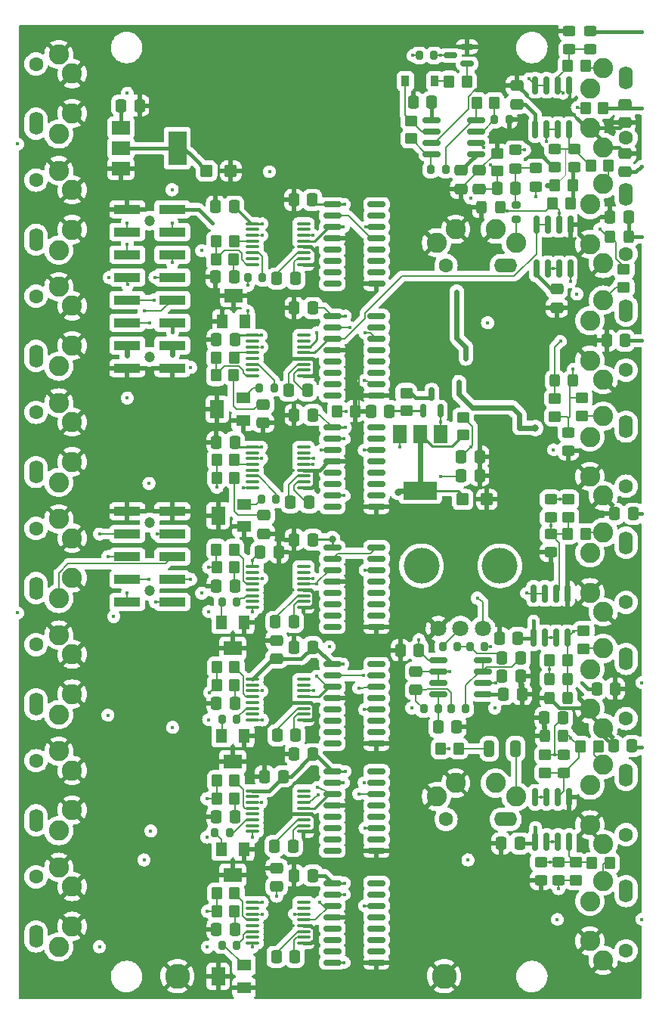
<source format=gbr>
%TF.GenerationSoftware,KiCad,Pcbnew,(6.0.1)*%
%TF.CreationDate,2023-03-15T08:08:40-07:00*%
%TF.ProjectId,pipes_main,70697065-735f-46d6-9169-6e2e6b696361,rev?*%
%TF.SameCoordinates,Original*%
%TF.FileFunction,Copper,L4,Bot*%
%TF.FilePolarity,Positive*%
%FSLAX46Y46*%
G04 Gerber Fmt 4.6, Leading zero omitted, Abs format (unit mm)*
G04 Created by KiCad (PCBNEW (6.0.1)) date 2023-03-15 08:08:40*
%MOMM*%
%LPD*%
G01*
G04 APERTURE LIST*
G04 Aperture macros list*
%AMRoundRect*
0 Rectangle with rounded corners*
0 $1 Rounding radius*
0 $2 $3 $4 $5 $6 $7 $8 $9 X,Y pos of 4 corners*
0 Add a 4 corners polygon primitive as box body*
4,1,4,$2,$3,$4,$5,$6,$7,$8,$9,$2,$3,0*
0 Add four circle primitives for the rounded corners*
1,1,$1+$1,$2,$3*
1,1,$1+$1,$4,$5*
1,1,$1+$1,$6,$7*
1,1,$1+$1,$8,$9*
0 Add four rect primitives between the rounded corners*
20,1,$1+$1,$2,$3,$4,$5,0*
20,1,$1+$1,$4,$5,$6,$7,0*
20,1,$1+$1,$6,$7,$8,$9,0*
20,1,$1+$1,$8,$9,$2,$3,0*%
G04 Aperture macros list end*
%TA.AperFunction,ComponentPad*%
%ADD10C,2.250000*%
%TD*%
%TA.AperFunction,ComponentPad*%
%ADD11O,1.600000X2.600000*%
%TD*%
%TA.AperFunction,ComponentPad*%
%ADD12C,1.600000*%
%TD*%
%TA.AperFunction,WasherPad*%
%ADD13C,4.000000*%
%TD*%
%TA.AperFunction,ComponentPad*%
%ADD14C,1.800000*%
%TD*%
%TA.AperFunction,ComponentPad*%
%ADD15O,2.600000X1.600000*%
%TD*%
%TA.AperFunction,SMDPad,CuDef*%
%ADD16RoundRect,0.250000X-0.450000X0.325000X-0.450000X-0.325000X0.450000X-0.325000X0.450000X0.325000X0*%
%TD*%
%TA.AperFunction,SMDPad,CuDef*%
%ADD17R,1.500000X2.000000*%
%TD*%
%TA.AperFunction,SMDPad,CuDef*%
%ADD18R,3.800000X2.000000*%
%TD*%
%TA.AperFunction,SMDPad,CuDef*%
%ADD19RoundRect,0.250000X0.350000X0.450000X-0.350000X0.450000X-0.350000X-0.450000X0.350000X-0.450000X0*%
%TD*%
%TA.AperFunction,SMDPad,CuDef*%
%ADD20RoundRect,0.150000X0.587500X0.150000X-0.587500X0.150000X-0.587500X-0.150000X0.587500X-0.150000X0*%
%TD*%
%TA.AperFunction,SMDPad,CuDef*%
%ADD21RoundRect,0.200000X0.200000X0.275000X-0.200000X0.275000X-0.200000X-0.275000X0.200000X-0.275000X0*%
%TD*%
%TA.AperFunction,SMDPad,CuDef*%
%ADD22RoundRect,0.250000X-0.350000X-0.450000X0.350000X-0.450000X0.350000X0.450000X-0.350000X0.450000X0*%
%TD*%
%TA.AperFunction,SMDPad,CuDef*%
%ADD23RoundRect,0.250000X0.337500X0.475000X-0.337500X0.475000X-0.337500X-0.475000X0.337500X-0.475000X0*%
%TD*%
%TA.AperFunction,SMDPad,CuDef*%
%ADD24RoundRect,0.250000X-0.337500X-0.475000X0.337500X-0.475000X0.337500X0.475000X-0.337500X0.475000X0*%
%TD*%
%TA.AperFunction,SMDPad,CuDef*%
%ADD25RoundRect,0.250000X0.475000X-0.337500X0.475000X0.337500X-0.475000X0.337500X-0.475000X-0.337500X0*%
%TD*%
%TA.AperFunction,SMDPad,CuDef*%
%ADD26RoundRect,0.250000X0.450000X-0.325000X0.450000X0.325000X-0.450000X0.325000X-0.450000X-0.325000X0*%
%TD*%
%TA.AperFunction,SMDPad,CuDef*%
%ADD27RoundRect,0.250000X0.450000X-0.350000X0.450000X0.350000X-0.450000X0.350000X-0.450000X-0.350000X0*%
%TD*%
%TA.AperFunction,SMDPad,CuDef*%
%ADD28R,1.300000X1.600000*%
%TD*%
%TA.AperFunction,SMDPad,CuDef*%
%ADD29R,2.000000X1.600000*%
%TD*%
%TA.AperFunction,SMDPad,CuDef*%
%ADD30R,1.600000X1.300000*%
%TD*%
%TA.AperFunction,SMDPad,CuDef*%
%ADD31R,1.600000X2.000000*%
%TD*%
%TA.AperFunction,SMDPad,CuDef*%
%ADD32RoundRect,0.150000X-0.150000X0.825000X-0.150000X-0.825000X0.150000X-0.825000X0.150000X0.825000X0*%
%TD*%
%TA.AperFunction,SMDPad,CuDef*%
%ADD33RoundRect,0.250000X0.325000X0.450000X-0.325000X0.450000X-0.325000X-0.450000X0.325000X-0.450000X0*%
%TD*%
%TA.AperFunction,SMDPad,CuDef*%
%ADD34RoundRect,0.250000X-0.450000X-0.425000X0.450000X-0.425000X0.450000X0.425000X-0.450000X0.425000X0*%
%TD*%
%TA.AperFunction,SMDPad,CuDef*%
%ADD35RoundRect,0.100000X0.637500X0.100000X-0.637500X0.100000X-0.637500X-0.100000X0.637500X-0.100000X0*%
%TD*%
%TA.AperFunction,SMDPad,CuDef*%
%ADD36RoundRect,0.250000X-0.450000X0.350000X-0.450000X-0.350000X0.450000X-0.350000X0.450000X0.350000X0*%
%TD*%
%TA.AperFunction,SMDPad,CuDef*%
%ADD37RoundRect,0.150000X0.825000X0.150000X-0.825000X0.150000X-0.825000X-0.150000X0.825000X-0.150000X0*%
%TD*%
%TA.AperFunction,SMDPad,CuDef*%
%ADD38RoundRect,0.250000X-0.475000X0.337500X-0.475000X-0.337500X0.475000X-0.337500X0.475000X0.337500X0*%
%TD*%
%TA.AperFunction,ComponentPad*%
%ADD39C,2.800000*%
%TD*%
%TA.AperFunction,SMDPad,CuDef*%
%ADD40RoundRect,0.150000X0.150000X-0.587500X0.150000X0.587500X-0.150000X0.587500X-0.150000X-0.587500X0*%
%TD*%
%TA.AperFunction,SMDPad,CuDef*%
%ADD41R,0.900000X1.200000*%
%TD*%
%TA.AperFunction,SMDPad,CuDef*%
%ADD42R,3.000000X1.000000*%
%TD*%
%TA.AperFunction,ComponentPad*%
%ADD43C,1.200000*%
%TD*%
%TA.AperFunction,SMDPad,CuDef*%
%ADD44RoundRect,0.250000X-0.325000X-0.450000X0.325000X-0.450000X0.325000X0.450000X-0.325000X0.450000X0*%
%TD*%
%TA.AperFunction,SMDPad,CuDef*%
%ADD45RoundRect,0.200000X-0.275000X0.200000X-0.275000X-0.200000X0.275000X-0.200000X0.275000X0.200000X0*%
%TD*%
%TA.AperFunction,SMDPad,CuDef*%
%ADD46R,2.000000X1.500000*%
%TD*%
%TA.AperFunction,SMDPad,CuDef*%
%ADD47R,2.000000X3.800000*%
%TD*%
%TA.AperFunction,SMDPad,CuDef*%
%ADD48RoundRect,0.200000X-0.200000X-0.275000X0.200000X-0.275000X0.200000X0.275000X-0.200000X0.275000X0*%
%TD*%
%TA.AperFunction,SMDPad,CuDef*%
%ADD49RoundRect,0.250000X0.325000X0.650000X-0.325000X0.650000X-0.325000X-0.650000X0.325000X-0.650000X0*%
%TD*%
%TA.AperFunction,ViaPad*%
%ADD50C,0.450000*%
%TD*%
%TA.AperFunction,ViaPad*%
%ADD51C,0.800000*%
%TD*%
%TA.AperFunction,ViaPad*%
%ADD52C,0.400000*%
%TD*%
%TA.AperFunction,Conductor*%
%ADD53C,0.250000*%
%TD*%
%TA.AperFunction,Conductor*%
%ADD54C,0.400000*%
%TD*%
%TA.AperFunction,Conductor*%
%ADD55C,0.600000*%
%TD*%
%TA.AperFunction,Conductor*%
%ADD56C,0.200000*%
%TD*%
%TA.AperFunction,Conductor*%
%ADD57C,0.120000*%
%TD*%
G04 APERTURE END LIST*
D10*
%TO.P,J16,1,G*%
%TO.N,GND*%
X106000000Y-132180000D03*
%TO.P,J16,2,T*%
%TO.N,Net-(J16-Pad2)*%
X106000000Y-123280000D03*
%TO.P,J16,3,S*%
%TO.N,GND*%
X104500000Y-130030000D03*
%TO.P,J16,4,SW*%
%TO.N,unconnected-(J16-Pad4)*%
X104500000Y-125580000D03*
D11*
%TO.P,J16,5*%
%TO.N,N/C*%
X108550000Y-124440000D03*
D12*
%TO.P,J16,6*%
X108550000Y-131120000D03*
%TD*%
D10*
%TO.P,J14,1,G*%
%TO.N,GND*%
X106000000Y-80180000D03*
%TO.P,J14,2,T*%
%TO.N,Net-(J14-Pad2)*%
X106000000Y-71280000D03*
%TO.P,J14,3,S*%
%TO.N,GND*%
X104500000Y-78030000D03*
%TO.P,J14,4,SW*%
%TO.N,unconnected-(J14-Pad4)*%
X104500000Y-73580000D03*
D11*
%TO.P,J14,5*%
%TO.N,N/C*%
X108550000Y-72440000D03*
D12*
%TO.P,J14,6*%
X108550000Y-79120000D03*
%TD*%
D13*
%TO.P,RV1,*%
%TO.N,*%
X94420000Y-101030000D03*
X85620000Y-101030000D03*
D14*
%TO.P,RV1,1,1*%
%TO.N,SIG*%
X92520000Y-108030000D03*
%TO.P,RV1,2,2*%
%TO.N,Net-(RV1-Pad2)*%
X90020000Y-108030000D03*
%TO.P,RV1,3,3*%
%TO.N,GND*%
X87520000Y-108030000D03*
%TD*%
D10*
%TO.P,J9,1,G*%
%TO.N,GND*%
X45000000Y-82780000D03*
%TO.P,J9,2,T*%
%TO.N,VCA4*%
X45000000Y-91680000D03*
%TO.P,J9,3,S*%
%TO.N,GND*%
X46500000Y-84930000D03*
%TO.P,J9,4,SW*%
X46500000Y-89380000D03*
D11*
%TO.P,J9,5*%
%TO.N,N/C*%
X42450000Y-90520000D03*
D12*
%TO.P,J9,6*%
X42450000Y-83840000D03*
%TD*%
D10*
%TO.P,J15,1,G*%
%TO.N,GND*%
X106000000Y-54180000D03*
%TO.P,J15,2,T*%
%TO.N,Net-(J15-Pad2)*%
X106000000Y-45280000D03*
%TO.P,J15,3,S*%
%TO.N,GND*%
X104500000Y-52030000D03*
%TO.P,J15,4,SW*%
%TO.N,unconnected-(J15-Pad4)*%
X104500000Y-47580000D03*
D11*
%TO.P,J15,5*%
%TO.N,N/C*%
X108550000Y-46440000D03*
D12*
%TO.P,J15,6*%
X108550000Y-53120000D03*
%TD*%
D10*
%TO.P,J19,1,G*%
%TO.N,GND*%
X106000000Y-145180000D03*
%TO.P,J19,2,T*%
%TO.N,Net-(J19-Pad2)*%
X106000000Y-136280000D03*
%TO.P,J19,3,S*%
%TO.N,GND*%
X104500000Y-143030000D03*
%TO.P,J19,4,SW*%
%TO.N,unconnected-(J19-Pad4)*%
X104500000Y-138580000D03*
D11*
%TO.P,J19,5*%
%TO.N,N/C*%
X108550000Y-137440000D03*
D12*
%TO.P,J19,6*%
X108550000Y-144120000D03*
%TD*%
D10*
%TO.P,J13,1,G*%
%TO.N,GND*%
X106000000Y-119180000D03*
%TO.P,J13,2,T*%
%TO.N,Net-(J13-Pad2)*%
X106000000Y-110280000D03*
%TO.P,J13,3,S*%
%TO.N,GND*%
X104500000Y-117030000D03*
%TO.P,J13,4,SW*%
%TO.N,unconnected-(J13-Pad4)*%
X104500000Y-112580000D03*
D11*
%TO.P,J13,5*%
%TO.N,N/C*%
X108550000Y-111440000D03*
D12*
%TO.P,J13,6*%
X108550000Y-118120000D03*
%TD*%
D10*
%TO.P,J7,1,G*%
%TO.N,GND*%
X45000000Y-43780000D03*
%TO.P,J7,2,T*%
%TO.N,VCA1*%
X45000000Y-52680000D03*
%TO.P,J7,3,S*%
%TO.N,GND*%
X46500000Y-45930000D03*
%TO.P,J7,4,SW*%
X46500000Y-50380000D03*
D11*
%TO.P,J7,5*%
%TO.N,N/C*%
X42450000Y-51520000D03*
D12*
%TO.P,J7,6*%
X42450000Y-44840000D03*
%TD*%
D10*
%TO.P,J20,1,G*%
%TO.N,GND*%
X106000000Y-106180000D03*
%TO.P,J20,2,T*%
%TO.N,Net-(J20-Pad2)*%
X106000000Y-97280000D03*
%TO.P,J20,3,S*%
%TO.N,GND*%
X104500000Y-104030000D03*
%TO.P,J20,4,SW*%
%TO.N,unconnected-(J20-Pad4)*%
X104500000Y-99580000D03*
D11*
%TO.P,J20,5*%
%TO.N,N/C*%
X108550000Y-98440000D03*
D12*
%TO.P,J20,6*%
X108550000Y-105120000D03*
%TD*%
D10*
%TO.P,J12,1,G*%
%TO.N,GND*%
X45000000Y-95780000D03*
%TO.P,J12,2,T*%
%TO.N,VCA5*%
X45000000Y-104680000D03*
%TO.P,J12,3,S*%
%TO.N,GND*%
X46500000Y-97930000D03*
%TO.P,J12,4,SW*%
X46500000Y-102380000D03*
D11*
%TO.P,J12,5*%
%TO.N,N/C*%
X42450000Y-103520000D03*
D12*
%TO.P,J12,6*%
X42450000Y-96840000D03*
%TD*%
D10*
%TO.P,J5,1,G*%
%TO.N,GND*%
X45000000Y-108780000D03*
%TO.P,J5,2,T*%
%TO.N,VCA6*%
X45000000Y-117680000D03*
%TO.P,J5,3,S*%
%TO.N,GND*%
X46500000Y-110930000D03*
%TO.P,J5,4,SW*%
X46500000Y-115380000D03*
D11*
%TO.P,J5,5*%
%TO.N,N/C*%
X42450000Y-116520000D03*
D12*
%TO.P,J5,6*%
X42450000Y-109840000D03*
%TD*%
D10*
%TO.P,J10,1,G*%
%TO.N,GND*%
X45000000Y-56780000D03*
%TO.P,J10,2,T*%
%TO.N,VCA2*%
X45000000Y-65680000D03*
%TO.P,J10,3,S*%
%TO.N,GND*%
X46500000Y-58930000D03*
%TO.P,J10,4,SW*%
X46500000Y-63380000D03*
D11*
%TO.P,J10,5*%
%TO.N,N/C*%
X42450000Y-64520000D03*
D12*
%TO.P,J10,6*%
X42450000Y-57840000D03*
%TD*%
D10*
%TO.P,J4,1,G*%
%TO.N,GND*%
X87320000Y-126850000D03*
%TO.P,J4,2,T*%
%TO.N,Net-(C16-Pad1)*%
X96220000Y-126850000D03*
%TO.P,J4,3,S*%
%TO.N,GND*%
X89470000Y-125350000D03*
%TO.P,J4,4,SW*%
%TO.N,unconnected-(J4-Pad4)*%
X93920000Y-125350000D03*
D15*
%TO.P,J4,5*%
%TO.N,N/C*%
X95060000Y-129400000D03*
D12*
%TO.P,J4,6*%
X88380000Y-129400000D03*
%TD*%
D10*
%TO.P,J11,1,G*%
%TO.N,GND*%
X45000000Y-134780000D03*
%TO.P,J11,2,T*%
%TO.N,VCA8*%
X45000000Y-143680000D03*
%TO.P,J11,3,S*%
%TO.N,GND*%
X46500000Y-136930000D03*
%TO.P,J11,4,SW*%
X46500000Y-141380000D03*
D11*
%TO.P,J11,5*%
%TO.N,N/C*%
X42450000Y-142520000D03*
D12*
%TO.P,J11,6*%
X42450000Y-135840000D03*
%TD*%
D10*
%TO.P,J18,1,G*%
%TO.N,GND*%
X106000000Y-93180000D03*
%TO.P,J18,2,T*%
%TO.N,Net-(J18-Pad2)*%
X106000000Y-84280000D03*
%TO.P,J18,3,S*%
%TO.N,GND*%
X104500000Y-91030000D03*
%TO.P,J18,4,SW*%
%TO.N,unconnected-(J18-Pad4)*%
X104500000Y-86580000D03*
D11*
%TO.P,J18,5*%
%TO.N,N/C*%
X108550000Y-85440000D03*
D12*
%TO.P,J18,6*%
X108550000Y-92120000D03*
%TD*%
D10*
%TO.P,J1,1,G*%
%TO.N,GND*%
X87320000Y-64850000D03*
%TO.P,J1,2,T*%
%TO.N,Net-(J1-Pad2)*%
X96220000Y-64850000D03*
%TO.P,J1,3,S*%
%TO.N,GND*%
X89470000Y-63350000D03*
%TO.P,J1,4,SW*%
X93920000Y-63350000D03*
D15*
%TO.P,J1,5*%
%TO.N,N/C*%
X95060000Y-67400000D03*
D12*
%TO.P,J1,6*%
X88380000Y-67400000D03*
%TD*%
D10*
%TO.P,J8,1,G*%
%TO.N,GND*%
X45000000Y-121780000D03*
%TO.P,J8,2,T*%
%TO.N,VCA7*%
X45000000Y-130680000D03*
%TO.P,J8,3,S*%
%TO.N,GND*%
X46500000Y-123930000D03*
%TO.P,J8,4,SW*%
X46500000Y-128380000D03*
D11*
%TO.P,J8,5*%
%TO.N,N/C*%
X42450000Y-129520000D03*
D12*
%TO.P,J8,6*%
X42450000Y-122840000D03*
%TD*%
D10*
%TO.P,J6,1,G*%
%TO.N,GND*%
X45000000Y-69780000D03*
%TO.P,J6,2,T*%
%TO.N,VCA3*%
X45000000Y-78680000D03*
%TO.P,J6,3,S*%
%TO.N,GND*%
X46500000Y-71930000D03*
%TO.P,J6,4,SW*%
X46500000Y-76380000D03*
D11*
%TO.P,J6,5*%
%TO.N,N/C*%
X42450000Y-77520000D03*
D12*
%TO.P,J6,6*%
X42450000Y-70840000D03*
%TD*%
D10*
%TO.P,J17,1,G*%
%TO.N,GND*%
X106000000Y-67180000D03*
%TO.P,J17,2,T*%
%TO.N,Net-(J17-Pad2)*%
X106000000Y-58280000D03*
%TO.P,J17,3,S*%
%TO.N,GND*%
X104500000Y-65030000D03*
%TO.P,J17,4,SW*%
%TO.N,unconnected-(J17-Pad4)*%
X104500000Y-60580000D03*
D11*
%TO.P,J17,5*%
%TO.N,N/C*%
X108550000Y-59440000D03*
D12*
%TO.P,J17,6*%
X108550000Y-66120000D03*
%TD*%
D16*
%TO.P,D15,1,K*%
%TO.N,2f*%
X100600000Y-54375000D03*
%TO.P,D15,2,A*%
%TO.N,GND*%
X100600000Y-56425000D03*
%TD*%
D17*
%TO.P,U3,1,ADJ*%
%TO.N,Net-(C2-Pad1)*%
X83200000Y-86300000D03*
%TO.P,U3,2,VO*%
%TO.N,+9V*%
X85500000Y-86300000D03*
D18*
X85500000Y-92600000D03*
D17*
%TO.P,U3,3,VI*%
%TO.N,Net-(C10-Pad1)*%
X87800000Y-86300000D03*
%TD*%
D19*
%TO.P,R36,1*%
%TO.N,Net-(R36-Pad1)*%
X64700000Y-125100000D03*
%TO.P,R36,2*%
%TO.N,Net-(R36-Pad2)*%
X62700000Y-125100000D03*
%TD*%
D20*
%TO.P,Q2,1,E*%
%TO.N,GND*%
X90737500Y-42930000D03*
%TO.P,Q2,2,B*%
%TO.N,Net-(Q2-Pad2)*%
X90737500Y-44830000D03*
%TO.P,Q2,3,C*%
%TO.N,Clk*%
X88862500Y-43880000D03*
%TD*%
D21*
%TO.P,R39,1*%
%TO.N,Net-(R39-Pad1)*%
X64925000Y-105100000D03*
%TO.P,R39,2*%
%TO.N,Net-(R39-Pad2)*%
X63275000Y-105100000D03*
%TD*%
D19*
%TO.P,R82,1*%
%TO.N,Net-(J16-Pad2)*%
X105450000Y-121250000D03*
%TO.P,R82,2*%
%TO.N,7f*%
X103450000Y-121250000D03*
%TD*%
D22*
%TO.P,R27,1*%
%TO.N,3f*%
X100300000Y-60500000D03*
%TO.P,R27,2*%
%TO.N,+5V*%
X102300000Y-60500000D03*
%TD*%
D23*
%TO.P,C8,1*%
%TO.N,+12V*%
X85347500Y-110490000D03*
%TO.P,C8,2*%
%TO.N,GND*%
X83272500Y-110490000D03*
%TD*%
D24*
%TO.P,C28,1*%
%TO.N,Net-(C28-Pad1)*%
X69262500Y-107300000D03*
%TO.P,C28,2*%
%TO.N,Net-(C28-Pad2)*%
X71337500Y-107300000D03*
%TD*%
D23*
%TO.P,C9,1*%
%TO.N,GND*%
X96917500Y-115400000D03*
%TO.P,C9,2*%
%TO.N,-12V*%
X94842500Y-115400000D03*
%TD*%
D25*
%TO.P,C40,1*%
%TO.N,+9V*%
X69400000Y-111437500D03*
%TO.P,C40,2*%
%TO.N,GND*%
X69400000Y-109362500D03*
%TD*%
D26*
%TO.P,D14,1,K*%
%TO.N,+5V*%
X102800000Y-56425000D03*
%TO.P,D14,2,A*%
%TO.N,2f*%
X102800000Y-54375000D03*
%TD*%
D27*
%TO.P,R79,1*%
%TO.N,Net-(J14-Pad2)*%
X108300000Y-69850000D03*
%TO.P,R79,2*%
%TO.N,3f*%
X108300000Y-67850000D03*
%TD*%
D21*
%TO.P,R30,1*%
%TO.N,Net-(R30-Pad1)*%
X67835000Y-68770000D03*
%TO.P,R30,2*%
%TO.N,Net-(R30-Pad2)*%
X66185000Y-68770000D03*
%TD*%
D27*
%TO.P,R78,1*%
%TO.N,Net-(J13-Pad2)*%
X103800000Y-110300000D03*
%TO.P,R78,2*%
%TO.N,6f*%
X103800000Y-108300000D03*
%TD*%
%TO.P,R73,1*%
%TO.N,4f*%
X100600000Y-84300000D03*
%TO.P,R73,2*%
%TO.N,+5V*%
X100600000Y-82300000D03*
%TD*%
D23*
%TO.P,C76,1*%
%TO.N,+5V*%
X101487500Y-118050000D03*
%TO.P,C76,2*%
%TO.N,GND*%
X99412500Y-118050000D03*
%TD*%
D28*
%TO.P,RV17,1,CCW*%
%TO.N,Net-(R39-Pad2)*%
X63250000Y-107350000D03*
D29*
%TO.P,RV17,2,Wiper*%
%TO.N,GND*%
X64500000Y-110250000D03*
D28*
%TO.P,RV17,3,CW*%
X65750000Y-107350000D03*
%TD*%
D30*
%TO.P,RV13,1,CCW*%
%TO.N,Net-(R29-Pad2)*%
X65750000Y-94150000D03*
D31*
%TO.P,RV13,2,Wiper*%
%TO.N,GND*%
X62850000Y-95400000D03*
D30*
%TO.P,RV13,3,CW*%
X65750000Y-96650000D03*
%TD*%
D19*
%TO.P,R32,1*%
%TO.N,Net-(R32-Pad1)*%
X64700000Y-89200000D03*
%TO.P,R32,2*%
%TO.N,Net-(R32-Pad2)*%
X62700000Y-89200000D03*
%TD*%
D32*
%TO.P,U38,1*%
%TO.N,F5*%
X98195000Y-104125000D03*
%TO.P,U38,2*%
X99465000Y-104125000D03*
%TO.P,U38,3*%
%TO.N,5f*%
X100735000Y-104125000D03*
%TO.P,U38,4,GND*%
%TO.N,GND*%
X102005000Y-104125000D03*
%TO.P,U38,5*%
%TO.N,6f*%
X102005000Y-109075000D03*
%TO.P,U38,6*%
%TO.N,F6*%
X100735000Y-109075000D03*
%TO.P,U38,7*%
X99465000Y-109075000D03*
%TO.P,U38,8,VCC*%
%TO.N,+9V*%
X98195000Y-109075000D03*
%TD*%
D21*
%TO.P,R38,1*%
%TO.N,Net-(R38-Pad1)*%
X64925000Y-143500000D03*
%TO.P,R38,2*%
%TO.N,Net-(R38-Pad2)*%
X63275000Y-143500000D03*
%TD*%
D33*
%TO.P,D9,1,K*%
%TO.N,3f*%
X94425000Y-60900000D03*
%TO.P,D9,2,A*%
%TO.N,GND*%
X92375000Y-60900000D03*
%TD*%
D23*
%TO.P,C36,1*%
%TO.N,+9V*%
X73467500Y-84140000D03*
%TO.P,C36,2*%
%TO.N,GND*%
X71392500Y-84140000D03*
%TD*%
D34*
%TO.P,C12,1*%
%TO.N,+9V*%
X90250000Y-93600000D03*
%TO.P,C12,2*%
%TO.N,GND*%
X92950000Y-93600000D03*
%TD*%
D24*
%TO.P,C27,1*%
%TO.N,Net-(C27-Pad1)*%
X69362500Y-144800000D03*
%TO.P,C27,2*%
%TO.N,Net-(C27-Pad2)*%
X71437500Y-144800000D03*
%TD*%
%TO.P,C10,1*%
%TO.N,Net-(C10-Pad1)*%
X90062500Y-90900000D03*
%TO.P,C10,2*%
%TO.N,GND*%
X92137500Y-90900000D03*
%TD*%
D23*
%TO.P,C1,1*%
%TO.N,Net-(C1-Pad1)*%
X82037500Y-83730000D03*
%TO.P,C1,2*%
%TO.N,GND*%
X79962500Y-83730000D03*
%TD*%
D35*
%TO.P,U10,1,PCP*%
%TO.N,unconnected-(U10-Pad1)*%
X72422500Y-87725000D03*
%TO.P,U10,2,PC1*%
%TO.N,unconnected-(U10-Pad2)*%
X72422500Y-88375000D03*
%TO.P,U10,3,RefIn*%
%TO.N,Net-(U10-Pad3)*%
X72422500Y-89025000D03*
%TO.P,U10,4,FOUT*%
%TO.N,F4*%
X72422500Y-89675000D03*
%TO.P,U10,5,Inh*%
%TO.N,GND*%
X72422500Y-90325000D03*
%TO.P,U10,6,C1*%
%TO.N,Net-(C20-Pad1)*%
X72422500Y-90975000D03*
%TO.P,U10,7,C2*%
%TO.N,Net-(C20-Pad2)*%
X72422500Y-91625000D03*
%TO.P,U10,8,VSS*%
%TO.N,GND*%
X72422500Y-92275000D03*
%TO.P,U10,9,VCOin*%
%TO.N,Net-(R32-Pad2)*%
X66697500Y-92275000D03*
%TO.P,U10,10,SFout*%
%TO.N,unconnected-(U10-Pad10)*%
X66697500Y-91625000D03*
%TO.P,U10,11,R1*%
%TO.N,Net-(R29-Pad1)*%
X66697500Y-90975000D03*
%TO.P,U10,12,R2*%
%TO.N,unconnected-(U10-Pad12)*%
X66697500Y-90325000D03*
%TO.P,U10,13,PC2*%
%TO.N,Net-(R32-Pad1)*%
X66697500Y-89675000D03*
%TO.P,U10,14,SigIn*%
%TO.N,Clk*%
X66697500Y-89025000D03*
%TO.P,U10,15,ZOUT*%
%TO.N,unconnected-(U10-Pad15)*%
X66697500Y-88375000D03*
%TO.P,U10,16,VDD*%
%TO.N,+9V*%
X66697500Y-87725000D03*
%TD*%
D21*
%TO.P,R10,1*%
%TO.N,Net-(C26-Pad2)*%
X89675000Y-110050000D03*
%TO.P,R10,2*%
%TO.N,Net-(RV1-Pad2)*%
X88025000Y-110050000D03*
%TD*%
D36*
%TO.P,R7,1*%
%TO.N,Net-(D5-Pad2)*%
X84480000Y-51200000D03*
%TO.P,R7,2*%
%TO.N,Net-(R6-Pad1)*%
X84480000Y-53200000D03*
%TD*%
D24*
%TO.P,C75,1*%
%TO.N,+5V*%
X105262500Y-114800000D03*
%TO.P,C75,2*%
%TO.N,GND*%
X107337500Y-114800000D03*
%TD*%
D23*
%TO.P,C41,1*%
%TO.N,+9V*%
X70137500Y-124600000D03*
%TO.P,C41,2*%
%TO.N,GND*%
X68062500Y-124600000D03*
%TD*%
D37*
%TO.P,U19,1,Q5*%
%TO.N,{slash}5*%
X80585000Y-98955000D03*
%TO.P,U19,2,Q1*%
%TO.N,unconnected-(U19-Pad2)*%
X80585000Y-100225000D03*
%TO.P,U19,3,Q0*%
%TO.N,Net-(U17-Pad3)*%
X80585000Y-101495000D03*
%TO.P,U19,4,Q2*%
%TO.N,unconnected-(U19-Pad4)*%
X80585000Y-102765000D03*
%TO.P,U19,5,Q6*%
%TO.N,unconnected-(U19-Pad5)*%
X80585000Y-104035000D03*
%TO.P,U19,6,Q7*%
%TO.N,unconnected-(U19-Pad6)*%
X80585000Y-105305000D03*
%TO.P,U19,7,Q3*%
%TO.N,unconnected-(U19-Pad7)*%
X80585000Y-106575000D03*
%TO.P,U19,8,VSS*%
%TO.N,GND*%
X80585000Y-107845000D03*
%TO.P,U19,9,Q8*%
%TO.N,unconnected-(U19-Pad9)*%
X75635000Y-107845000D03*
%TO.P,U19,10,Q4*%
%TO.N,unconnected-(U19-Pad10)*%
X75635000Y-106575000D03*
%TO.P,U19,11,Q9*%
%TO.N,unconnected-(U19-Pad11)*%
X75635000Y-105305000D03*
%TO.P,U19,12,Cout*%
%TO.N,unconnected-(U19-Pad12)*%
X75635000Y-104035000D03*
%TO.P,U19,13,CKEN*%
%TO.N,GND*%
X75635000Y-102765000D03*
%TO.P,U19,14,CLK*%
%TO.N,F5*%
X75635000Y-101495000D03*
%TO.P,U19,15,Reset*%
%TO.N,{slash}5*%
X75635000Y-100225000D03*
%TO.P,U19,16,VDD*%
%TO.N,+9V*%
X75635000Y-98955000D03*
%TD*%
D33*
%TO.P,D8,1,K*%
%TO.N,+5V*%
X108825000Y-64200000D03*
%TO.P,D8,2,A*%
%TO.N,3f*%
X106775000Y-64200000D03*
%TD*%
D23*
%TO.P,C72,1*%
%TO.N,+9V*%
X96437500Y-109100000D03*
%TO.P,C72,2*%
%TO.N,GND*%
X94362500Y-109100000D03*
%TD*%
D28*
%TO.P,RV10,1,CCW*%
%TO.N,Net-(R20-Pad2)*%
X63250000Y-120050000D03*
D29*
%TO.P,RV10,2,Wiper*%
%TO.N,GND*%
X64500000Y-122950000D03*
D28*
%TO.P,RV10,3,CW*%
X65750000Y-120050000D03*
%TD*%
D21*
%TO.P,R29,1*%
%TO.N,Net-(R29-Pad1)*%
X69325000Y-93600000D03*
%TO.P,R29,2*%
%TO.N,Net-(R29-Pad2)*%
X67675000Y-93600000D03*
%TD*%
D35*
%TO.P,U17,1,PCP*%
%TO.N,unconnected-(U17-Pad1)*%
X72422500Y-101125000D03*
%TO.P,U17,2,PC1*%
%TO.N,unconnected-(U17-Pad2)*%
X72422500Y-101775000D03*
%TO.P,U17,3,RefIn*%
%TO.N,Net-(U17-Pad3)*%
X72422500Y-102425000D03*
%TO.P,U17,4,FOUT*%
%TO.N,F5*%
X72422500Y-103075000D03*
%TO.P,U17,5,Inh*%
%TO.N,GND*%
X72422500Y-103725000D03*
%TO.P,U17,6,C1*%
%TO.N,Net-(C28-Pad1)*%
X72422500Y-104375000D03*
%TO.P,U17,7,C2*%
%TO.N,Net-(C28-Pad2)*%
X72422500Y-105025000D03*
%TO.P,U17,8,VSS*%
%TO.N,GND*%
X72422500Y-105675000D03*
%TO.P,U17,9,VCOin*%
%TO.N,Net-(R42-Pad2)*%
X66697500Y-105675000D03*
%TO.P,U17,10,SFout*%
%TO.N,unconnected-(U17-Pad10)*%
X66697500Y-105025000D03*
%TO.P,U17,11,R1*%
%TO.N,Net-(R39-Pad1)*%
X66697500Y-104375000D03*
%TO.P,U17,12,R2*%
%TO.N,unconnected-(U17-Pad12)*%
X66697500Y-103725000D03*
%TO.P,U17,13,PC2*%
%TO.N,Net-(R42-Pad1)*%
X66697500Y-103075000D03*
%TO.P,U17,14,SigIn*%
%TO.N,Clk*%
X66697500Y-102425000D03*
%TO.P,U17,15,ZOUT*%
%TO.N,unconnected-(U17-Pad15)*%
X66697500Y-101775000D03*
%TO.P,U17,16,VDD*%
%TO.N,+9V*%
X66697500Y-101125000D03*
%TD*%
D38*
%TO.P,C23,1*%
%TO.N,Net-(C23-Pad1)*%
X68000000Y-95362500D03*
%TO.P,C23,2*%
%TO.N,GND*%
X68000000Y-97437500D03*
%TD*%
D27*
%TO.P,R70,1*%
%TO.N,+9V*%
X90300000Y-86400000D03*
%TO.P,R70,2*%
%TO.N,Net-(C2-Pad1)*%
X90300000Y-84400000D03*
%TD*%
D21*
%TO.P,R20,1*%
%TO.N,Net-(R20-Pad1)*%
X64950000Y-118200000D03*
%TO.P,R20,2*%
%TO.N,Net-(R20-Pad2)*%
X63300000Y-118200000D03*
%TD*%
D39*
%TO.P,TP1,1,1*%
%TO.N,GND*%
X88170000Y-146950000D03*
%TD*%
D22*
%TO.P,R43,1*%
%TO.N,Net-(R42-Pad2)*%
X62700000Y-101200000D03*
%TO.P,R43,2*%
%TO.N,Net-(C38-Pad1)*%
X64700000Y-101200000D03*
%TD*%
D23*
%TO.P,C42,1*%
%TO.N,+9V*%
X73447500Y-110140000D03*
%TO.P,C42,2*%
%TO.N,GND*%
X71372500Y-110140000D03*
%TD*%
D27*
%TO.P,R71,1*%
%TO.N,7f*%
X99500000Y-124200000D03*
%TO.P,R71,2*%
%TO.N,+5V*%
X99500000Y-122200000D03*
%TD*%
D35*
%TO.P,U12,1,PCP*%
%TO.N,unconnected-(U12-Pad1)*%
X72422500Y-126205000D03*
%TO.P,U12,2,PC1*%
%TO.N,unconnected-(U12-Pad2)*%
X72422500Y-126855000D03*
%TO.P,U12,3,RefIn*%
%TO.N,Net-(U12-Pad3)*%
X72422500Y-127505000D03*
%TO.P,U12,4,FOUT*%
%TO.N,F7*%
X72422500Y-128155000D03*
%TO.P,U12,5,Inh*%
%TO.N,GND*%
X72422500Y-128805000D03*
%TO.P,U12,6,C1*%
%TO.N,Net-(C22-Pad1)*%
X72422500Y-129455000D03*
%TO.P,U12,7,C2*%
%TO.N,Net-(C22-Pad2)*%
X72422500Y-130105000D03*
%TO.P,U12,8,VSS*%
%TO.N,GND*%
X72422500Y-130755000D03*
%TO.P,U12,9,VCOin*%
%TO.N,Net-(R36-Pad2)*%
X66697500Y-130755000D03*
%TO.P,U12,10,SFout*%
%TO.N,unconnected-(U12-Pad10)*%
X66697500Y-130105000D03*
%TO.P,U12,11,R1*%
%TO.N,Net-(R31-Pad1)*%
X66697500Y-129455000D03*
%TO.P,U12,12,R2*%
%TO.N,unconnected-(U12-Pad12)*%
X66697500Y-128805000D03*
%TO.P,U12,13,PC2*%
%TO.N,Net-(R36-Pad1)*%
X66697500Y-128155000D03*
%TO.P,U12,14,SigIn*%
%TO.N,Clk*%
X66697500Y-127505000D03*
%TO.P,U12,15,ZOUT*%
%TO.N,unconnected-(U12-Pad15)*%
X66697500Y-126855000D03*
%TO.P,U12,16,VDD*%
%TO.N,+9V*%
X66697500Y-126205000D03*
%TD*%
D24*
%TO.P,C15,1*%
%TO.N,Net-(C15-Pad1)*%
X70762500Y-81400000D03*
%TO.P,C15,2*%
%TO.N,Net-(C15-Pad2)*%
X72837500Y-81400000D03*
%TD*%
D22*
%TO.P,R41,1*%
%TO.N,Net-(R40-Pad2)*%
X62700000Y-139700000D03*
%TO.P,R41,2*%
%TO.N,Net-(C37-Pad1)*%
X64700000Y-139700000D03*
%TD*%
D27*
%TO.P,R75,1*%
%TO.N,5f*%
X102100000Y-95600000D03*
%TO.P,R75,2*%
%TO.N,+5V*%
X102100000Y-93600000D03*
%TD*%
D24*
%TO.P,C20,1*%
%TO.N,Net-(C20-Pad1)*%
X70962500Y-93900000D03*
%TO.P,C20,2*%
%TO.N,Net-(C20-Pad2)*%
X73037500Y-93900000D03*
%TD*%
D40*
%TO.P,Q1,1,E*%
%TO.N,Net-(C10-Pad1)*%
X87740000Y-83687500D03*
%TO.P,Q1,2,B*%
%TO.N,Net-(C1-Pad1)*%
X85840000Y-83687500D03*
%TO.P,Q1,3,C*%
%TO.N,+12V*%
X86790000Y-81812500D03*
%TD*%
D36*
%TO.P,R74,1*%
%TO.N,8f*%
X102900000Y-134200000D03*
%TO.P,R74,2*%
%TO.N,+5V*%
X102900000Y-136200000D03*
%TD*%
D22*
%TO.P,R19,1*%
%TO.N,Net-(C13-Pad1)*%
X87800000Y-121500000D03*
%TO.P,R19,2*%
%TO.N,Net-(C16-Pad2)*%
X89800000Y-121500000D03*
%TD*%
D26*
%TO.P,D11,1,K*%
%TO.N,1f*%
X102200000Y-43225000D03*
%TO.P,D11,2,A*%
%TO.N,GND*%
X102200000Y-41175000D03*
%TD*%
D16*
%TO.P,D19,1,K*%
%TO.N,8f*%
X99000000Y-134175000D03*
%TO.P,D19,2,A*%
%TO.N,GND*%
X99000000Y-136225000D03*
%TD*%
D35*
%TO.P,U4,1,PCP*%
%TO.N,unconnected-(U4-Pad1)*%
X72422500Y-113725000D03*
%TO.P,U4,2,PC1*%
%TO.N,unconnected-(U4-Pad2)*%
X72422500Y-114375000D03*
%TO.P,U4,3,RefIn*%
%TO.N,Net-(U4-Pad3)*%
X72422500Y-115025000D03*
%TO.P,U4,4,FOUT*%
%TO.N,F6*%
X72422500Y-115675000D03*
%TO.P,U4,5,Inh*%
%TO.N,GND*%
X72422500Y-116325000D03*
%TO.P,U4,6,C1*%
%TO.N,Net-(C14-Pad1)*%
X72422500Y-116975000D03*
%TO.P,U4,7,C2*%
%TO.N,Net-(C14-Pad2)*%
X72422500Y-117625000D03*
%TO.P,U4,8,VSS*%
%TO.N,GND*%
X72422500Y-118275000D03*
%TO.P,U4,9,VCOin*%
%TO.N,Net-(R23-Pad2)*%
X66697500Y-118275000D03*
%TO.P,U4,10,SFout*%
%TO.N,unconnected-(U4-Pad10)*%
X66697500Y-117625000D03*
%TO.P,U4,11,R1*%
%TO.N,Net-(R20-Pad1)*%
X66697500Y-116975000D03*
%TO.P,U4,12,R2*%
%TO.N,unconnected-(U4-Pad12)*%
X66697500Y-116325000D03*
%TO.P,U4,13,PC2*%
%TO.N,Net-(R23-Pad1)*%
X66697500Y-115675000D03*
%TO.P,U4,14,SigIn*%
%TO.N,Clk*%
X66697500Y-115025000D03*
%TO.P,U4,15,ZOUT*%
%TO.N,unconnected-(U4-Pad15)*%
X66697500Y-114375000D03*
%TO.P,U4,16,VDD*%
%TO.N,+9V*%
X66697500Y-113725000D03*
%TD*%
D41*
%TO.P,D5,1,K*%
%TO.N,Net-(D5-Pad1)*%
X87137500Y-46780000D03*
%TO.P,D5,2,A*%
%TO.N,Net-(D5-Pad2)*%
X83837500Y-46780000D03*
%TD*%
D21*
%TO.P,R21,1*%
%TO.N,Net-(R21-Pad1)*%
X69125000Y-81100000D03*
%TO.P,R21,2*%
%TO.N,Net-(R21-Pad2)*%
X67475000Y-81100000D03*
%TD*%
D24*
%TO.P,C3,1*%
%TO.N,+12V*%
X51962500Y-49500000D03*
%TO.P,C3,2*%
%TO.N,GND*%
X54037500Y-49500000D03*
%TD*%
D23*
%TO.P,C31,1*%
%TO.N,+9V*%
X64737500Y-75700000D03*
%TO.P,C31,2*%
%TO.N,GND*%
X62662500Y-75700000D03*
%TD*%
D42*
%TO.P,J21,1,Pin_1*%
%TO.N,GND*%
X52680000Y-61110000D03*
%TO.P,J21,2,Pin_2*%
%TO.N,+9V*%
X57720000Y-61110000D03*
%TO.P,J21,3,Pin_3*%
%TO.N,1f*%
X52680000Y-63650000D03*
%TO.P,J21,4,Pin_4*%
%TO.N,2f*%
X57720000Y-63650000D03*
%TO.P,J21,5,Pin_5*%
%TO.N,3f*%
X52680000Y-66190000D03*
%TO.P,J21,6,Pin_6*%
%TO.N,4f*%
X57720000Y-66190000D03*
%TO.P,J21,7,Pin_7*%
%TO.N,5f*%
X52680000Y-68730000D03*
%TO.P,J21,8,Pin_8*%
%TO.N,6f*%
X57720000Y-68730000D03*
%TO.P,J21,9,Pin_9*%
%TO.N,7f*%
X52680000Y-71270000D03*
%TO.P,J21,10,Pin_10*%
%TO.N,8f*%
X57720000Y-71270000D03*
%TO.P,J21,11,Pin_11*%
%TO.N,SIG*%
X52680000Y-73810000D03*
%TO.P,J21,12,Pin_12*%
%TO.N,+5V*%
X57720000Y-73810000D03*
%TO.P,J21,13,Pin_13*%
%TO.N,+12V*%
X52680000Y-76350000D03*
%TO.P,J21,14,Pin_14*%
%TO.N,-12V*%
X57720000Y-76350000D03*
%TO.P,J21,15,Pin_15*%
%TO.N,GND*%
X52680000Y-78890000D03*
%TO.P,J21,16,Pin_16*%
X57720000Y-78890000D03*
D43*
%TO.P,J21,17*%
%TO.N,N/C*%
X55200000Y-62380000D03*
%TO.P,J21,18*%
X55200000Y-77620000D03*
%TD*%
D27*
%TO.P,R1,1*%
%TO.N,Net-(C1-Pad1)*%
X83930000Y-83670000D03*
%TO.P,R1,2*%
%TO.N,+12V*%
X83930000Y-81670000D03*
%TD*%
D30*
%TO.P,RV11,1,CCW*%
%TO.N,Net-(R21-Pad2)*%
X65650000Y-82250000D03*
D31*
%TO.P,RV11,2,Wiper*%
%TO.N,GND*%
X62750000Y-83500000D03*
D30*
%TO.P,RV11,3,CW*%
X65650000Y-84750000D03*
%TD*%
D26*
%TO.P,D18,1,K*%
%TO.N,+5V*%
X101000000Y-136225000D03*
%TO.P,D18,2,A*%
%TO.N,8f*%
X101000000Y-134175000D03*
%TD*%
D19*
%TO.P,R85,1*%
%TO.N,Net-(J20-Pad2)*%
X104000000Y-97450000D03*
%TO.P,R85,2*%
%TO.N,5f*%
X102000000Y-97450000D03*
%TD*%
D44*
%TO.P,D16,1,K*%
%TO.N,+5V*%
X100575000Y-80300000D03*
%TO.P,D16,2,A*%
%TO.N,4f*%
X102625000Y-80300000D03*
%TD*%
D45*
%TO.P,R2,1*%
%TO.N,Net-(C5-Pad1)*%
X96220000Y-60595000D03*
%TO.P,R2,2*%
%TO.N,Net-(J1-Pad2)*%
X96220000Y-62245000D03*
%TD*%
D24*
%TO.P,C19,1*%
%TO.N,Net-(C19-Pad1)*%
X87512500Y-119050000D03*
%TO.P,C19,2*%
%TO.N,GND*%
X89587500Y-119050000D03*
%TD*%
D16*
%TO.P,D17,1,K*%
%TO.N,4f*%
X102100000Y-86075000D03*
%TO.P,D17,2,A*%
%TO.N,GND*%
X102100000Y-88125000D03*
%TD*%
D28*
%TO.P,RV14,1,CCW*%
%TO.N,Net-(R30-Pad2)*%
X65850000Y-73650000D03*
D29*
%TO.P,RV14,2,Wiper*%
%TO.N,GND*%
X64600000Y-70750000D03*
D28*
%TO.P,RV14,3,CW*%
X63350000Y-73650000D03*
%TD*%
D22*
%TO.P,R26,1*%
%TO.N,Net-(R25-Pad2)*%
X62600000Y-79700000D03*
%TO.P,R26,2*%
%TO.N,Net-(C18-Pad1)*%
X64600000Y-79700000D03*
%TD*%
D24*
%TO.P,C14,1*%
%TO.N,Net-(C14-Pad1)*%
X69462500Y-120000000D03*
%TO.P,C14,2*%
%TO.N,Net-(C14-Pad2)*%
X71537500Y-120000000D03*
%TD*%
D39*
%TO.P,TP2,1,1*%
%TO.N,GND*%
X58280000Y-146950000D03*
%TD*%
D37*
%TO.P,U13,1,Q5*%
%TO.N,unconnected-(U13-Pad1)*%
X80585000Y-85555000D03*
%TO.P,U13,2,Q1*%
%TO.N,unconnected-(U13-Pad2)*%
X80585000Y-86825000D03*
%TO.P,U13,3,Q0*%
%TO.N,Net-(U10-Pad3)*%
X80585000Y-88095000D03*
%TO.P,U13,4,Q2*%
%TO.N,unconnected-(U13-Pad4)*%
X80585000Y-89365000D03*
%TO.P,U13,5,Q6*%
%TO.N,unconnected-(U13-Pad5)*%
X80585000Y-90635000D03*
%TO.P,U13,6,Q7*%
%TO.N,unconnected-(U13-Pad6)*%
X80585000Y-91905000D03*
%TO.P,U13,7,Q3*%
%TO.N,unconnected-(U13-Pad7)*%
X80585000Y-93175000D03*
%TO.P,U13,8,VSS*%
%TO.N,GND*%
X80585000Y-94445000D03*
%TO.P,U13,9,Q8*%
%TO.N,unconnected-(U13-Pad9)*%
X75635000Y-94445000D03*
%TO.P,U13,10,Q4*%
%TO.N,{slash}4*%
X75635000Y-93175000D03*
%TO.P,U13,11,Q9*%
%TO.N,unconnected-(U13-Pad11)*%
X75635000Y-91905000D03*
%TO.P,U13,12,Cout*%
%TO.N,unconnected-(U13-Pad12)*%
X75635000Y-90635000D03*
%TO.P,U13,13,CKEN*%
%TO.N,GND*%
X75635000Y-89365000D03*
%TO.P,U13,14,CLK*%
%TO.N,F4*%
X75635000Y-88095000D03*
%TO.P,U13,15,Reset*%
%TO.N,{slash}4*%
X75635000Y-86825000D03*
%TO.P,U13,16,VDD*%
%TO.N,+9V*%
X75635000Y-85555000D03*
%TD*%
D42*
%TO.P,J22,1,Pin_1*%
%TO.N,VCA1*%
X57720000Y-105080000D03*
%TO.P,J22,2,Pin_2*%
%TO.N,VCA2*%
X52680000Y-105080000D03*
%TO.P,J22,3,Pin_3*%
%TO.N,VCA3*%
X57720000Y-102540000D03*
%TO.P,J22,4,Pin_4*%
%TO.N,VCA4*%
X52680000Y-102540000D03*
%TO.P,J22,5,Pin_5*%
%TO.N,VCA5*%
X57720000Y-100000000D03*
%TO.P,J22,6,Pin_6*%
%TO.N,VCA6*%
X52680000Y-100000000D03*
%TO.P,J22,7,Pin_7*%
%TO.N,VCA7*%
X57720000Y-97460000D03*
%TO.P,J22,8,Pin_8*%
%TO.N,VCA8*%
X52680000Y-97460000D03*
%TO.P,J22,9,Pin_9*%
%TO.N,GND*%
X57720000Y-94920000D03*
%TO.P,J22,10,Pin_10*%
X52680000Y-94920000D03*
D43*
%TO.P,J22,11*%
%TO.N,N/C*%
X55200000Y-103810000D03*
%TO.P,J22,12*%
X55200000Y-96190000D03*
%TD*%
D25*
%TO.P,C70,1*%
%TO.N,+9V*%
X96300000Y-49337500D03*
%TO.P,C70,2*%
%TO.N,GND*%
X96300000Y-47262500D03*
%TD*%
D27*
%TO.P,R3,1*%
%TO.N,Net-(C11-Pad2)*%
X94110000Y-56840000D03*
%TO.P,R3,2*%
%TO.N,GND*%
X94110000Y-54840000D03*
%TD*%
D16*
%TO.P,D20,1,K*%
%TO.N,+5V*%
X100100000Y-93575000D03*
%TO.P,D20,2,A*%
%TO.N,5f*%
X100100000Y-95625000D03*
%TD*%
D25*
%TO.P,C44,1*%
%TO.N,+9V*%
X69400000Y-136937500D03*
%TO.P,C44,2*%
%TO.N,GND*%
X69400000Y-134862500D03*
%TD*%
D19*
%TO.P,R40,1*%
%TO.N,Net-(R40-Pad1)*%
X64700000Y-137700000D03*
%TO.P,R40,2*%
%TO.N,Net-(R40-Pad2)*%
X62700000Y-137700000D03*
%TD*%
%TO.P,R34,1*%
%TO.N,Net-(R34-Pad1)*%
X64650000Y-64700000D03*
%TO.P,R34,2*%
%TO.N,Net-(R34-Pad2)*%
X62650000Y-64700000D03*
%TD*%
%TO.P,R8,1*%
%TO.N,Net-(Q2-Pad2)*%
X90730000Y-46800000D03*
%TO.P,R8,2*%
%TO.N,Net-(D5-Pad1)*%
X88730000Y-46800000D03*
%TD*%
D37*
%TO.P,U18,1,Q5*%
%TO.N,unconnected-(U18-Pad1)*%
X80585000Y-136535000D03*
%TO.P,U18,2,Q1*%
%TO.N,unconnected-(U18-Pad2)*%
X80585000Y-137805000D03*
%TO.P,U18,3,Q0*%
%TO.N,Net-(U16-Pad3)*%
X80585000Y-139075000D03*
%TO.P,U18,4,Q2*%
%TO.N,unconnected-(U18-Pad4)*%
X80585000Y-140345000D03*
%TO.P,U18,5,Q6*%
%TO.N,unconnected-(U18-Pad5)*%
X80585000Y-141615000D03*
%TO.P,U18,6,Q7*%
%TO.N,unconnected-(U18-Pad6)*%
X80585000Y-142885000D03*
%TO.P,U18,7,Q3*%
%TO.N,unconnected-(U18-Pad7)*%
X80585000Y-144155000D03*
%TO.P,U18,8,VSS*%
%TO.N,GND*%
X80585000Y-145425000D03*
%TO.P,U18,9,Q8*%
%TO.N,{slash}8*%
X75635000Y-145425000D03*
%TO.P,U18,10,Q4*%
%TO.N,unconnected-(U18-Pad10)*%
X75635000Y-144155000D03*
%TO.P,U18,11,Q9*%
%TO.N,unconnected-(U18-Pad11)*%
X75635000Y-142885000D03*
%TO.P,U18,12,Cout*%
%TO.N,unconnected-(U18-Pad12)*%
X75635000Y-141615000D03*
%TO.P,U18,13,CKEN*%
%TO.N,GND*%
X75635000Y-140345000D03*
%TO.P,U18,14,CLK*%
%TO.N,F8*%
X75635000Y-139075000D03*
%TO.P,U18,15,Reset*%
%TO.N,{slash}8*%
X75635000Y-137805000D03*
%TO.P,U18,16,VDD*%
%TO.N,+9V*%
X75635000Y-136535000D03*
%TD*%
D46*
%TO.P,U6,1,ADJ*%
%TO.N,GND*%
X51975476Y-56580000D03*
%TO.P,U6,2,VO*%
%TO.N,+5V*%
X51975476Y-54280000D03*
D47*
X58275476Y-54280000D03*
D46*
%TO.P,U6,3,VI*%
%TO.N,+12V*%
X51975476Y-51980000D03*
%TD*%
D33*
%TO.P,D7,1,K*%
%TO.N,6f*%
X102025000Y-115800000D03*
%TO.P,D7,2,A*%
%TO.N,GND*%
X99975000Y-115800000D03*
%TD*%
D25*
%TO.P,C7,1*%
%TO.N,GND*%
X90060000Y-58827500D03*
%TO.P,C7,2*%
%TO.N,-12V*%
X90060000Y-56752500D03*
%TD*%
D32*
%TO.P,U39,1*%
%TO.N,F7*%
X98395000Y-126950000D03*
%TO.P,U39,2*%
X99665000Y-126950000D03*
%TO.P,U39,3*%
%TO.N,7f*%
X100935000Y-126950000D03*
%TO.P,U39,4,GND*%
%TO.N,GND*%
X102205000Y-126950000D03*
%TO.P,U39,5*%
%TO.N,8f*%
X102205000Y-131900000D03*
%TO.P,U39,6*%
%TO.N,F8*%
X100935000Y-131900000D03*
%TO.P,U39,7*%
X99665000Y-131900000D03*
%TO.P,U39,8,VCC*%
%TO.N,+9V*%
X98395000Y-131900000D03*
%TD*%
D34*
%TO.P,C4,1*%
%TO.N,+5V*%
X61570476Y-56830000D03*
%TO.P,C4,2*%
%TO.N,GND*%
X64270476Y-56830000D03*
%TD*%
D32*
%TO.P,U37,1*%
%TO.N,F3*%
X98495000Y-62825000D03*
%TO.P,U37,2*%
X99765000Y-62825000D03*
%TO.P,U37,3*%
%TO.N,3f*%
X101035000Y-62825000D03*
%TO.P,U37,4,GND*%
%TO.N,GND*%
X102305000Y-62825000D03*
%TO.P,U37,5*%
%TO.N,4f*%
X102305000Y-67775000D03*
%TO.P,U37,6*%
%TO.N,F4*%
X101035000Y-67775000D03*
%TO.P,U37,7*%
X99765000Y-67775000D03*
%TO.P,U37,8,VCC*%
%TO.N,+9V*%
X98495000Y-67775000D03*
%TD*%
D38*
%TO.P,C11,1*%
%TO.N,GND*%
X92110000Y-56742500D03*
%TO.P,C11,2*%
%TO.N,Net-(C11-Pad2)*%
X92110000Y-58817500D03*
%TD*%
D23*
%TO.P,C79,1*%
%TO.N,+5V*%
X109237500Y-121200000D03*
%TO.P,C79,2*%
%TO.N,GND*%
X107162500Y-121200000D03*
%TD*%
%TO.P,C6,1*%
%TO.N,+12V*%
X86780000Y-49110000D03*
%TO.P,C6,2*%
%TO.N,GND*%
X84705000Y-49110000D03*
%TD*%
%TO.P,C26,1*%
%TO.N,Net-(R68-Pad2)*%
X96737500Y-111350000D03*
%TO.P,C26,2*%
%TO.N,Net-(C26-Pad2)*%
X94662500Y-111350000D03*
%TD*%
D21*
%TO.P,R18,1*%
%TO.N,Net-(C19-Pad1)*%
X87525000Y-117050000D03*
%TO.P,R18,2*%
%TO.N,Net-(C13-Pad2)*%
X85875000Y-117050000D03*
%TD*%
D23*
%TO.P,C25,1*%
%TO.N,Net-(C25-Pad1)*%
X64737500Y-129100000D03*
%TO.P,C25,2*%
%TO.N,GND*%
X62662500Y-129100000D03*
%TD*%
D37*
%TO.P,U14,1,Q5*%
%TO.N,unconnected-(U14-Pad1)*%
X80585000Y-124035000D03*
%TO.P,U14,2,Q1*%
%TO.N,unconnected-(U14-Pad2)*%
X80585000Y-125305000D03*
%TO.P,U14,3,Q0*%
%TO.N,Net-(U12-Pad3)*%
X80585000Y-126575000D03*
%TO.P,U14,4,Q2*%
%TO.N,unconnected-(U14-Pad4)*%
X80585000Y-127845000D03*
%TO.P,U14,5,Q6*%
%TO.N,unconnected-(U14-Pad5)*%
X80585000Y-129115000D03*
%TO.P,U14,6,Q7*%
%TO.N,{slash}7*%
X80585000Y-130385000D03*
%TO.P,U14,7,Q3*%
%TO.N,unconnected-(U14-Pad7)*%
X80585000Y-131655000D03*
%TO.P,U14,8,VSS*%
%TO.N,GND*%
X80585000Y-132925000D03*
%TO.P,U14,9,Q8*%
%TO.N,unconnected-(U14-Pad9)*%
X75635000Y-132925000D03*
%TO.P,U14,10,Q4*%
%TO.N,unconnected-(U14-Pad10)*%
X75635000Y-131655000D03*
%TO.P,U14,11,Q9*%
%TO.N,unconnected-(U14-Pad11)*%
X75635000Y-130385000D03*
%TO.P,U14,12,Cout*%
%TO.N,unconnected-(U14-Pad12)*%
X75635000Y-129115000D03*
%TO.P,U14,13,CKEN*%
%TO.N,GND*%
X75635000Y-127845000D03*
%TO.P,U14,14,CLK*%
%TO.N,F7*%
X75635000Y-126575000D03*
%TO.P,U14,15,Reset*%
%TO.N,{slash}7*%
X75635000Y-125305000D03*
%TO.P,U14,16,VDD*%
%TO.N,+9V*%
X75635000Y-124035000D03*
%TD*%
D38*
%TO.P,C18,1*%
%TO.N,Net-(C18-Pad1)*%
X67900000Y-82962500D03*
%TO.P,C18,2*%
%TO.N,GND*%
X67900000Y-85037500D03*
%TD*%
D23*
%TO.P,C38,1*%
%TO.N,Net-(C38-Pad1)*%
X64737500Y-103300000D03*
%TO.P,C38,2*%
%TO.N,GND*%
X62662500Y-103300000D03*
%TD*%
D37*
%TO.P,U1,1*%
%TO.N,Net-(R5-Pad1)*%
X91725000Y-51105000D03*
%TO.P,U1,2,-*%
%TO.N,Net-(R4-Pad2)*%
X91725000Y-52375000D03*
%TO.P,U1,3,+*%
%TO.N,Net-(C11-Pad2)*%
X91725000Y-53645000D03*
%TO.P,U1,4,V-*%
%TO.N,-12V*%
X91725000Y-54915000D03*
%TO.P,U1,5,+*%
%TO.N,Net-(R6-Pad1)*%
X86775000Y-54915000D03*
%TO.P,U1,6,-*%
%TO.N,GND*%
X86775000Y-53645000D03*
%TO.P,U1,7*%
%TO.N,Net-(D5-Pad2)*%
X86775000Y-52375000D03*
%TO.P,U1,8,V+*%
%TO.N,+12V*%
X86775000Y-51105000D03*
%TD*%
D38*
%TO.P,C73,1*%
%TO.N,+5V*%
X108400000Y-49362500D03*
%TO.P,C73,2*%
%TO.N,GND*%
X108400000Y-51437500D03*
%TD*%
D23*
%TO.P,C33,1*%
%TO.N,+9V*%
X64737500Y-87200000D03*
%TO.P,C33,2*%
%TO.N,GND*%
X62662500Y-87200000D03*
%TD*%
%TO.P,C74,1*%
%TO.N,+5V*%
X108837500Y-62000000D03*
%TO.P,C74,2*%
%TO.N,GND*%
X106762500Y-62000000D03*
%TD*%
D35*
%TO.P,U5,1,PCP*%
%TO.N,unconnected-(U5-Pad1)*%
X72422500Y-75225000D03*
%TO.P,U5,2,PC1*%
%TO.N,unconnected-(U5-Pad2)*%
X72422500Y-75875000D03*
%TO.P,U5,3,RefIn*%
%TO.N,Net-(U5-Pad3)*%
X72422500Y-76525000D03*
%TO.P,U5,4,FOUT*%
%TO.N,F3*%
X72422500Y-77175000D03*
%TO.P,U5,5,Inh*%
%TO.N,GND*%
X72422500Y-77825000D03*
%TO.P,U5,6,C1*%
%TO.N,Net-(C15-Pad1)*%
X72422500Y-78475000D03*
%TO.P,U5,7,C2*%
%TO.N,Net-(C15-Pad2)*%
X72422500Y-79125000D03*
%TO.P,U5,8,VSS*%
%TO.N,GND*%
X72422500Y-79775000D03*
%TO.P,U5,9,VCOin*%
%TO.N,Net-(R25-Pad2)*%
X66697500Y-79775000D03*
%TO.P,U5,10,SFout*%
%TO.N,unconnected-(U5-Pad10)*%
X66697500Y-79125000D03*
%TO.P,U5,11,R1*%
%TO.N,Net-(R21-Pad1)*%
X66697500Y-78475000D03*
%TO.P,U5,12,R2*%
%TO.N,unconnected-(U5-Pad12)*%
X66697500Y-77825000D03*
%TO.P,U5,13,PC2*%
%TO.N,Net-(R25-Pad1)*%
X66697500Y-77175000D03*
%TO.P,U5,14,SigIn*%
%TO.N,Clk*%
X66697500Y-76525000D03*
%TO.P,U5,15,ZOUT*%
%TO.N,unconnected-(U5-Pad15)*%
X66697500Y-75875000D03*
%TO.P,U5,16,VDD*%
%TO.N,+9V*%
X66697500Y-75225000D03*
%TD*%
D23*
%TO.P,C45,1*%
%TO.N,+9V*%
X73457500Y-135700000D03*
%TO.P,C45,2*%
%TO.N,GND*%
X71382500Y-135700000D03*
%TD*%
D24*
%TO.P,C21,1*%
%TO.N,Net-(C21-Pad1)*%
X69442500Y-68860000D03*
%TO.P,C21,2*%
%TO.N,Net-(C21-Pad2)*%
X71517500Y-68860000D03*
%TD*%
D23*
%TO.P,C34,1*%
%TO.N,+9V*%
X73467500Y-72160000D03*
%TO.P,C34,2*%
%TO.N,GND*%
X71392500Y-72160000D03*
%TD*%
D24*
%TO.P,C22,1*%
%TO.N,Net-(C22-Pad1)*%
X69162500Y-132400000D03*
%TO.P,C22,2*%
%TO.N,Net-(C22-Pad2)*%
X71237500Y-132400000D03*
%TD*%
D28*
%TO.P,RV15,1,CCW*%
%TO.N,Net-(R31-Pad2)*%
X63250000Y-132750000D03*
D29*
%TO.P,RV15,2,Wiper*%
%TO.N,GND*%
X64500000Y-135650000D03*
D28*
%TO.P,RV15,3,CW*%
X65750000Y-132750000D03*
%TD*%
D22*
%TO.P,R35,1*%
%TO.N,Net-(R34-Pad2)*%
X62600000Y-66700000D03*
%TO.P,R35,2*%
%TO.N,Net-(C24-Pad1)*%
X64600000Y-66700000D03*
%TD*%
D23*
%TO.P,C24,1*%
%TO.N,Net-(C24-Pad1)*%
X64637500Y-68700000D03*
%TO.P,C24,2*%
%TO.N,GND*%
X62562500Y-68700000D03*
%TD*%
D19*
%TO.P,R42,1*%
%TO.N,Net-(R42-Pad1)*%
X64650000Y-99200000D03*
%TO.P,R42,2*%
%TO.N,Net-(R42-Pad2)*%
X62650000Y-99200000D03*
%TD*%
D48*
%TO.P,R68,1*%
%TO.N,Net-(C13-Pad2)*%
X88950000Y-117050000D03*
%TO.P,R68,2*%
%TO.N,Net-(R68-Pad2)*%
X90600000Y-117050000D03*
%TD*%
D19*
%TO.P,R84,1*%
%TO.N,Net-(J19-Pad2)*%
X106750000Y-134300000D03*
%TO.P,R84,2*%
%TO.N,8f*%
X104750000Y-134300000D03*
%TD*%
D22*
%TO.P,R69,1*%
%TO.N,Net-(C2-Pad1)*%
X76200000Y-83700000D03*
%TO.P,R69,2*%
%TO.N,GND*%
X78200000Y-83700000D03*
%TD*%
%TO.P,R72,1*%
%TO.N,2f*%
X100600000Y-58400000D03*
%TO.P,R72,2*%
%TO.N,+5V*%
X102600000Y-58400000D03*
%TD*%
%TO.P,R33,1*%
%TO.N,Net-(R32-Pad2)*%
X62700000Y-91200000D03*
%TO.P,R33,2*%
%TO.N,Net-(C23-Pad1)*%
X64700000Y-91200000D03*
%TD*%
D21*
%TO.P,R4,1*%
%TO.N,GND*%
X95465000Y-51070000D03*
%TO.P,R4,2*%
%TO.N,Net-(R4-Pad2)*%
X93815000Y-51070000D03*
%TD*%
D23*
%TO.P,C30,1*%
%TO.N,+9V*%
X64657500Y-60810000D03*
%TO.P,C30,2*%
%TO.N,GND*%
X62582500Y-60810000D03*
%TD*%
%TO.P,C77,1*%
%TO.N,+5V*%
X108437500Y-75800000D03*
%TO.P,C77,2*%
%TO.N,GND*%
X106362500Y-75800000D03*
%TD*%
D19*
%TO.P,R81,1*%
%TO.N,Net-(J17-Pad2)*%
X106600000Y-56250000D03*
%TO.P,R81,2*%
%TO.N,2f*%
X104600000Y-56250000D03*
%TD*%
D38*
%TO.P,C71,1*%
%TO.N,+9V*%
X100800000Y-70062500D03*
%TO.P,C71,2*%
%TO.N,GND*%
X100800000Y-72137500D03*
%TD*%
D16*
%TO.P,D2,1,K*%
%TO.N,Net-(C5-Pad1)*%
X98430000Y-56507500D03*
%TO.P,D2,2,A*%
%TO.N,-12V*%
X98430000Y-58557500D03*
%TD*%
D48*
%TO.P,R9,1*%
%TO.N,+9V*%
X85385000Y-43880000D03*
%TO.P,R9,2*%
%TO.N,Clk*%
X87035000Y-43880000D03*
%TD*%
D35*
%TO.P,U11,1,PCP*%
%TO.N,unconnected-(U11-Pad1)*%
X72422500Y-62725000D03*
%TO.P,U11,2,PC1*%
%TO.N,unconnected-(U11-Pad2)*%
X72422500Y-63375000D03*
%TO.P,U11,3,RefIn*%
%TO.N,Net-(U11-Pad3)*%
X72422500Y-64025000D03*
%TO.P,U11,4,FOUT*%
%TO.N,F2*%
X72422500Y-64675000D03*
%TO.P,U11,5,Inh*%
%TO.N,GND*%
X72422500Y-65325000D03*
%TO.P,U11,6,C1*%
%TO.N,Net-(C21-Pad1)*%
X72422500Y-65975000D03*
%TO.P,U11,7,C2*%
%TO.N,Net-(C21-Pad2)*%
X72422500Y-66625000D03*
%TO.P,U11,8,VSS*%
%TO.N,GND*%
X72422500Y-67275000D03*
%TO.P,U11,9,VCOin*%
%TO.N,Net-(R34-Pad2)*%
X66697500Y-67275000D03*
%TO.P,U11,10,SFout*%
%TO.N,unconnected-(U11-Pad10)*%
X66697500Y-66625000D03*
%TO.P,U11,11,R1*%
%TO.N,Net-(R30-Pad1)*%
X66697500Y-65975000D03*
%TO.P,U11,12,R2*%
%TO.N,unconnected-(U11-Pad12)*%
X66697500Y-65325000D03*
%TO.P,U11,13,PC2*%
%TO.N,Net-(R34-Pad1)*%
X66697500Y-64675000D03*
%TO.P,U11,14,SigIn*%
%TO.N,Clk*%
X66697500Y-64025000D03*
%TO.P,U11,15,ZOUT*%
%TO.N,unconnected-(U11-Pad15)*%
X66697500Y-63375000D03*
%TO.P,U11,16,VDD*%
%TO.N,+9V*%
X66697500Y-62725000D03*
%TD*%
D19*
%TO.P,R23,1*%
%TO.N,Net-(R23-Pad1)*%
X64700000Y-112400000D03*
%TO.P,R23,2*%
%TO.N,Net-(R23-Pad2)*%
X62700000Y-112400000D03*
%TD*%
D24*
%TO.P,C2,1*%
%TO.N,Net-(C2-Pad1)*%
X90062500Y-88800000D03*
%TO.P,C2,2*%
%TO.N,GND*%
X92137500Y-88800000D03*
%TD*%
D23*
%TO.P,C17,1*%
%TO.N,Net-(C17-Pad1)*%
X64737500Y-116400000D03*
%TO.P,C17,2*%
%TO.N,GND*%
X62662500Y-116400000D03*
%TD*%
D35*
%TO.P,U16,1,PCP*%
%TO.N,unconnected-(U16-Pad1)*%
X72422500Y-138705000D03*
%TO.P,U16,2,PC1*%
%TO.N,unconnected-(U16-Pad2)*%
X72422500Y-139355000D03*
%TO.P,U16,3,RefIn*%
%TO.N,Net-(U16-Pad3)*%
X72422500Y-140005000D03*
%TO.P,U16,4,FOUT*%
%TO.N,F8*%
X72422500Y-140655000D03*
%TO.P,U16,5,Inh*%
%TO.N,GND*%
X72422500Y-141305000D03*
%TO.P,U16,6,C1*%
%TO.N,Net-(C27-Pad1)*%
X72422500Y-141955000D03*
%TO.P,U16,7,C2*%
%TO.N,Net-(C27-Pad2)*%
X72422500Y-142605000D03*
%TO.P,U16,8,VSS*%
%TO.N,GND*%
X72422500Y-143255000D03*
%TO.P,U16,9,VCOin*%
%TO.N,Net-(R40-Pad2)*%
X66697500Y-143255000D03*
%TO.P,U16,10,SFout*%
%TO.N,unconnected-(U16-Pad10)*%
X66697500Y-142605000D03*
%TO.P,U16,11,R1*%
%TO.N,Net-(R38-Pad1)*%
X66697500Y-141955000D03*
%TO.P,U16,12,R2*%
%TO.N,unconnected-(U16-Pad12)*%
X66697500Y-141305000D03*
%TO.P,U16,13,PC2*%
%TO.N,Net-(R40-Pad1)*%
X66697500Y-140655000D03*
%TO.P,U16,14,SigIn*%
%TO.N,Clk*%
X66697500Y-140005000D03*
%TO.P,U16,15,ZOUT*%
%TO.N,unconnected-(U16-Pad15)*%
X66697500Y-139355000D03*
%TO.P,U16,16,VDD*%
%TO.N,+9V*%
X66697500Y-138705000D03*
%TD*%
D16*
%TO.P,D12,1,K*%
%TO.N,+5V*%
X101600000Y-122175000D03*
%TO.P,D12,2,A*%
%TO.N,7f*%
X101600000Y-124225000D03*
%TD*%
D44*
%TO.P,D6,1,K*%
%TO.N,+5V*%
X99975000Y-113700000D03*
%TO.P,D6,2,A*%
%TO.N,6f*%
X102025000Y-113700000D03*
%TD*%
D23*
%TO.P,C39,1*%
%TO.N,+9V*%
X73467500Y-98110000D03*
%TO.P,C39,2*%
%TO.N,GND*%
X71392500Y-98110000D03*
%TD*%
D22*
%TO.P,R28,1*%
%TO.N,1f*%
X104000000Y-49800000D03*
%TO.P,R28,2*%
%TO.N,+5V*%
X106000000Y-49800000D03*
%TD*%
%TO.P,R37,1*%
%TO.N,Net-(R36-Pad2)*%
X62700000Y-127100000D03*
%TO.P,R37,2*%
%TO.N,Net-(C25-Pad1)*%
X64700000Y-127100000D03*
%TD*%
D37*
%TO.P,U8,1,Q5*%
%TO.N,unconnected-(U8-Pad1)*%
X80585000Y-73055000D03*
%TO.P,U8,2,Q1*%
%TO.N,unconnected-(U8-Pad2)*%
X80585000Y-74325000D03*
%TO.P,U8,3,Q0*%
%TO.N,Net-(U5-Pad3)*%
X80585000Y-75595000D03*
%TO.P,U8,4,Q2*%
%TO.N,unconnected-(U8-Pad4)*%
X80585000Y-76865000D03*
%TO.P,U8,5,Q6*%
%TO.N,unconnected-(U8-Pad5)*%
X80585000Y-78135000D03*
%TO.P,U8,6,Q7*%
%TO.N,unconnected-(U8-Pad6)*%
X80585000Y-79405000D03*
%TO.P,U8,7,Q3*%
%TO.N,{slash}3*%
X80585000Y-80675000D03*
%TO.P,U8,8,VSS*%
%TO.N,GND*%
X80585000Y-81945000D03*
%TO.P,U8,9,Q8*%
%TO.N,unconnected-(U8-Pad9)*%
X75635000Y-81945000D03*
%TO.P,U8,10,Q4*%
%TO.N,unconnected-(U8-Pad10)*%
X75635000Y-80675000D03*
%TO.P,U8,11,Q9*%
%TO.N,unconnected-(U8-Pad11)*%
X75635000Y-79405000D03*
%TO.P,U8,12,Cout*%
%TO.N,unconnected-(U8-Pad12)*%
X75635000Y-78135000D03*
%TO.P,U8,13,CKEN*%
%TO.N,GND*%
X75635000Y-76865000D03*
%TO.P,U8,14,CLK*%
%TO.N,F3*%
X75635000Y-75595000D03*
%TO.P,U8,15,Reset*%
%TO.N,{slash}3*%
X75635000Y-74325000D03*
%TO.P,U8,16,VDD*%
%TO.N,+9V*%
X75635000Y-73055000D03*
%TD*%
D23*
%TO.P,C5,1*%
%TO.N,Net-(C5-Pad1)*%
X96187500Y-58800000D03*
%TO.P,C5,2*%
%TO.N,Net-(C11-Pad2)*%
X94112500Y-58800000D03*
%TD*%
%TO.P,C80,1*%
%TO.N,+5V*%
X109337500Y-95200000D03*
%TO.P,C80,2*%
%TO.N,GND*%
X107262500Y-95200000D03*
%TD*%
D19*
%TO.P,R25,1*%
%TO.N,Net-(R25-Pad1)*%
X64650000Y-77700000D03*
%TO.P,R25,2*%
%TO.N,Net-(R25-Pad2)*%
X62650000Y-77700000D03*
%TD*%
%TO.P,R80,1*%
%TO.N,Net-(J15-Pad2)*%
X104000000Y-45050000D03*
%TO.P,R80,2*%
%TO.N,1f*%
X102000000Y-45050000D03*
%TD*%
%TO.P,R22,1*%
%TO.N,6f*%
X102000000Y-111600000D03*
%TO.P,R22,2*%
%TO.N,+5V*%
X100000000Y-111600000D03*
%TD*%
D23*
%TO.P,C43,1*%
%TO.N,+9V*%
X73467500Y-122110000D03*
%TO.P,C43,2*%
%TO.N,GND*%
X71392500Y-122110000D03*
%TD*%
%TO.P,C37,1*%
%TO.N,Net-(C37-Pad1)*%
X64737500Y-141700000D03*
%TO.P,C37,2*%
%TO.N,GND*%
X62662500Y-141700000D03*
%TD*%
D22*
%TO.P,R5,1*%
%TO.N,Net-(R5-Pad1)*%
X91810000Y-49180000D03*
%TO.P,R5,2*%
%TO.N,Net-(R4-Pad2)*%
X93810000Y-49180000D03*
%TD*%
D21*
%TO.P,R31,1*%
%TO.N,Net-(R31-Pad1)*%
X64125000Y-130900000D03*
%TO.P,R31,2*%
%TO.N,Net-(R31-Pad2)*%
X62475000Y-130900000D03*
%TD*%
D24*
%TO.P,C35,1*%
%TO.N,+9V*%
X67562500Y-99500000D03*
%TO.P,C35,2*%
%TO.N,GND*%
X69637500Y-99500000D03*
%TD*%
D33*
%TO.P,D13,1,K*%
%TO.N,7f*%
X101500000Y-120100000D03*
%TO.P,D13,2,A*%
%TO.N,GND*%
X99450000Y-120100000D03*
%TD*%
D27*
%TO.P,R83,1*%
%TO.N,Net-(J18-Pad2)*%
X103600000Y-84250000D03*
%TO.P,R83,2*%
%TO.N,4f*%
X103600000Y-82250000D03*
%TD*%
D16*
%TO.P,D21,1,K*%
%TO.N,5f*%
X100100000Y-97475000D03*
%TO.P,D21,2,A*%
%TO.N,GND*%
X100100000Y-99525000D03*
%TD*%
D23*
%TO.P,C29,1*%
%TO.N,+9V*%
X96637500Y-132100000D03*
%TO.P,C29,2*%
%TO.N,GND*%
X94562500Y-132100000D03*
%TD*%
D37*
%TO.P,U7,1,Q5*%
%TO.N,unconnected-(U7-Pad1)*%
X80585000Y-112055000D03*
%TO.P,U7,2,Q1*%
%TO.N,unconnected-(U7-Pad2)*%
X80585000Y-113325000D03*
%TO.P,U7,3,Q0*%
%TO.N,Net-(U4-Pad3)*%
X80585000Y-114595000D03*
%TO.P,U7,4,Q2*%
%TO.N,unconnected-(U7-Pad4)*%
X80585000Y-115865000D03*
%TO.P,U7,5,Q6*%
%TO.N,{slash}6*%
X80585000Y-117135000D03*
%TO.P,U7,6,Q7*%
%TO.N,unconnected-(U7-Pad6)*%
X80585000Y-118405000D03*
%TO.P,U7,7,Q3*%
%TO.N,unconnected-(U7-Pad7)*%
X80585000Y-119675000D03*
%TO.P,U7,8,VSS*%
%TO.N,GND*%
X80585000Y-120945000D03*
%TO.P,U7,9,Q8*%
%TO.N,unconnected-(U7-Pad9)*%
X75635000Y-120945000D03*
%TO.P,U7,10,Q4*%
%TO.N,unconnected-(U7-Pad10)*%
X75635000Y-119675000D03*
%TO.P,U7,11,Q9*%
%TO.N,unconnected-(U7-Pad11)*%
X75635000Y-118405000D03*
%TO.P,U7,12,Cout*%
%TO.N,unconnected-(U7-Pad12)*%
X75635000Y-117135000D03*
%TO.P,U7,13,CKEN*%
%TO.N,GND*%
X75635000Y-115865000D03*
%TO.P,U7,14,CLK*%
%TO.N,F6*%
X75635000Y-114595000D03*
%TO.P,U7,15,Reset*%
%TO.N,{slash}6*%
X75635000Y-113325000D03*
%TO.P,U7,16,VDD*%
%TO.N,+9V*%
X75635000Y-112055000D03*
%TD*%
D49*
%TO.P,C16,1*%
%TO.N,Net-(C16-Pad1)*%
X96175000Y-121500000D03*
%TO.P,C16,2*%
%TO.N,Net-(C16-Pad2)*%
X93225000Y-121500000D03*
%TD*%
D32*
%TO.P,U36,1*%
%TO.N,Clk*%
X98395000Y-47225000D03*
%TO.P,U36,2*%
X99665000Y-47225000D03*
%TO.P,U36,3*%
%TO.N,1f*%
X100935000Y-47225000D03*
%TO.P,U36,4,GND*%
%TO.N,GND*%
X102205000Y-47225000D03*
%TO.P,U36,5*%
%TO.N,2f*%
X102205000Y-52175000D03*
%TO.P,U36,6*%
%TO.N,F2*%
X100935000Y-52175000D03*
%TO.P,U36,7*%
X99665000Y-52175000D03*
%TO.P,U36,8,VCC*%
%TO.N,+9V*%
X98395000Y-52175000D03*
%TD*%
D21*
%TO.P,R11,1*%
%TO.N,Net-(U2-Pad3)*%
X92725000Y-110050000D03*
%TO.P,R11,2*%
%TO.N,Net-(C26-Pad2)*%
X91075000Y-110050000D03*
%TD*%
D25*
%TO.P,C78,1*%
%TO.N,+5V*%
X108450000Y-56937500D03*
%TO.P,C78,2*%
%TO.N,GND*%
X108450000Y-54862500D03*
%TD*%
D16*
%TO.P,D10,1,K*%
%TO.N,+5V*%
X104500000Y-41175000D03*
%TO.P,D10,2,A*%
%TO.N,1f*%
X104500000Y-43225000D03*
%TD*%
D38*
%TO.P,C13,1*%
%TO.N,Net-(C13-Pad1)*%
X85000000Y-112862500D03*
%TO.P,C13,2*%
%TO.N,Net-(C13-Pad2)*%
X85000000Y-114937500D03*
%TD*%
D24*
%TO.P,C46,1*%
%TO.N,Net-(U2-Pad3)*%
X94662500Y-113400000D03*
%TO.P,C46,2*%
%TO.N,GND*%
X96737500Y-113400000D03*
%TD*%
D37*
%TO.P,U2,1*%
%TO.N,Net-(R68-Pad2)*%
X92485000Y-111595000D03*
%TO.P,U2,2,-*%
X92485000Y-112865000D03*
%TO.P,U2,3,+*%
%TO.N,Net-(U2-Pad3)*%
X92485000Y-114135000D03*
%TO.P,U2,4,V-*%
%TO.N,-12V*%
X92485000Y-115405000D03*
%TO.P,U2,5,+*%
%TO.N,Net-(C19-Pad1)*%
X87535000Y-115405000D03*
%TO.P,U2,6,-*%
%TO.N,Net-(C13-Pad1)*%
X87535000Y-114135000D03*
%TO.P,U2,7*%
X87535000Y-112865000D03*
%TO.P,U2,8,V+*%
%TO.N,+12V*%
X87535000Y-111595000D03*
%TD*%
D22*
%TO.P,R24,1*%
%TO.N,Net-(R23-Pad2)*%
X62700000Y-114400000D03*
%TO.P,R24,2*%
%TO.N,Net-(C17-Pad1)*%
X64700000Y-114400000D03*
%TD*%
D37*
%TO.P,U15,1,Q5*%
%TO.N,unconnected-(U15-Pad1)*%
X80585000Y-60555000D03*
%TO.P,U15,2,Q1*%
%TO.N,unconnected-(U15-Pad2)*%
X80585000Y-61825000D03*
%TO.P,U15,3,Q0*%
%TO.N,Net-(U11-Pad3)*%
X80585000Y-63095000D03*
%TO.P,U15,4,Q2*%
%TO.N,{slash}2*%
X80585000Y-64365000D03*
%TO.P,U15,5,Q6*%
%TO.N,unconnected-(U15-Pad5)*%
X80585000Y-65635000D03*
%TO.P,U15,6,Q7*%
%TO.N,unconnected-(U15-Pad6)*%
X80585000Y-66905000D03*
%TO.P,U15,7,Q3*%
%TO.N,unconnected-(U15-Pad7)*%
X80585000Y-68175000D03*
%TO.P,U15,8,VSS*%
%TO.N,GND*%
X80585000Y-69445000D03*
%TO.P,U15,9,Q8*%
%TO.N,unconnected-(U15-Pad9)*%
X75635000Y-69445000D03*
%TO.P,U15,10,Q4*%
%TO.N,unconnected-(U15-Pad10)*%
X75635000Y-68175000D03*
%TO.P,U15,11,Q9*%
%TO.N,unconnected-(U15-Pad11)*%
X75635000Y-66905000D03*
%TO.P,U15,12,Cout*%
%TO.N,unconnected-(U15-Pad12)*%
X75635000Y-65635000D03*
%TO.P,U15,13,CKEN*%
%TO.N,GND*%
X75635000Y-64365000D03*
%TO.P,U15,14,CLK*%
%TO.N,F2*%
X75635000Y-63095000D03*
%TO.P,U15,15,Reset*%
%TO.N,{slash}2*%
X75635000Y-61825000D03*
%TO.P,U15,16,VDD*%
%TO.N,+9V*%
X75635000Y-60555000D03*
%TD*%
D30*
%TO.P,RV16,1,CCW*%
%TO.N,Net-(R38-Pad2)*%
X65750000Y-145750000D03*
D31*
%TO.P,RV16,2,Wiper*%
%TO.N,GND*%
X62850000Y-147000000D03*
D30*
%TO.P,RV16,3,CW*%
X65750000Y-148250000D03*
%TD*%
D48*
%TO.P,R6,1*%
%TO.N,Net-(R6-Pad1)*%
X86685000Y-56650000D03*
%TO.P,R6,2*%
%TO.N,Net-(R5-Pad1)*%
X88335000Y-56650000D03*
%TD*%
D16*
%TO.P,D1,1,K*%
%TO.N,+12V*%
X96190000Y-54480000D03*
%TO.P,D1,2,A*%
%TO.N,Net-(C5-Pad1)*%
X96190000Y-56530000D03*
%TD*%
D23*
%TO.P,C32,1*%
%TO.N,+9V*%
X73407500Y-60060000D03*
%TO.P,C32,2*%
%TO.N,GND*%
X71332500Y-60060000D03*
%TD*%
D50*
%TO.N,+12V*%
X52600000Y-77425000D03*
X51962500Y-50737500D03*
D51*
X98400000Y-85600000D03*
D50*
X89827500Y-80447500D03*
X86775000Y-50415000D03*
D52*
X85347500Y-109277500D03*
D50*
X97170000Y-54480000D03*
X52680000Y-82240000D03*
D52*
X85660000Y-82240000D03*
D50*
%TO.N,-12V*%
X91151250Y-59848750D03*
X89592500Y-70327500D03*
X57750000Y-77350000D03*
X90600000Y-77820000D03*
X93850000Y-116950000D03*
X91151250Y-55661250D03*
X93845000Y-115405000D03*
X84550000Y-116950000D03*
X98430000Y-59730000D03*
D52*
%TO.N,Net-(C11-Pad2)*%
X92610359Y-54189641D03*
X93385000Y-56115000D03*
D50*
%TO.N,Net-(C13-Pad1)*%
X88750000Y-121500000D03*
X88785000Y-112865000D03*
D52*
%TO.N,F6*%
X75300000Y-110100000D03*
X100125000Y-109075000D03*
X73900000Y-113400000D03*
%TO.N,F7*%
X99050000Y-126950000D03*
X73950000Y-125850000D03*
%TO.N,F4*%
X100425000Y-67775000D03*
X100425000Y-88025000D03*
D50*
X74400000Y-88100000D03*
D52*
X73500000Y-89675000D03*
%TO.N,F2*%
X99650000Y-53500000D03*
X76895000Y-63095000D03*
%TO.N,F8*%
X100300000Y-131900000D03*
X74250000Y-138650000D03*
%TO.N,F5*%
X97400000Y-104100000D03*
X73925000Y-103075000D03*
D50*
%TO.N,VCA6*%
X50500000Y-100000000D03*
X50500000Y-117750000D03*
%TO.N,VCA3*%
X59760000Y-102540000D03*
X59760000Y-78800000D03*
%TO.N,VCA1*%
X40400000Y-106300000D03*
X55820000Y-105080000D03*
X40400000Y-53800000D03*
%TO.N,VCA7*%
X55300000Y-130700000D03*
X56000000Y-97460000D03*
%TO.N,VCA4*%
X55110000Y-102540000D03*
X55100000Y-91800000D03*
%TO.N,VCA2*%
X61020000Y-104080000D03*
X61000000Y-65750000D03*
X52680000Y-104080000D03*
%TO.N,VCA8*%
X49550000Y-97460000D03*
X49550000Y-143680000D03*
D52*
%TO.N,Clk*%
X67805000Y-140005000D03*
X67775000Y-76525000D03*
X67735000Y-89025000D03*
X67795000Y-115025000D03*
X97685000Y-46515000D03*
X87780000Y-43880000D03*
X67715000Y-127505000D03*
X68600000Y-56900000D03*
X67755000Y-64025000D03*
X67775000Y-102425000D03*
D50*
%TO.N,Net-(R23-Pad2)*%
X67800000Y-118275000D03*
X61800000Y-118250000D03*
X61900000Y-115200000D03*
%TO.N,Net-(R32-Pad2)*%
X65700000Y-92275000D03*
X62700000Y-92250000D03*
%TO.N,Net-(R36-Pad2)*%
X66697500Y-131397500D03*
X61600000Y-127100000D03*
X61602500Y-131397500D03*
%TO.N,Net-(R40-Pad2)*%
X66697500Y-143697500D03*
X61650000Y-139700000D03*
X61652500Y-143697500D03*
%TO.N,Net-(R42-Pad2)*%
X61800000Y-101200000D03*
X66697500Y-106147500D03*
X61802500Y-106147500D03*
D52*
%TO.N,1f*%
X101484642Y-48115358D03*
D50*
X52680000Y-62625000D03*
D52*
X103084642Y-49715358D03*
D50*
X52680000Y-48115358D03*
%TO.N,2f*%
X57700000Y-58924720D03*
X99700000Y-58400000D03*
X57700000Y-62650000D03*
%TO.N,3f*%
X95255480Y-61294520D03*
X52680000Y-65030000D03*
D52*
X105600000Y-63300000D03*
X101035000Y-61565000D03*
%TO.N,4f*%
X102625000Y-79025000D03*
X102305000Y-69195000D03*
D50*
X57720000Y-67070000D03*
%TO.N,5f*%
X52700000Y-69550000D03*
X103050000Y-70600000D03*
X100100000Y-96500000D03*
%TO.N,6f*%
X55780000Y-68730000D03*
X50650000Y-68750000D03*
X102690000Y-108390000D03*
X51154511Y-106695489D03*
%TO.N,7f*%
X57750000Y-119100000D03*
X55670000Y-71270000D03*
X102362500Y-120287500D03*
%TO.N,8f*%
X100025000Y-134175000D03*
X90850000Y-133950000D03*
X54550000Y-133950000D03*
X54550000Y-72500000D03*
D52*
%TO.N,{slash}6*%
X79235000Y-117135000D03*
X79175000Y-113325000D03*
%TO.N,{slash}3*%
X79200000Y-80300000D03*
X77575000Y-74325000D03*
%TO.N,Net-(U4-Pad3)*%
X78600000Y-114700000D03*
X73575000Y-115025000D03*
%TO.N,Net-(U5-Pad3)*%
X73900000Y-74924520D03*
X79275480Y-74924520D03*
%TO.N,{slash}4*%
X76975000Y-93175000D03*
X76975000Y-86825000D03*
%TO.N,{slash}7*%
X76895000Y-125305000D03*
X79300000Y-130400000D03*
X79195000Y-125305000D03*
%TO.N,Net-(U10-Pad3)*%
X79205000Y-88095000D03*
X73575000Y-89025000D03*
%TO.N,Net-(U11-Pad3)*%
X73450000Y-64030000D03*
X79395000Y-63095000D03*
%TO.N,Net-(U12-Pad3)*%
X74046891Y-126646891D03*
X78600000Y-126575000D03*
%TO.N,{slash}8*%
X76995000Y-137805000D03*
X76975000Y-145425000D03*
%TO.N,Net-(U16-Pad3)*%
X79225000Y-139075000D03*
X71405000Y-140005000D03*
%TO.N,Net-(U17-Pad3)*%
X73475000Y-102425000D03*
X79305000Y-101495000D03*
%TO.N,Net-(C2-Pad1)*%
X83200000Y-87700000D03*
X77200000Y-83700000D03*
X91181250Y-87681250D03*
%TO.N,Net-(C10-Pad1)*%
X87800000Y-91000000D03*
X87800000Y-84900000D03*
D50*
%TO.N,Net-(R30-Pad2)*%
X66185000Y-69615000D03*
X66185000Y-72515000D03*
D52*
%TO.N,+9V*%
X77115000Y-73055000D03*
X98395000Y-130305000D03*
X76850000Y-112040000D03*
X67720000Y-87740000D03*
X99200000Y-69100000D03*
X67815000Y-138705000D03*
X77030000Y-136550000D03*
D51*
X75640000Y-98030000D03*
D52*
X98400000Y-50500000D03*
X77115000Y-85555000D03*
X84670000Y-43880000D03*
X98195000Y-107205000D03*
D50*
X69400000Y-138000000D03*
X62200000Y-62650000D03*
D52*
X76995000Y-60555000D03*
X77075000Y-124035000D03*
X67675000Y-75225000D03*
D51*
X83050000Y-92760000D03*
D52*
X67785000Y-62725000D03*
D50*
X66697500Y-100452500D03*
D52*
%TO.N,+5V*%
X110300000Y-49800000D03*
X110300000Y-95200000D03*
X100850000Y-140600000D03*
X100600000Y-122200000D03*
D50*
X101000000Y-137150000D03*
D52*
X110300000Y-121300000D03*
X110300000Y-114100000D03*
X110300000Y-140600000D03*
X101125000Y-93575000D03*
X110300000Y-64200000D03*
D50*
X57750000Y-74850000D03*
D52*
X102600000Y-57300000D03*
X110300000Y-75800000D03*
X110300000Y-41200000D03*
X101200000Y-75900000D03*
X110300000Y-56300000D03*
X99975000Y-112600000D03*
X103595489Y-114104511D03*
D50*
X60050000Y-55300000D03*
%TO.N,Net-(U2-Pad3)*%
X93400000Y-110050000D03*
X93927500Y-114135000D03*
%TO.N,SIG*%
X93040000Y-73810000D03*
X55140000Y-73810000D03*
X91900000Y-104650000D03*
%TD*%
D53*
%TO.N,Net-(C1-Pad1)*%
X83947500Y-83687500D02*
X83930000Y-83670000D01*
X83930000Y-83670000D02*
X82097500Y-83670000D01*
X85840000Y-83687500D02*
X83947500Y-83687500D01*
X82097500Y-83670000D02*
X82037500Y-83730000D01*
D54*
%TO.N,+12V*%
X85000000Y-82200000D02*
X86402500Y-82200000D01*
X51962500Y-50737500D02*
X51962500Y-51967024D01*
X86402500Y-82200000D02*
X86790000Y-81812500D01*
D55*
X96600000Y-85600000D02*
X98400000Y-85600000D01*
D54*
X51962500Y-51967024D02*
X51975476Y-51980000D01*
D55*
X52600000Y-77500000D02*
X52600000Y-76425000D01*
D56*
X86775000Y-49115000D02*
X86780000Y-49110000D01*
X87535000Y-111595000D02*
X86452500Y-111595000D01*
D54*
X84470000Y-81670000D02*
X85000000Y-82200000D01*
D56*
X86452500Y-111595000D02*
X85347500Y-110490000D01*
D55*
X89827500Y-81810000D02*
X89827500Y-80447500D01*
D54*
X86775000Y-51105000D02*
X86775000Y-50415000D01*
D55*
X96600000Y-84100000D02*
X95800000Y-83300000D01*
D54*
X83930000Y-81670000D02*
X84470000Y-81670000D01*
D56*
X85347500Y-110490000D02*
X85347500Y-109277500D01*
D55*
X52600000Y-76425000D02*
X52675000Y-76350000D01*
D56*
X96190000Y-54480000D02*
X97170000Y-54480000D01*
D54*
X51962500Y-49500000D02*
X51962500Y-50737500D01*
D55*
X95800000Y-83300000D02*
X91317500Y-83300000D01*
X96600000Y-85600000D02*
X96600000Y-84100000D01*
D54*
X86775000Y-50415000D02*
X86775000Y-49115000D01*
D55*
X91317500Y-83300000D02*
X89827500Y-81810000D01*
D54*
%TO.N,-12V*%
X93845000Y-115405000D02*
X94557500Y-115405000D01*
D56*
X94557500Y-115405000D02*
X94842500Y-115120000D01*
D55*
X89592500Y-71650000D02*
X89592500Y-75502500D01*
D54*
X92485000Y-115405000D02*
X93845000Y-115405000D01*
D55*
X57750000Y-77350000D02*
X57750000Y-76375000D01*
X89592500Y-71650000D02*
X89592500Y-70327500D01*
D54*
X91725000Y-55087500D02*
X91151250Y-55661250D01*
D56*
X98430000Y-58557500D02*
X98430000Y-59730000D01*
D55*
X57750000Y-76375000D02*
X57725000Y-76350000D01*
D54*
X91151250Y-55661250D02*
X90060000Y-56752500D01*
D55*
X89592500Y-75502500D02*
X90600000Y-76510000D01*
D56*
X91725000Y-54915000D02*
X91725000Y-55087500D01*
D55*
X90600000Y-76510000D02*
X90600000Y-77820000D01*
D56*
%TO.N,Net-(C5-Pad1)*%
X96212500Y-56507500D02*
X96190000Y-56530000D01*
X96187500Y-60562500D02*
X96220000Y-60595000D01*
X96190000Y-56530000D02*
X96190000Y-58797500D01*
X96190000Y-58797500D02*
X96187500Y-58800000D01*
X98430000Y-56507500D02*
X96212500Y-56507500D01*
X96187500Y-58800000D02*
X96187500Y-60562500D01*
%TO.N,Net-(C11-Pad2)*%
X94112500Y-56842500D02*
X94110000Y-56840000D01*
X91725000Y-53645000D02*
X92065717Y-53645000D01*
X93385000Y-56115000D02*
X94110000Y-56840000D01*
X92110000Y-58817500D02*
X94095000Y-58817500D01*
X94095000Y-58817500D02*
X94112500Y-58800000D01*
X92065717Y-53645000D02*
X92610359Y-54189641D01*
X94112500Y-58800000D02*
X94112500Y-56842500D01*
%TO.N,Net-(C13-Pad1)*%
X85000000Y-112862500D02*
X87532500Y-112862500D01*
X87800000Y-121500000D02*
X88750000Y-121500000D01*
X87532500Y-112862500D02*
X87535000Y-112865000D01*
X87535000Y-112865000D02*
X88785000Y-112865000D01*
X87535000Y-112865000D02*
X87535000Y-114135000D01*
%TO.N,Net-(C13-Pad2)*%
X88546197Y-114805480D02*
X88950000Y-115209283D01*
X85000000Y-114937500D02*
X85000000Y-116175000D01*
X86261197Y-114805480D02*
X88546197Y-114805480D01*
X85000000Y-116175000D02*
X85875000Y-117050000D01*
X86129177Y-114937500D02*
X86261197Y-114805480D01*
X88950000Y-115209283D02*
X88950000Y-117050000D01*
X85000000Y-114937500D02*
X86129177Y-114937500D01*
%TO.N,Net-(C14-Pad1)*%
X71769994Y-116975000D02*
X72422500Y-116975000D01*
X69462500Y-120000000D02*
X69462500Y-119282494D01*
X69462500Y-119282494D02*
X71769994Y-116975000D01*
%TO.N,Net-(C14-Pad2)*%
X71385480Y-118009514D02*
X71769994Y-117625000D01*
X71385480Y-119847980D02*
X71385480Y-118009514D01*
X71769994Y-117625000D02*
X72422500Y-117625000D01*
X71537500Y-120000000D02*
X71385480Y-119847980D01*
%TO.N,Net-(C15-Pad1)*%
X72422500Y-78475000D02*
X71769994Y-78475000D01*
X70762500Y-79482494D02*
X70762500Y-81400000D01*
X71769994Y-78475000D02*
X70762500Y-79482494D01*
%TO.N,Net-(C15-Pad2)*%
X72400000Y-81400000D02*
X71385480Y-80385480D01*
X71385480Y-80385480D02*
X71385480Y-79509514D01*
X71385480Y-79509514D02*
X71769994Y-79125000D01*
X71769994Y-79125000D02*
X72422500Y-79125000D01*
X72837500Y-81400000D02*
X72400000Y-81400000D01*
%TO.N,Net-(C17-Pad1)*%
X64737500Y-114437500D02*
X64700000Y-114400000D01*
X64737500Y-116400000D02*
X64737500Y-114437500D01*
%TO.N,Net-(C18-Pad1)*%
X64550489Y-79749511D02*
X64600000Y-79700000D01*
X66900000Y-83500000D02*
X64900000Y-83500000D01*
X67900000Y-82962500D02*
X67437500Y-82962500D01*
X64900000Y-83500000D02*
X64550489Y-83150489D01*
X67437500Y-82962500D02*
X66900000Y-83500000D01*
X64550489Y-83150489D02*
X64550489Y-79749511D01*
%TO.N,Net-(C20-Pad1)*%
X70762500Y-91982494D02*
X70762500Y-93900000D01*
X71769994Y-90975000D02*
X70762500Y-91982494D01*
X72422500Y-90975000D02*
X71769994Y-90975000D01*
%TO.N,Net-(C20-Pad2)*%
X72422500Y-91625000D02*
X71769994Y-91625000D01*
X71385480Y-92540486D02*
X72744994Y-93900000D01*
X72744994Y-93900000D02*
X72837500Y-93900000D01*
X71385480Y-92009514D02*
X71385480Y-92540486D01*
X71769994Y-91625000D02*
X71385480Y-92009514D01*
%TO.N,Net-(C21-Pad1)*%
X69442500Y-68860000D02*
X69442500Y-68302494D01*
X71769994Y-65975000D02*
X72422500Y-65975000D01*
X69442500Y-68302494D02*
X71769994Y-65975000D01*
%TO.N,Net-(C21-Pad2)*%
X71385480Y-67009514D02*
X71769994Y-66625000D01*
X71769994Y-66625000D02*
X72422500Y-66625000D01*
X71517500Y-68860000D02*
X71385480Y-68727980D01*
X71385480Y-68727980D02*
X71385480Y-67009514D01*
%TO.N,Net-(C22-Pad1)*%
X69162500Y-132400000D02*
X69162500Y-132062494D01*
X71769994Y-129455000D02*
X72422500Y-129455000D01*
X69162500Y-132062494D02*
X71769994Y-129455000D01*
%TO.N,Net-(C22-Pad2)*%
X71237500Y-132400000D02*
X71237500Y-130637494D01*
X71237500Y-130637494D02*
X71769994Y-130105000D01*
X71769994Y-130105000D02*
X72422500Y-130105000D01*
%TO.N,Net-(C23-Pad1)*%
X64650489Y-94950489D02*
X65062500Y-95362500D01*
X65062500Y-95362500D02*
X68000000Y-95362500D01*
X64700000Y-91200000D02*
X64650489Y-91249511D01*
X64650489Y-91249511D02*
X64650489Y-94950489D01*
%TO.N,Net-(C24-Pad1)*%
X64600000Y-68662500D02*
X64637500Y-68700000D01*
X64600000Y-66700000D02*
X64600000Y-68662500D01*
%TO.N,Net-(C25-Pad1)*%
X64700000Y-127100000D02*
X64737500Y-127137500D01*
X64737500Y-127137500D02*
X64737500Y-129100000D01*
%TO.N,Net-(C27-Pad1)*%
X69362500Y-144800000D02*
X69362500Y-144362494D01*
X71769994Y-141955000D02*
X72422500Y-141955000D01*
X69362500Y-144362494D02*
X71769994Y-141955000D01*
%TO.N,Net-(C27-Pad2)*%
X71385480Y-142914520D02*
X71695000Y-142605000D01*
X71437500Y-144800000D02*
X71385480Y-144747980D01*
X71385480Y-144747980D02*
X71385480Y-142914520D01*
X71695000Y-142605000D02*
X72422500Y-142605000D01*
%TO.N,Net-(C28-Pad1)*%
X69262500Y-107300000D02*
X69262500Y-106882494D01*
X71769994Y-104375000D02*
X72422500Y-104375000D01*
X69262500Y-106882494D02*
X71769994Y-104375000D01*
%TO.N,Net-(C28-Pad2)*%
X71769994Y-105025000D02*
X72422500Y-105025000D01*
X71337500Y-105457494D02*
X71769994Y-105025000D01*
X71337500Y-107300000D02*
X71337500Y-105457494D01*
%TO.N,Net-(C37-Pad1)*%
X64737500Y-141700000D02*
X64737500Y-139737500D01*
X64737500Y-139737500D02*
X64700000Y-139700000D01*
%TO.N,Net-(C38-Pad1)*%
X64700000Y-101200000D02*
X64700000Y-103262500D01*
X64700000Y-103262500D02*
X64737500Y-103300000D01*
%TO.N,F6*%
X75635000Y-114595000D02*
X75095000Y-114595000D01*
D53*
X74178928Y-115675000D02*
X75258928Y-114595000D01*
X72422500Y-115675000D02*
X74178928Y-115675000D01*
D56*
X75095000Y-114595000D02*
X73900000Y-113400000D01*
D53*
X75258928Y-114595000D02*
X75635000Y-114595000D01*
D56*
X100735000Y-109075000D02*
X100125000Y-109075000D01*
X100125000Y-109075000D02*
X99465000Y-109075000D01*
%TO.N,F3*%
X98495000Y-62825000D02*
X98495000Y-66118951D01*
X79310480Y-73295936D02*
X79310480Y-72718803D01*
X98495000Y-62825000D02*
X99765000Y-62825000D01*
X98495000Y-66118951D02*
X96013951Y-68600000D01*
D53*
X72422500Y-77175000D02*
X73678928Y-77175000D01*
D56*
X75635000Y-75595000D02*
X77011416Y-75595000D01*
X77011416Y-75595000D02*
X79310480Y-73295936D01*
D53*
X75258928Y-75595000D02*
X75635000Y-75595000D01*
D56*
X96013951Y-68600000D02*
X83429283Y-68600000D01*
X79310480Y-72718803D02*
X83429283Y-68600000D01*
D53*
X73678928Y-77175000D02*
X75258928Y-75595000D01*
%TO.N,F7*%
X75258928Y-126575000D02*
X75635000Y-126575000D01*
X72422500Y-128155000D02*
X73678928Y-128155000D01*
X73678928Y-128155000D02*
X75258928Y-126575000D01*
D56*
X98395000Y-126950000D02*
X99050000Y-126950000D01*
X75635000Y-126575000D02*
X73950000Y-125850000D01*
X99050000Y-126950000D02*
X99665000Y-126950000D01*
%TO.N,F4*%
X75294283Y-88095000D02*
X75635000Y-88095000D01*
X99765000Y-67775000D02*
X100425000Y-67775000D01*
X74400000Y-88100000D02*
X75294283Y-88095000D01*
X72422500Y-89675000D02*
X73500000Y-89675000D01*
X100425000Y-67775000D02*
X101035000Y-67775000D01*
D53*
%TO.N,F2*%
X75258928Y-63095000D02*
X75635000Y-63095000D01*
D56*
X99665000Y-52175000D02*
X99650000Y-52190000D01*
D53*
X72422500Y-64675000D02*
X73678928Y-64675000D01*
X73678928Y-64675000D02*
X75258928Y-63095000D01*
D56*
X75635000Y-63095000D02*
X76895000Y-63095000D01*
X99665000Y-52175000D02*
X100935000Y-52175000D01*
X99650000Y-52190000D02*
X99650000Y-53500000D01*
%TO.N,F8*%
X72422500Y-140655000D02*
X73714283Y-140655000D01*
X75294283Y-139075000D02*
X75635000Y-139075000D01*
X73714283Y-140655000D02*
X75294283Y-139075000D01*
X74250000Y-138650000D02*
X74675000Y-139075000D01*
X74675000Y-139075000D02*
X75635000Y-139075000D01*
X99665000Y-131900000D02*
X100300000Y-131900000D01*
X100300000Y-131900000D02*
X100935000Y-131900000D01*
%TO.N,F5*%
X97425000Y-104125000D02*
X97400000Y-104100000D01*
X72422500Y-103075000D02*
X73925000Y-103075000D01*
X73925000Y-103075000D02*
X73925000Y-102864283D01*
X75294283Y-101495000D02*
X75635000Y-101495000D01*
X98195000Y-104125000D02*
X97425000Y-104125000D01*
X99465000Y-104125000D02*
X98195000Y-104125000D01*
X73925000Y-102864283D02*
X75294283Y-101495000D01*
%TO.N,Net-(D5-Pad1)*%
X87137500Y-46780000D02*
X88710000Y-46780000D01*
X88710000Y-46780000D02*
X88730000Y-46800000D01*
%TO.N,Net-(D5-Pad2)*%
X84480000Y-51200000D02*
X85655000Y-52375000D01*
X83817980Y-50537980D02*
X84480000Y-51200000D01*
X83837500Y-46780000D02*
X83817980Y-46799520D01*
X83817980Y-46799520D02*
X83817980Y-50537980D01*
X85655000Y-52375000D02*
X86775000Y-52375000D01*
%TO.N,Net-(J1-Pad2)*%
X96220000Y-62245000D02*
X96220000Y-64850000D01*
%TO.N,Net-(C16-Pad1)*%
X96220000Y-121545000D02*
X96220000Y-126850000D01*
X96175000Y-121500000D02*
X96220000Y-121545000D01*
%TO.N,VCA6*%
X52680000Y-100000000D02*
X50500000Y-100000000D01*
%TO.N,VCA3*%
X57720000Y-102540000D02*
X59760000Y-102540000D01*
%TO.N,VCA1*%
X57720000Y-105080000D02*
X55820000Y-105080000D01*
%TO.N,VCA7*%
X57720000Y-97460000D02*
X56000000Y-97460000D01*
%TO.N,VCA4*%
X55110000Y-102540000D02*
X52680000Y-102540000D01*
%TO.N,VCA2*%
X52680000Y-105080000D02*
X52680000Y-104080000D01*
%TO.N,VCA8*%
X52680000Y-97460000D02*
X49550000Y-97460000D01*
%TO.N,VCA5*%
X45000000Y-101865436D02*
X46065925Y-100799511D01*
X56920489Y-100799511D02*
X57720000Y-100000000D01*
X45000000Y-104680000D02*
X45000000Y-101865436D01*
X46065925Y-100799511D02*
X56920489Y-100799511D01*
%TO.N,Net-(Q2-Pad2)*%
X90730000Y-46800000D02*
X90730000Y-44837500D01*
X90730000Y-44837500D02*
X90737500Y-44830000D01*
D57*
%TO.N,Clk*%
X66697500Y-76525000D02*
X67775000Y-76525000D01*
X66697500Y-102425000D02*
X67775000Y-102425000D01*
X66697500Y-140005000D02*
X67805000Y-140005000D01*
D56*
X97685000Y-46515000D02*
X98395000Y-47225000D01*
X87035000Y-43880000D02*
X87780000Y-43880000D01*
D57*
X66697500Y-64025000D02*
X67755000Y-64025000D01*
X66697500Y-115025000D02*
X67795000Y-115025000D01*
X66697500Y-89025000D02*
X67735000Y-89025000D01*
D56*
X98395000Y-47225000D02*
X99665000Y-47225000D01*
D57*
X66697500Y-127505000D02*
X67715000Y-127505000D01*
D56*
X87780000Y-43880000D02*
X88862500Y-43880000D01*
%TO.N,Net-(R4-Pad2)*%
X92510000Y-52375000D02*
X93815000Y-51070000D01*
X93815000Y-51070000D02*
X93815000Y-49185000D01*
X93815000Y-49185000D02*
X93810000Y-49180000D01*
X91725000Y-52375000D02*
X92510000Y-52375000D01*
%TO.N,Net-(R5-Pad1)*%
X88335000Y-56650000D02*
X88335000Y-54154283D01*
X88335000Y-54154283D02*
X91384283Y-51105000D01*
X91725000Y-51105000D02*
X91725000Y-49265000D01*
X91725000Y-49265000D02*
X91810000Y-49180000D01*
X91384283Y-51105000D02*
X91725000Y-51105000D01*
%TO.N,Net-(R6-Pad1)*%
X86195000Y-54915000D02*
X86775000Y-54915000D01*
X86685000Y-56650000D02*
X86685000Y-55005000D01*
X86685000Y-55005000D02*
X86775000Y-54915000D01*
X84480000Y-53200000D02*
X86195000Y-54915000D01*
%TO.N,Net-(J13-Pad2)*%
X103800000Y-110300000D02*
X103820000Y-110280000D01*
X103820000Y-110280000D02*
X106000000Y-110280000D01*
%TO.N,Net-(J14-Pad2)*%
X108300000Y-69850000D02*
X107430000Y-69850000D01*
X107430000Y-69850000D02*
X106000000Y-71280000D01*
%TO.N,Net-(J15-Pad2)*%
X104005000Y-45280000D02*
X106000000Y-45280000D01*
X103825000Y-45100000D02*
X104005000Y-45280000D01*
%TO.N,Net-(J16-Pad2)*%
X104925000Y-122205000D02*
X106000000Y-123280000D01*
X104925000Y-121200000D02*
X104925000Y-122205000D01*
%TO.N,Net-(J17-Pad2)*%
X106600000Y-56250000D02*
X106600000Y-57680000D01*
X106600000Y-57680000D02*
X106000000Y-58280000D01*
%TO.N,Net-(J18-Pad2)*%
X103600000Y-84250000D02*
X103630000Y-84280000D01*
X103630000Y-84280000D02*
X106000000Y-84280000D01*
%TO.N,Net-(J19-Pad2)*%
X106225000Y-134200000D02*
X106000000Y-134425000D01*
X106000000Y-134425000D02*
X106000000Y-136280000D01*
%TO.N,Net-(J20-Pad2)*%
X103745000Y-97280000D02*
X106000000Y-97280000D01*
%TO.N,Net-(R20-Pad1)*%
X64950000Y-118069994D02*
X66044994Y-116975000D01*
X64950000Y-118200000D02*
X64950000Y-118069994D01*
X66044994Y-116975000D02*
X66697500Y-116975000D01*
%TO.N,Net-(R21-Pad1)*%
X69125000Y-80249994D02*
X69125000Y-81100000D01*
X67350006Y-78475000D02*
X69125000Y-80249994D01*
X66697500Y-78475000D02*
X67350006Y-78475000D01*
%TO.N,Net-(R23-Pad1)*%
X65660480Y-113360480D02*
X65660480Y-115360480D01*
X65975000Y-115675000D02*
X66697500Y-115675000D01*
X65660480Y-115360480D02*
X65975000Y-115675000D01*
X64700000Y-112400000D02*
X65660480Y-113360480D01*
%TO.N,Net-(R23-Pad2)*%
X66697500Y-118275000D02*
X67800000Y-118275000D01*
X61900000Y-115200000D02*
X62700000Y-114400000D01*
X62700000Y-112400000D02*
X62700000Y-114400000D01*
%TO.N,Net-(R25-Pad1)*%
X64650000Y-77700000D02*
X65175000Y-77175000D01*
X65175000Y-77175000D02*
X66697500Y-77175000D01*
%TO.N,Net-(R25-Pad2)*%
X62650000Y-79650000D02*
X62600000Y-79700000D01*
X65650000Y-79400000D02*
X66025000Y-79775000D01*
X62600000Y-79700000D02*
X63599520Y-78700480D01*
X66025000Y-79775000D02*
X66697500Y-79775000D01*
X62650000Y-77700000D02*
X62650000Y-79650000D01*
X63599520Y-78700480D02*
X65177618Y-78700480D01*
X65650000Y-79172862D02*
X65650000Y-79400000D01*
X65177618Y-78700480D02*
X65650000Y-79172862D01*
%TO.N,Net-(R29-Pad1)*%
X66697500Y-90975000D02*
X67350006Y-90975000D01*
X67350006Y-90975000D02*
X69325000Y-92949994D01*
X69325000Y-92949994D02*
X69325000Y-93600000D01*
%TO.N,Net-(R30-Pad1)*%
X67835000Y-66425978D02*
X67835000Y-68770000D01*
X66697500Y-65975000D02*
X67384022Y-65975000D01*
X67384022Y-65975000D02*
X67835000Y-66425978D01*
%TO.N,Net-(R31-Pad1)*%
X64599994Y-130900000D02*
X66044994Y-129455000D01*
X66044994Y-129455000D02*
X66697500Y-129455000D01*
X64125000Y-130900000D02*
X64599994Y-130900000D01*
%TO.N,Net-(R32-Pad1)*%
X64700000Y-89200000D02*
X65175000Y-89675000D01*
X65175000Y-89675000D02*
X66697500Y-89675000D01*
%TO.N,Net-(R32-Pad2)*%
X66697500Y-92275000D02*
X65700000Y-92275000D01*
X62700000Y-91200000D02*
X62700000Y-92250000D01*
X62700000Y-91200000D02*
X62700000Y-89200000D01*
%TO.N,Net-(R34-Pad1)*%
X64675000Y-64675000D02*
X66697500Y-64675000D01*
X64650000Y-64700000D02*
X64675000Y-64675000D01*
%TO.N,Net-(R34-Pad2)*%
X65500000Y-66730006D02*
X66044994Y-67275000D01*
X63599520Y-65700480D02*
X65177618Y-65700480D01*
X65500000Y-66022862D02*
X65500000Y-66730006D01*
X62650000Y-66650000D02*
X62600000Y-66700000D01*
X65177618Y-65700480D02*
X65500000Y-66022862D01*
X66044994Y-67275000D02*
X66697500Y-67275000D01*
X62600000Y-66700000D02*
X63599520Y-65700480D01*
X62650000Y-64700000D02*
X62650000Y-66650000D01*
%TO.N,Net-(R36-Pad1)*%
X65855000Y-128155000D02*
X66697500Y-128155000D01*
X65660480Y-127960480D02*
X65855000Y-128155000D01*
X65660480Y-126060480D02*
X65660480Y-127960480D01*
X64700000Y-125100000D02*
X65660480Y-126060480D01*
%TO.N,Net-(R36-Pad2)*%
X62700000Y-127100000D02*
X61600000Y-127100000D01*
X66697500Y-130755000D02*
X66697500Y-131397500D01*
X62700000Y-125100000D02*
X62700000Y-127100000D01*
%TO.N,Net-(R38-Pad1)*%
X65660480Y-142764520D02*
X65660480Y-142339514D01*
X66044994Y-141955000D02*
X66697500Y-141955000D01*
X65660480Y-142339514D02*
X66044994Y-141955000D01*
X64925000Y-143500000D02*
X65660480Y-142764520D01*
%TO.N,Net-(R39-Pad1)*%
X64925000Y-105100000D02*
X65399511Y-104625489D01*
X65399511Y-104625489D02*
X65794505Y-104625489D01*
X66044994Y-104375000D02*
X66697500Y-104375000D01*
X65794505Y-104625489D02*
X66044994Y-104375000D01*
%TO.N,Net-(R40-Pad1)*%
X65599520Y-138599520D02*
X65599520Y-140209526D01*
X64700000Y-137700000D02*
X65599520Y-138599520D01*
X66044994Y-140655000D02*
X66697500Y-140655000D01*
X65599520Y-140209526D02*
X66044994Y-140655000D01*
%TO.N,Net-(R40-Pad2)*%
X66697500Y-143255000D02*
X66697500Y-143697500D01*
X62700000Y-139700000D02*
X61650000Y-139700000D01*
X62700000Y-137700000D02*
X62700000Y-139700000D01*
%TO.N,Net-(R42-Pad1)*%
X65660480Y-102690486D02*
X66044994Y-103075000D01*
X66044994Y-103075000D02*
X66697500Y-103075000D01*
X65660480Y-100210480D02*
X65660480Y-102690486D01*
X64650000Y-99200000D02*
X65660480Y-100210480D01*
%TO.N,Net-(R42-Pad2)*%
X66697500Y-105675000D02*
X66697500Y-106147500D01*
X62650000Y-101150000D02*
X62700000Y-101200000D01*
X62650000Y-99200000D02*
X62650000Y-101150000D01*
X62700000Y-101200000D02*
X61800000Y-101200000D01*
%TO.N,1f*%
X102175000Y-45100000D02*
X100935000Y-46340000D01*
X102200000Y-43225000D02*
X102200000Y-45075000D01*
X104500000Y-43225000D02*
X102200000Y-43225000D01*
X103084642Y-49715358D02*
X103169283Y-49800000D01*
X100935000Y-46340000D02*
X100935000Y-47225000D01*
X102200000Y-45075000D02*
X102175000Y-45100000D01*
X103169283Y-49800000D02*
X104000000Y-49800000D01*
X100935000Y-47225000D02*
X100935000Y-47565717D01*
X100935000Y-47565717D02*
X101484642Y-48115358D01*
X52680000Y-62625000D02*
X52680000Y-63650000D01*
%TO.N,2f*%
X101725000Y-54375000D02*
X102800000Y-54375000D01*
D55*
X100600000Y-58400000D02*
X99700000Y-58400000D01*
D57*
X101725000Y-57275000D02*
X101725000Y-54375000D01*
D56*
X102800000Y-54375000D02*
X102800000Y-54425000D01*
D57*
X100600000Y-58400000D02*
X101725000Y-57275000D01*
D56*
X102205000Y-53780000D02*
X102800000Y-54375000D01*
X100600000Y-54375000D02*
X101725000Y-54375000D01*
X102800000Y-54425000D02*
X104575000Y-56200000D01*
X57725000Y-63650000D02*
X57725000Y-62625000D01*
X102205000Y-52175000D02*
X102205000Y-53780000D01*
%TO.N,3f*%
X95255480Y-61294520D02*
X99505480Y-61294520D01*
X101035000Y-62825000D02*
X101035000Y-61565000D01*
X107380479Y-64805479D02*
X107380479Y-66604433D01*
X107380479Y-66604433D02*
X108100000Y-67323954D01*
X101035000Y-61235000D02*
X100300000Y-60500000D01*
X108100000Y-67323954D02*
X108300000Y-67850000D01*
X106500000Y-64200000D02*
X105600000Y-63300000D01*
X106775000Y-64200000D02*
X106500000Y-64200000D01*
X94819520Y-61294520D02*
X95255480Y-61294520D01*
X94425000Y-60900000D02*
X94819520Y-61294520D01*
X106775000Y-64200000D02*
X107380479Y-64805479D01*
X99505480Y-61294520D02*
X100300000Y-60500000D01*
X101035000Y-61565000D02*
X101035000Y-61235000D01*
X52680000Y-66190000D02*
X52680000Y-65030000D01*
%TO.N,4f*%
X102275000Y-84300000D02*
X102275000Y-82275000D01*
X102275000Y-80650000D02*
X102625000Y-80300000D01*
X100600000Y-84300000D02*
X101925000Y-84300000D01*
X102300000Y-82250000D02*
X102275000Y-82275000D01*
X102625000Y-80300000D02*
X102625000Y-79025000D01*
X101925000Y-84300000D02*
X102100000Y-84475000D01*
X102100000Y-84475000D02*
X102275000Y-84300000D01*
X102100000Y-86075000D02*
X102100000Y-84475000D01*
X103600000Y-82250000D02*
X102300000Y-82250000D01*
X102275000Y-82275000D02*
X102275000Y-80650000D01*
X102305000Y-67775000D02*
X102305000Y-69195000D01*
X57720000Y-66190000D02*
X57720000Y-67070000D01*
%TO.N,5f*%
X100735000Y-104125000D02*
X101099520Y-103760480D01*
X100100000Y-96500000D02*
X100100000Y-97475000D01*
X100100000Y-95625000D02*
X100100000Y-96500000D01*
X100100000Y-97475000D02*
X101900000Y-97475000D01*
X52680000Y-68730000D02*
X52680000Y-69630000D01*
X101900000Y-97475000D02*
X102075000Y-97300000D01*
X102100000Y-95600000D02*
X102100000Y-97275000D01*
X102100000Y-97275000D02*
X102075000Y-97300000D01*
X101099520Y-103760480D02*
X101099520Y-98474520D01*
X101099520Y-98474520D02*
X100100000Y-97475000D01*
%TO.N,6f*%
X57720000Y-68730000D02*
X55780000Y-68730000D01*
X103800000Y-108300000D02*
X102780000Y-108300000D01*
X102025000Y-113700000D02*
X102025000Y-115800000D01*
X102000000Y-113675000D02*
X102025000Y-113700000D01*
X102000000Y-111600000D02*
X102000000Y-113675000D01*
X102005000Y-109075000D02*
X102005000Y-111595000D01*
X102005000Y-111595000D02*
X102000000Y-111600000D01*
X102690000Y-108390000D02*
X102005000Y-109075000D01*
X102780000Y-108300000D02*
X102690000Y-108390000D01*
%TO.N,7f*%
X100935000Y-126950000D02*
X101600000Y-126285000D01*
X99500000Y-124200000D02*
X101575000Y-124200000D01*
X103275000Y-121200000D02*
X103275000Y-122550000D01*
X55670000Y-71270000D02*
X52680000Y-71270000D01*
X101500000Y-120100000D02*
X102175000Y-120100000D01*
X102362500Y-120287500D02*
X103275000Y-121200000D01*
X101600000Y-126285000D02*
X101600000Y-124225000D01*
X101575000Y-124200000D02*
X101600000Y-124225000D01*
X103275000Y-122550000D02*
X101600000Y-124225000D01*
X102175000Y-120100000D02*
X102362500Y-120287500D01*
%TO.N,8f*%
X54550000Y-72500000D02*
X56490000Y-72500000D01*
X99000000Y-134175000D02*
X100025000Y-134175000D01*
X100025000Y-134175000D02*
X101000000Y-134175000D01*
X56490000Y-72500000D02*
X57720000Y-71270000D01*
X102205000Y-133505000D02*
X102900000Y-134200000D01*
X101000000Y-134175000D02*
X102875000Y-134175000D01*
X102205000Y-131900000D02*
X102205000Y-133505000D01*
X102900000Y-134200000D02*
X104575000Y-134200000D01*
X102875000Y-134175000D02*
X102900000Y-134200000D01*
%TO.N,Net-(C16-Pad2)*%
X93225000Y-121500000D02*
X89800000Y-121500000D01*
%TO.N,Net-(RV1-Pad2)*%
X90020000Y-108030000D02*
X88025000Y-110025000D01*
X88025000Y-110025000D02*
X88025000Y-110050000D01*
%TO.N,Net-(C19-Pad1)*%
X87512500Y-119050000D02*
X87512500Y-117062500D01*
X87512500Y-117062500D02*
X87525000Y-117050000D01*
X87525000Y-115415000D02*
X87535000Y-115405000D01*
X87525000Y-117050000D02*
X87525000Y-115415000D01*
%TO.N,{slash}6*%
X75635000Y-113325000D02*
X79175000Y-113325000D01*
X80585000Y-117135000D02*
X79235000Y-117135000D01*
%TO.N,{slash}3*%
X75635000Y-74325000D02*
X77575000Y-74325000D01*
X80585000Y-80675000D02*
X79200000Y-80300000D01*
%TO.N,Net-(U4-Pad3)*%
X72422500Y-115025000D02*
X73575000Y-115025000D01*
X80585000Y-114595000D02*
X78600000Y-114700000D01*
D53*
%TO.N,Net-(U5-Pad3)*%
X72422500Y-76525000D02*
X73110361Y-76525000D01*
D56*
X79275480Y-74924520D02*
X79914520Y-74924520D01*
D53*
X73110361Y-76525000D02*
X73900000Y-75735361D01*
D56*
X79914520Y-74924520D02*
X80585000Y-75595000D01*
D53*
X73900000Y-75735361D02*
X73900000Y-74924520D01*
D56*
%TO.N,{slash}4*%
X75635000Y-93175000D02*
X76975000Y-93175000D01*
X75635000Y-86825000D02*
X76975000Y-86825000D01*
%TO.N,{slash}2*%
X75635000Y-61825000D02*
X77418584Y-61825000D01*
X77418584Y-61825000D02*
X79958584Y-64365000D01*
X79958584Y-64365000D02*
X80585000Y-64365000D01*
%TO.N,{slash}7*%
X80585000Y-130385000D02*
X80570000Y-130400000D01*
X75635000Y-125305000D02*
X76895000Y-125305000D01*
X80570000Y-130400000D02*
X79300000Y-130400000D01*
%TO.N,Net-(U10-Pad3)*%
X72422500Y-89025000D02*
X73575000Y-89025000D01*
X80585000Y-88095000D02*
X79205000Y-88095000D01*
%TO.N,Net-(U11-Pad3)*%
X80585000Y-63095000D02*
X79395000Y-63095000D01*
X72422500Y-64025000D02*
X73450000Y-64030000D01*
%TO.N,Net-(U12-Pad3)*%
X80585000Y-126575000D02*
X78600000Y-126575000D01*
X72422500Y-127505000D02*
X73075006Y-127505000D01*
X73075006Y-127505000D02*
X74046891Y-126646891D01*
%TO.N,{slash}8*%
X75635000Y-137805000D02*
X76995000Y-137805000D01*
X75635000Y-145425000D02*
X76975000Y-145425000D01*
%TO.N,{slash}5*%
X75635000Y-100225000D02*
X76234520Y-99625480D01*
X79914520Y-99625480D02*
X80585000Y-98955000D01*
X76234520Y-99625480D02*
X79914520Y-99625480D01*
%TO.N,Net-(U16-Pad3)*%
X80585000Y-139075000D02*
X79225000Y-139075000D01*
X72422500Y-140005000D02*
X71405000Y-140005000D01*
%TO.N,Net-(U17-Pad3)*%
X80585000Y-101495000D02*
X79305000Y-101495000D01*
X72422500Y-102425000D02*
X73475000Y-102425000D01*
%TO.N,Net-(C2-Pad1)*%
X90062500Y-88800000D02*
X91181250Y-87681250D01*
X91299520Y-85399520D02*
X90300000Y-84400000D01*
X83200000Y-86300000D02*
X83200000Y-87700000D01*
X91181250Y-87681250D02*
X91299520Y-87562980D01*
X76200000Y-83700000D02*
X77200000Y-83700000D01*
X91299520Y-87562980D02*
X91299520Y-85399520D01*
%TO.N,Net-(C10-Pad1)*%
X87800000Y-86300000D02*
X87800000Y-84900000D01*
X87800000Y-91000000D02*
X89962500Y-91000000D01*
X87800000Y-83747500D02*
X87740000Y-83687500D01*
X89962500Y-91000000D02*
X90062500Y-90900000D01*
X87800000Y-84900000D02*
X87800000Y-83747500D01*
%TO.N,Net-(R20-Pad2)*%
X63300000Y-118200000D02*
X63300000Y-120000000D01*
X63300000Y-120000000D02*
X63250000Y-120050000D01*
%TO.N,Net-(R21-Pad2)*%
X65650000Y-82250000D02*
X66800000Y-81100000D01*
X66800000Y-81100000D02*
X67475000Y-81100000D01*
%TO.N,Net-(R29-Pad2)*%
X67125000Y-94150000D02*
X67675000Y-93600000D01*
X65750000Y-94150000D02*
X67125000Y-94150000D01*
%TO.N,Net-(R30-Pad2)*%
X66185000Y-72515000D02*
X66185000Y-73315000D01*
X66185000Y-73315000D02*
X65850000Y-73650000D01*
X66185000Y-68770000D02*
X66185000Y-69615000D01*
%TO.N,Net-(R31-Pad2)*%
X62475000Y-130900000D02*
X63250000Y-131675000D01*
X63250000Y-131675000D02*
X63250000Y-132750000D01*
%TO.N,Net-(R38-Pad2)*%
X63500000Y-143500000D02*
X65750000Y-145750000D01*
X63275000Y-143500000D02*
X63500000Y-143500000D01*
%TO.N,Net-(R39-Pad2)*%
X63250000Y-107350000D02*
X63250000Y-105125000D01*
X63250000Y-105125000D02*
X63275000Y-105100000D01*
D54*
%TO.N,+9V*%
X98195000Y-109075000D02*
X98195000Y-107205000D01*
X100162500Y-70062500D02*
X99200000Y-69100000D01*
X99200000Y-69100000D02*
X98495000Y-68395000D01*
X73457500Y-135700000D02*
X74800000Y-135700000D01*
X73467500Y-122110000D02*
X70977500Y-124600000D01*
D53*
X75635000Y-136535000D02*
X75650000Y-136550000D01*
D56*
X74740000Y-72160000D02*
X75635000Y-73055000D01*
D54*
X98195000Y-132100000D02*
X98395000Y-131900000D01*
D53*
X75635000Y-112055000D02*
X75650000Y-112040000D01*
D54*
X70137500Y-124600000D02*
X68532500Y-126205000D01*
X98170000Y-109100000D02*
X98195000Y-109075000D01*
X98495000Y-68395000D02*
X98495000Y-67775000D01*
D53*
X75635000Y-60555000D02*
X73902500Y-60555000D01*
X89075489Y-87624511D02*
X90300000Y-86400000D01*
D54*
X68985000Y-111437500D02*
X66697500Y-113725000D01*
D56*
X69400000Y-136937500D02*
X69400000Y-138000000D01*
D54*
X73720000Y-110140000D02*
X75635000Y-112055000D01*
D53*
X66697500Y-62725000D02*
X66572500Y-62725000D01*
D54*
X72150000Y-111437500D02*
X69400000Y-111437500D01*
D53*
X86824511Y-87624511D02*
X89075489Y-87624511D01*
X66697500Y-75225000D02*
X67675000Y-75225000D01*
X75640000Y-98950000D02*
X75635000Y-98955000D01*
D54*
X74800000Y-135700000D02*
X75635000Y-136535000D01*
D53*
X65212500Y-75225000D02*
X64737500Y-75700000D01*
X66697500Y-138705000D02*
X67815000Y-138705000D01*
D54*
X98395000Y-131900000D02*
X98395000Y-130305000D01*
X60660000Y-61110000D02*
X62200000Y-62650000D01*
X68532500Y-126205000D02*
X66697500Y-126205000D01*
D53*
X73547500Y-98030000D02*
X73467500Y-98110000D01*
X75635000Y-85555000D02*
X77115000Y-85555000D01*
D54*
X98395000Y-52175000D02*
X98400000Y-50500000D01*
X96637500Y-132100000D02*
X98195000Y-132100000D01*
D53*
X73902500Y-60555000D02*
X73407500Y-60060000D01*
D54*
X57720000Y-61110000D02*
X60660000Y-61110000D01*
D53*
X75640000Y-98030000D02*
X73547500Y-98030000D01*
D55*
X83050000Y-92760000D02*
X83210000Y-92600000D01*
D53*
X75640000Y-98030000D02*
X75640000Y-98950000D01*
D56*
X73467500Y-72160000D02*
X74740000Y-72160000D01*
X66697500Y-100365000D02*
X67562500Y-99500000D01*
D53*
X85500000Y-92600000D02*
X89750000Y-92600000D01*
X65262500Y-87725000D02*
X64737500Y-87200000D01*
D56*
X73467500Y-84140000D02*
X74220000Y-84140000D01*
D54*
X73447500Y-110140000D02*
X72150000Y-111437500D01*
X97237500Y-49337500D02*
X98400000Y-50500000D01*
D56*
X85385000Y-43880000D02*
X84670000Y-43880000D01*
X74220000Y-84140000D02*
X75635000Y-85555000D01*
X66697500Y-101125000D02*
X66697500Y-100452500D01*
D53*
X75635000Y-60555000D02*
X76995000Y-60555000D01*
X75650000Y-112040000D02*
X76850000Y-112040000D01*
D54*
X70977500Y-124600000D02*
X70137500Y-124600000D01*
X96437500Y-109100000D02*
X98170000Y-109100000D01*
D53*
X75650000Y-136550000D02*
X77030000Y-136550000D01*
D55*
X85500000Y-92600000D02*
X85500000Y-86300000D01*
D54*
X96300000Y-49337500D02*
X97237500Y-49337500D01*
D53*
X75635000Y-136535000D02*
X75640000Y-136540000D01*
X66697500Y-75225000D02*
X65212500Y-75225000D01*
X66697500Y-87725000D02*
X65262500Y-87725000D01*
X75635000Y-73055000D02*
X77115000Y-73055000D01*
D54*
X73447500Y-110140000D02*
X73720000Y-110140000D01*
D53*
X66572500Y-62725000D02*
X64657500Y-60810000D01*
D54*
X100800000Y-70062500D02*
X100162500Y-70062500D01*
D53*
X85500000Y-86300000D02*
X86824511Y-87624511D01*
X89750000Y-92600000D02*
X90250000Y-93100000D01*
D54*
X73467500Y-122110000D02*
X73710000Y-122110000D01*
D53*
X66697500Y-62725000D02*
X67785000Y-62725000D01*
X66697500Y-87725000D02*
X67720000Y-87740000D01*
D56*
X66697500Y-100452500D02*
X66697500Y-100365000D01*
D53*
X75635000Y-124035000D02*
X77075000Y-124035000D01*
D54*
X73710000Y-122110000D02*
X75635000Y-124035000D01*
D55*
X83210000Y-92600000D02*
X85500000Y-92600000D01*
D54*
X69400000Y-111437500D02*
X68985000Y-111437500D01*
%TO.N,+5V*%
X110300000Y-95200000D02*
X109337500Y-95200000D01*
X102600000Y-57300000D02*
X102600000Y-56625000D01*
D56*
X100600000Y-122200000D02*
X101575000Y-122200000D01*
D54*
X110300000Y-41200000D02*
X104525000Y-41200000D01*
X102600000Y-58400000D02*
X102600000Y-57300000D01*
X108837500Y-64187500D02*
X108825000Y-64200000D01*
X108825000Y-64200000D02*
X110300000Y-64200000D01*
X102600000Y-58400000D02*
X102600000Y-60200000D01*
X108837500Y-62000000D02*
X108837500Y-64187500D01*
X57720000Y-73810000D02*
X57720000Y-74820000D01*
X58275476Y-54280000D02*
X51975476Y-54280000D01*
D56*
X100600000Y-82300000D02*
X100600000Y-80325000D01*
D54*
X110300000Y-121300000D02*
X109337500Y-121300000D01*
D56*
X100600000Y-122200000D02*
X100600000Y-118937500D01*
X100100000Y-93575000D02*
X101125000Y-93575000D01*
D54*
X109337500Y-121300000D02*
X109237500Y-121200000D01*
X60050000Y-55300000D02*
X59020476Y-54280000D01*
D56*
X102900000Y-136200000D02*
X101025000Y-136200000D01*
X99975000Y-112525000D02*
X99975000Y-111625000D01*
D54*
X108400000Y-56937500D02*
X109662500Y-56937500D01*
D56*
X101125000Y-93575000D02*
X102075000Y-93575000D01*
X102075000Y-93575000D02*
X102100000Y-93600000D01*
X100575000Y-76525000D02*
X101200000Y-75900000D01*
D54*
X110300000Y-49800000D02*
X106000000Y-49800000D01*
D56*
X99975000Y-111625000D02*
X100000000Y-111600000D01*
D54*
X102600000Y-60200000D02*
X102300000Y-60500000D01*
X105262500Y-114800000D02*
X104290978Y-114800000D01*
D56*
X100575000Y-80300000D02*
X100575000Y-76525000D01*
X101025000Y-136200000D02*
X101000000Y-136225000D01*
X99975000Y-113700000D02*
X99975000Y-112525000D01*
X101575000Y-122200000D02*
X101600000Y-122175000D01*
D54*
X104525000Y-41200000D02*
X104500000Y-41175000D01*
D56*
X101000000Y-136225000D02*
X101000000Y-137150000D01*
D54*
X104290978Y-114800000D02*
X103595489Y-114104511D01*
X108437500Y-75800000D02*
X110300000Y-75800000D01*
X59020476Y-54280000D02*
X58275476Y-54280000D01*
X109662500Y-56937500D02*
X110300000Y-56300000D01*
D56*
X100600000Y-118937500D02*
X101487500Y-118050000D01*
X100600000Y-80325000D02*
X100575000Y-80300000D01*
D54*
X102600000Y-56625000D02*
X102800000Y-56425000D01*
X60050000Y-55300000D02*
X61570476Y-56830000D01*
D56*
X99500000Y-122200000D02*
X100600000Y-122200000D01*
D54*
%TO.N,GND*%
X72447500Y-79800000D02*
X72422500Y-79775000D01*
X104500000Y-117030000D02*
X104500000Y-117680000D01*
X106000000Y-120037500D02*
X107162500Y-121200000D01*
X73225000Y-116325000D02*
X73559520Y-116659520D01*
X72422500Y-77825000D02*
X73425000Y-77825000D01*
X106000000Y-54180000D02*
X106000000Y-53530000D01*
X73700000Y-130400000D02*
X73345000Y-130755000D01*
X73216427Y-105675000D02*
X72422500Y-105675000D01*
D56*
X75635000Y-115865000D02*
X76965000Y-115865000D01*
D54*
X104395480Y-116925480D02*
X101100480Y-116925480D01*
D56*
X78600000Y-83300000D02*
X78600000Y-78900000D01*
D54*
X73400000Y-79800000D02*
X72447500Y-79800000D01*
X72422500Y-116325000D02*
X71125000Y-116325000D01*
X104130000Y-52030000D02*
X103100000Y-51000000D01*
X104500000Y-52030000D02*
X107807500Y-52030000D01*
X73249511Y-141338084D02*
X73600000Y-141688573D01*
D56*
X87115717Y-53645000D02*
X90910480Y-49850237D01*
D54*
X73245000Y-143255000D02*
X72422500Y-143255000D01*
X72422500Y-65325000D02*
X73216427Y-65325000D01*
D56*
X90910480Y-48479520D02*
X91680000Y-47710000D01*
D54*
X73309022Y-128805000D02*
X73700000Y-129195978D01*
X73216427Y-65325000D02*
X73780000Y-65888573D01*
X73600000Y-78000000D02*
X73600000Y-79600000D01*
X72422500Y-141305000D02*
X73249511Y-141305000D01*
D56*
X86775000Y-53645000D02*
X87115717Y-53645000D01*
D54*
X73625000Y-90325000D02*
X73625000Y-91975000D01*
D56*
X94110000Y-54840000D02*
X93953584Y-54840000D01*
D54*
X73325000Y-92275000D02*
X72422500Y-92275000D01*
X72422500Y-103725000D02*
X73216427Y-103725000D01*
X73625000Y-90325000D02*
X74192862Y-90325000D01*
D56*
X90910480Y-49850237D02*
X90910480Y-48479520D01*
D54*
X75152862Y-89365000D02*
X75635000Y-89365000D01*
X73345000Y-130755000D02*
X72422500Y-130755000D01*
X72422500Y-116325000D02*
X73225000Y-116325000D01*
X73780000Y-65888573D02*
X73780000Y-66950000D01*
X72422500Y-77825000D02*
X71225000Y-77825000D01*
D56*
X78200000Y-83700000D02*
X78600000Y-83300000D01*
D54*
X104500000Y-117030000D02*
X104395480Y-116925480D01*
X73625000Y-91975000D02*
X73325000Y-92275000D01*
X73591427Y-105300000D02*
X73216427Y-105675000D01*
X104500000Y-117680000D02*
X106000000Y-119180000D01*
X73455000Y-67275000D02*
X72422500Y-67275000D01*
X104500000Y-130680000D02*
X106000000Y-132180000D01*
X100425000Y-56425000D02*
X99000000Y-55000000D01*
X73249511Y-141305000D02*
X73249511Y-141338084D01*
X73600000Y-142900000D02*
X73245000Y-143255000D01*
X107807500Y-52030000D02*
X108400000Y-51437500D01*
X72422500Y-90325000D02*
X73625000Y-90325000D01*
X101100480Y-116925480D02*
X99975000Y-115800000D01*
D56*
X90060000Y-58827500D02*
X90060000Y-58792500D01*
D54*
X104500000Y-130030000D02*
X104500000Y-130680000D01*
X73325000Y-118275000D02*
X72422500Y-118275000D01*
X106000000Y-53530000D02*
X104500000Y-52030000D01*
X74192862Y-90325000D02*
X75152862Y-89365000D01*
D56*
X92110000Y-56683584D02*
X92110000Y-56742500D01*
X76965000Y-115865000D02*
X77400000Y-116300000D01*
D54*
X96362500Y-47262500D02*
X97400000Y-48300000D01*
X106000000Y-54180000D02*
X107717500Y-54180000D01*
X73700000Y-129195978D02*
X73700000Y-130400000D01*
X104500000Y-52030000D02*
X104130000Y-52030000D01*
X73216427Y-103725000D02*
X73591427Y-104100000D01*
X73425000Y-77825000D02*
X73600000Y-78000000D01*
D56*
X91680000Y-47710000D02*
X92030000Y-47710000D01*
X90060000Y-58792500D02*
X92110000Y-56742500D01*
D54*
X72422500Y-128805000D02*
X71105000Y-128805000D01*
X73780000Y-66950000D02*
X73455000Y-67275000D01*
X100600000Y-56425000D02*
X100425000Y-56425000D01*
X107717500Y-54180000D02*
X108400000Y-54862500D01*
X73591427Y-104100000D02*
X73591427Y-105300000D01*
X73600000Y-141688573D02*
X73600000Y-142900000D01*
X73559520Y-118040480D02*
X73325000Y-118275000D01*
X96300000Y-47262500D02*
X96362500Y-47262500D01*
X72422500Y-128805000D02*
X73309022Y-128805000D01*
X73559520Y-116659520D02*
X73559520Y-118040480D01*
X106000000Y-119180000D02*
X106000000Y-120037500D01*
X73600000Y-79600000D02*
X73400000Y-79800000D01*
D56*
X93953584Y-54840000D02*
X92110000Y-56683584D01*
%TO.N,Net-(R68-Pad2)*%
X90600000Y-114409283D02*
X90600000Y-117050000D01*
X96737500Y-111350000D02*
X95712980Y-112374520D01*
X92485000Y-112865000D02*
X92485000Y-111595000D01*
X92485000Y-112865000D02*
X92144283Y-112865000D01*
X92144283Y-112865000D02*
X90600000Y-114409283D01*
X92975480Y-112374520D02*
X92485000Y-112865000D01*
X95712980Y-112374520D02*
X92975480Y-112374520D01*
%TO.N,Net-(C26-Pad2)*%
X91849520Y-110824520D02*
X94137020Y-110824520D01*
X89675000Y-110050000D02*
X91075000Y-110050000D01*
X94137020Y-110824520D02*
X94662500Y-111350000D01*
X91075000Y-110050000D02*
X91849520Y-110824520D01*
%TO.N,Net-(U2-Pad3)*%
X92725000Y-110050000D02*
X93400000Y-110050000D01*
X92485000Y-114135000D02*
X93927500Y-114135000D01*
X93927500Y-114135000D02*
X94662500Y-113400000D01*
%TO.N,SIG*%
X52680000Y-73810000D02*
X55140000Y-73810000D01*
X92520000Y-105120000D02*
X92520000Y-108030000D01*
X91900000Y-104650000D02*
X92520000Y-105120000D01*
%TD*%
%TA.AperFunction,Conductor*%
%TO.N,GND*%
G36*
X100958380Y-40528002D02*
G01*
X101004873Y-40581658D01*
X101014977Y-40651932D01*
X101009851Y-40673670D01*
X101004863Y-40688708D01*
X101001995Y-40702086D01*
X100992328Y-40796438D01*
X100992000Y-40802855D01*
X100992000Y-40902885D01*
X100996475Y-40918124D01*
X100997865Y-40919329D01*
X101005548Y-40921000D01*
X102328000Y-40921000D01*
X102396121Y-40941002D01*
X102442614Y-40994658D01*
X102454000Y-41047000D01*
X102454000Y-41303000D01*
X102433998Y-41371121D01*
X102380342Y-41417614D01*
X102328000Y-41429000D01*
X101010116Y-41429000D01*
X100994877Y-41433475D01*
X100993672Y-41434865D01*
X100992001Y-41442548D01*
X100992001Y-41547095D01*
X100992338Y-41553614D01*
X101002257Y-41649206D01*
X101005149Y-41662600D01*
X101056588Y-41816784D01*
X101062761Y-41829962D01*
X101148063Y-41967807D01*
X101157099Y-41979208D01*
X101271828Y-42093738D01*
X101280762Y-42100794D01*
X101321823Y-42158712D01*
X101325053Y-42229635D01*
X101289426Y-42291046D01*
X101281593Y-42297846D01*
X101275652Y-42301522D01*
X101150695Y-42426697D01*
X101146855Y-42432927D01*
X101146854Y-42432928D01*
X101125478Y-42467607D01*
X101057885Y-42577262D01*
X101055581Y-42584209D01*
X101026620Y-42671525D01*
X101002203Y-42745139D01*
X100991500Y-42849600D01*
X100991500Y-43600400D01*
X100991837Y-43603646D01*
X100991837Y-43603650D01*
X100998911Y-43671823D01*
X101002474Y-43706166D01*
X101004655Y-43712702D01*
X101004655Y-43712704D01*
X101016893Y-43749386D01*
X101058450Y-43873946D01*
X101062304Y-43880174D01*
X101062305Y-43880176D01*
X101099579Y-43940409D01*
X101118417Y-44008860D01*
X101097256Y-44076630D01*
X101081608Y-44095730D01*
X101064197Y-44113171D01*
X101050695Y-44126697D01*
X101046855Y-44132927D01*
X101046854Y-44132928D01*
X100963851Y-44267584D01*
X100957885Y-44277262D01*
X100949339Y-44303029D01*
X100905355Y-44435637D01*
X100902203Y-44445139D01*
X100901503Y-44451975D01*
X100901502Y-44451978D01*
X100900777Y-44459059D01*
X100891500Y-44549600D01*
X100891500Y-45470761D01*
X100871498Y-45538882D01*
X100854595Y-45559856D01*
X100688322Y-45726129D01*
X100634380Y-45758031D01*
X100529012Y-45788643D01*
X100529010Y-45788644D01*
X100521399Y-45790855D01*
X100378193Y-45875547D01*
X100375511Y-45878229D01*
X100311139Y-45903502D01*
X100241516Y-45889600D01*
X100225688Y-45879428D01*
X100221807Y-45875547D01*
X100078601Y-45790855D01*
X100070990Y-45788644D01*
X100070988Y-45788643D01*
X100005058Y-45769489D01*
X99918831Y-45744438D01*
X99912426Y-45743934D01*
X99912421Y-45743933D01*
X99883958Y-45741693D01*
X99883950Y-45741693D01*
X99881502Y-45741500D01*
X99448498Y-45741500D01*
X99446050Y-45741693D01*
X99446042Y-45741693D01*
X99417579Y-45743933D01*
X99417574Y-45743934D01*
X99411169Y-45744438D01*
X99324942Y-45769489D01*
X99259012Y-45788643D01*
X99259010Y-45788644D01*
X99251399Y-45790855D01*
X99108193Y-45875547D01*
X99105511Y-45878229D01*
X99041139Y-45903502D01*
X98971516Y-45889600D01*
X98955688Y-45879428D01*
X98951807Y-45875547D01*
X98808601Y-45790855D01*
X98800990Y-45788644D01*
X98800988Y-45788643D01*
X98735058Y-45769489D01*
X98648831Y-45744438D01*
X98642426Y-45743934D01*
X98642421Y-45743933D01*
X98613958Y-45741693D01*
X98613950Y-45741693D01*
X98611502Y-45741500D01*
X98178498Y-45741500D01*
X98176050Y-45741693D01*
X98176042Y-45741693D01*
X98147579Y-45743933D01*
X98147574Y-45743934D01*
X98141169Y-45744438D01*
X98054942Y-45769489D01*
X97989012Y-45788643D01*
X97989010Y-45788644D01*
X97981399Y-45790855D01*
X97946731Y-45811358D01*
X97945226Y-45812248D01*
X97876410Y-45829708D01*
X97850395Y-45826000D01*
X97774451Y-45806924D01*
X97766852Y-45806884D01*
X97766850Y-45806884D01*
X97695394Y-45806510D01*
X97602969Y-45806026D01*
X97595589Y-45807798D01*
X97595587Y-45807798D01*
X97443602Y-45844286D01*
X97443598Y-45844287D01*
X97436223Y-45846058D01*
X97283839Y-45924709D01*
X97154615Y-46037439D01*
X97120992Y-46085280D01*
X97086023Y-46135035D01*
X97030488Y-46179266D01*
X96959856Y-46186452D01*
X96943267Y-46182176D01*
X96936295Y-46179863D01*
X96922914Y-46176995D01*
X96828562Y-46167328D01*
X96822145Y-46167000D01*
X96572115Y-46167000D01*
X96556876Y-46171475D01*
X96555671Y-46172865D01*
X96554000Y-46180548D01*
X96554000Y-47390500D01*
X96533998Y-47458621D01*
X96480342Y-47505114D01*
X96428000Y-47516500D01*
X95085116Y-47516500D01*
X95069877Y-47520975D01*
X95068672Y-47522365D01*
X95067001Y-47530048D01*
X95067001Y-47647095D01*
X95067338Y-47653614D01*
X95077257Y-47749206D01*
X95080149Y-47762600D01*
X95131588Y-47916784D01*
X95137761Y-47929962D01*
X95223063Y-48067807D01*
X95232099Y-48079208D01*
X95346828Y-48193738D01*
X95355762Y-48200794D01*
X95396823Y-48258712D01*
X95400053Y-48329635D01*
X95364426Y-48391046D01*
X95356593Y-48397846D01*
X95350652Y-48401522D01*
X95225695Y-48526697D01*
X95221855Y-48532927D01*
X95221854Y-48532928D01*
X95143540Y-48659976D01*
X95090767Y-48707470D01*
X95020696Y-48718893D01*
X94955572Y-48690619D01*
X94916072Y-48631624D01*
X94910953Y-48606863D01*
X94908238Y-48580693D01*
X94908237Y-48580690D01*
X94907526Y-48573834D01*
X94902220Y-48557928D01*
X94853868Y-48413002D01*
X94851550Y-48406054D01*
X94758478Y-48255652D01*
X94633303Y-48130695D01*
X94627072Y-48126854D01*
X94488968Y-48041725D01*
X94488966Y-48041724D01*
X94482738Y-48037885D01*
X94402995Y-48011436D01*
X94321389Y-47984368D01*
X94321387Y-47984368D01*
X94314861Y-47982203D01*
X94308025Y-47981503D01*
X94308022Y-47981502D01*
X94264969Y-47977091D01*
X94210400Y-47971500D01*
X93409600Y-47971500D01*
X93406354Y-47971837D01*
X93406350Y-47971837D01*
X93310692Y-47981762D01*
X93310688Y-47981763D01*
X93303834Y-47982474D01*
X93297298Y-47984655D01*
X93297296Y-47984655D01*
X93166384Y-48028331D01*
X93136054Y-48038450D01*
X92985652Y-48131522D01*
X92942965Y-48174284D01*
X92899216Y-48218109D01*
X92836934Y-48252188D01*
X92766114Y-48247185D01*
X92721025Y-48218264D01*
X92638483Y-48135866D01*
X92633303Y-48130695D01*
X92627072Y-48126854D01*
X92488968Y-48041725D01*
X92488966Y-48041724D01*
X92482738Y-48037885D01*
X92402995Y-48011436D01*
X92321389Y-47984368D01*
X92321387Y-47984368D01*
X92314861Y-47982203D01*
X92308025Y-47981503D01*
X92308022Y-47981502D01*
X92264969Y-47977091D01*
X92210400Y-47971500D01*
X91735357Y-47971500D01*
X91667236Y-47951498D01*
X91620743Y-47897842D01*
X91610639Y-47827568D01*
X91640133Y-47762988D01*
X91646184Y-47756483D01*
X91674130Y-47728488D01*
X91674134Y-47728483D01*
X91679305Y-47723303D01*
X91716577Y-47662837D01*
X91768275Y-47578968D01*
X91768276Y-47578966D01*
X91772115Y-47572738D01*
X91812595Y-47450694D01*
X91825632Y-47411389D01*
X91825632Y-47411387D01*
X91827797Y-47404861D01*
X91829176Y-47391408D01*
X91838172Y-47303598D01*
X91838500Y-47300400D01*
X91838500Y-46990385D01*
X95067000Y-46990385D01*
X95071475Y-47005624D01*
X95072865Y-47006829D01*
X95080548Y-47008500D01*
X96027885Y-47008500D01*
X96043124Y-47004025D01*
X96044329Y-47002635D01*
X96046000Y-46994952D01*
X96046000Y-46185116D01*
X96041525Y-46169877D01*
X96040135Y-46168672D01*
X96032452Y-46167001D01*
X95777905Y-46167001D01*
X95771386Y-46167338D01*
X95675794Y-46177257D01*
X95662400Y-46180149D01*
X95508216Y-46231588D01*
X95495038Y-46237761D01*
X95357193Y-46323063D01*
X95345792Y-46332099D01*
X95231261Y-46446829D01*
X95222249Y-46458240D01*
X95137184Y-46596243D01*
X95131037Y-46609424D01*
X95079862Y-46763710D01*
X95076995Y-46777086D01*
X95067328Y-46871438D01*
X95067000Y-46877855D01*
X95067000Y-46990385D01*
X91838500Y-46990385D01*
X91838500Y-46299600D01*
X91837975Y-46294539D01*
X91828238Y-46200692D01*
X91828237Y-46200688D01*
X91827526Y-46193834D01*
X91824618Y-46185116D01*
X91781272Y-46055194D01*
X91771550Y-46026054D01*
X91678478Y-45875652D01*
X91579873Y-45777218D01*
X91545794Y-45714937D01*
X91550797Y-45644117D01*
X91593294Y-45587244D01*
X91604735Y-45579603D01*
X91731807Y-45504453D01*
X91849453Y-45386807D01*
X91853489Y-45379983D01*
X91853491Y-45379980D01*
X91930108Y-45250427D01*
X91934145Y-45243601D01*
X91980562Y-45083831D01*
X91981802Y-45068087D01*
X91983307Y-45048958D01*
X91983307Y-45048950D01*
X91983500Y-45046502D01*
X91983500Y-44613498D01*
X91982873Y-44605529D01*
X91981067Y-44582579D01*
X91981066Y-44582574D01*
X91980562Y-44576169D01*
X91947379Y-44461951D01*
X91936357Y-44424012D01*
X91936356Y-44424010D01*
X91934145Y-44416399D01*
X91907277Y-44370967D01*
X91853491Y-44280020D01*
X91853489Y-44280017D01*
X91849453Y-44273193D01*
X91731807Y-44155547D01*
X91724983Y-44151511D01*
X91724980Y-44151509D01*
X91595427Y-44074892D01*
X91595428Y-44074892D01*
X91588601Y-44070855D01*
X91580990Y-44068644D01*
X91580988Y-44068643D01*
X91517213Y-44050115D01*
X91428831Y-44024438D01*
X91422426Y-44023934D01*
X91422421Y-44023933D01*
X91393958Y-44021693D01*
X91393950Y-44021693D01*
X91391502Y-44021500D01*
X90234500Y-44021500D01*
X90166379Y-44001498D01*
X90119886Y-43947842D01*
X90108500Y-43895500D01*
X90108500Y-43864000D01*
X90128502Y-43795879D01*
X90182158Y-43749386D01*
X90234500Y-43738000D01*
X90465385Y-43738000D01*
X90480624Y-43733525D01*
X90481829Y-43732135D01*
X90483500Y-43724452D01*
X90483500Y-43719884D01*
X90991500Y-43719884D01*
X90995975Y-43735123D01*
X90997365Y-43736328D01*
X91005048Y-43737999D01*
X91388984Y-43737999D01*
X91393920Y-43737805D01*
X91422336Y-43735570D01*
X91434931Y-43733270D01*
X91580790Y-43690893D01*
X91595221Y-43684648D01*
X91724678Y-43608089D01*
X91737104Y-43598449D01*
X91843449Y-43492104D01*
X91853089Y-43479678D01*
X91929648Y-43350221D01*
X91935893Y-43335790D01*
X91974939Y-43201395D01*
X91974899Y-43187294D01*
X91967630Y-43184000D01*
X91009615Y-43184000D01*
X90994376Y-43188475D01*
X90993171Y-43189865D01*
X90991500Y-43197548D01*
X90991500Y-43719884D01*
X90483500Y-43719884D01*
X90483500Y-43202115D01*
X90479025Y-43186876D01*
X90477635Y-43185671D01*
X90469952Y-43184000D01*
X89854842Y-43184000D01*
X89790703Y-43166453D01*
X89720427Y-43124892D01*
X89720425Y-43124891D01*
X89713601Y-43120855D01*
X89705990Y-43118644D01*
X89705988Y-43118643D01*
X89668166Y-43107655D01*
X96239858Y-43107655D01*
X96275104Y-43366638D01*
X96276412Y-43371124D01*
X96276412Y-43371126D01*
X96296098Y-43438664D01*
X96348243Y-43617567D01*
X96350203Y-43621820D01*
X96350204Y-43621821D01*
X96366029Y-43656148D01*
X96457668Y-43854928D01*
X96469206Y-43872526D01*
X96598410Y-44069596D01*
X96598414Y-44069601D01*
X96600976Y-44073509D01*
X96775018Y-44268506D01*
X96975970Y-44435637D01*
X96979973Y-44438066D01*
X97195422Y-44568804D01*
X97195426Y-44568806D01*
X97199419Y-44571229D01*
X97440455Y-44672303D01*
X97693783Y-44736641D01*
X97698434Y-44737109D01*
X97698438Y-44737110D01*
X97891308Y-44756531D01*
X97910867Y-44758500D01*
X98066354Y-44758500D01*
X98068679Y-44758327D01*
X98068685Y-44758327D01*
X98256000Y-44744407D01*
X98256004Y-44744406D01*
X98260652Y-44744061D01*
X98265200Y-44743032D01*
X98265206Y-44743031D01*
X98451601Y-44700853D01*
X98515577Y-44686377D01*
X98551769Y-44672303D01*
X98754824Y-44593340D01*
X98754827Y-44593339D01*
X98759177Y-44591647D01*
X98765877Y-44587818D01*
X98935694Y-44490759D01*
X98986098Y-44461951D01*
X99191357Y-44300138D01*
X99370443Y-44109763D01*
X99487929Y-43940409D01*
X99516759Y-43898851D01*
X99516761Y-43898848D01*
X99519424Y-43895009D01*
X99530407Y-43872738D01*
X99632960Y-43664781D01*
X99632961Y-43664778D01*
X99635025Y-43660593D01*
X99636460Y-43656112D01*
X99713280Y-43416123D01*
X99714707Y-43411665D01*
X99756721Y-43153693D01*
X99759973Y-42905246D01*
X99760081Y-42897022D01*
X99760081Y-42897019D01*
X99760142Y-42892345D01*
X99724896Y-42633362D01*
X99710473Y-42583877D01*
X99673608Y-42457401D01*
X99651757Y-42382433D01*
X99542332Y-42145072D01*
X99433587Y-41979208D01*
X99401590Y-41930404D01*
X99401586Y-41930399D01*
X99399024Y-41926491D01*
X99224982Y-41731494D01*
X99024030Y-41564363D01*
X98810624Y-41434865D01*
X98804578Y-41431196D01*
X98804574Y-41431194D01*
X98800581Y-41428771D01*
X98559545Y-41327697D01*
X98306217Y-41263359D01*
X98301566Y-41262891D01*
X98301562Y-41262890D01*
X98092271Y-41241816D01*
X98089133Y-41241500D01*
X97933646Y-41241500D01*
X97931321Y-41241673D01*
X97931315Y-41241673D01*
X97744000Y-41255593D01*
X97743996Y-41255594D01*
X97739348Y-41255939D01*
X97734800Y-41256968D01*
X97734794Y-41256969D01*
X97548399Y-41299147D01*
X97484423Y-41313623D01*
X97480071Y-41315315D01*
X97480069Y-41315316D01*
X97245176Y-41406660D01*
X97245173Y-41406661D01*
X97240823Y-41408353D01*
X97236769Y-41410670D01*
X97236767Y-41410671D01*
X97180994Y-41442548D01*
X97013902Y-41538049D01*
X96808643Y-41699862D01*
X96629557Y-41890237D01*
X96567618Y-41979521D01*
X96483388Y-42100938D01*
X96480576Y-42104991D01*
X96478510Y-42109181D01*
X96478508Y-42109184D01*
X96381516Y-42305866D01*
X96364975Y-42339407D01*
X96363553Y-42343850D01*
X96363552Y-42343852D01*
X96321684Y-42474649D01*
X96285293Y-42588335D01*
X96243279Y-42846307D01*
X96241892Y-42952256D01*
X96240700Y-43043361D01*
X96239858Y-43107655D01*
X89668166Y-43107655D01*
X89652067Y-43102978D01*
X89553831Y-43074438D01*
X89547426Y-43073934D01*
X89547421Y-43073933D01*
X89518958Y-43071693D01*
X89518950Y-43071693D01*
X89516502Y-43071500D01*
X88208498Y-43071500D01*
X88206050Y-43071693D01*
X88206042Y-43071693D01*
X88177579Y-43073933D01*
X88177574Y-43073934D01*
X88171169Y-43074438D01*
X88072933Y-43102978D01*
X88019012Y-43118643D01*
X88019010Y-43118644D01*
X88011399Y-43120855D01*
X87980912Y-43138885D01*
X87951112Y-43156509D01*
X87882296Y-43173969D01*
X87875333Y-43173401D01*
X87869451Y-43171924D01*
X87861849Y-43171884D01*
X87861847Y-43171884D01*
X87855398Y-43171850D01*
X87787384Y-43151490D01*
X87766967Y-43134947D01*
X87675381Y-43043361D01*
X87528699Y-42954528D01*
X87521452Y-42952257D01*
X87521450Y-42952256D01*
X87455164Y-42931483D01*
X87365062Y-42903247D01*
X87291635Y-42896500D01*
X87288737Y-42896500D01*
X87034335Y-42896501D01*
X86778366Y-42896501D01*
X86775508Y-42896764D01*
X86775499Y-42896764D01*
X86739996Y-42900026D01*
X86704938Y-42903247D01*
X86698560Y-42905246D01*
X86698559Y-42905246D01*
X86548550Y-42952256D01*
X86548548Y-42952257D01*
X86541301Y-42954528D01*
X86394619Y-43043361D01*
X86299095Y-43138885D01*
X86236783Y-43172911D01*
X86165968Y-43167846D01*
X86120905Y-43138885D01*
X86025381Y-43043361D01*
X85878699Y-42954528D01*
X85871452Y-42952257D01*
X85871450Y-42952256D01*
X85805164Y-42931483D01*
X85715062Y-42903247D01*
X85641635Y-42896500D01*
X85638737Y-42896500D01*
X85384335Y-42896501D01*
X85128366Y-42896501D01*
X85125508Y-42896764D01*
X85125499Y-42896764D01*
X85089996Y-42900026D01*
X85054938Y-42903247D01*
X85048560Y-42905246D01*
X85048559Y-42905246D01*
X84898550Y-42952256D01*
X84898548Y-42952257D01*
X84891301Y-42954528D01*
X84744619Y-43043361D01*
X84650735Y-43137245D01*
X84588863Y-43171031D01*
X84587969Y-43171026D01*
X84583635Y-43172067D01*
X84583632Y-43172067D01*
X84428602Y-43209286D01*
X84428598Y-43209287D01*
X84421223Y-43211058D01*
X84268839Y-43289709D01*
X84139615Y-43402439D01*
X84041010Y-43542739D01*
X84015531Y-43608089D01*
X83985682Y-43684648D01*
X83978718Y-43702509D01*
X83977726Y-43710042D01*
X83977726Y-43710043D01*
X83958652Y-43854928D01*
X83956335Y-43872526D01*
X83964650Y-43947842D01*
X83973305Y-44026233D01*
X83975153Y-44042975D01*
X83977762Y-44050106D01*
X83977763Y-44050108D01*
X83994458Y-44095730D01*
X84034085Y-44204015D01*
X84038322Y-44210321D01*
X84038324Y-44210324D01*
X84075076Y-44265016D01*
X84129730Y-44346349D01*
X84135346Y-44351459D01*
X84231125Y-44438611D01*
X84256565Y-44461760D01*
X84407268Y-44543585D01*
X84573139Y-44587101D01*
X84579240Y-44587197D01*
X84643433Y-44615995D01*
X84650655Y-44622675D01*
X84744619Y-44716639D01*
X84891301Y-44805472D01*
X84898548Y-44807743D01*
X84898550Y-44807744D01*
X84964836Y-44828517D01*
X85054938Y-44856753D01*
X85128365Y-44863500D01*
X85131263Y-44863500D01*
X85385665Y-44863499D01*
X85641634Y-44863499D01*
X85644492Y-44863236D01*
X85644501Y-44863236D01*
X85680004Y-44859974D01*
X85715062Y-44856753D01*
X85768521Y-44840000D01*
X85871450Y-44807744D01*
X85871452Y-44807743D01*
X85878699Y-44805472D01*
X86025381Y-44716639D01*
X86120905Y-44621115D01*
X86183217Y-44587089D01*
X86254032Y-44592154D01*
X86299095Y-44621115D01*
X86394619Y-44716639D01*
X86541301Y-44805472D01*
X86548548Y-44807743D01*
X86548550Y-44807744D01*
X86614836Y-44828517D01*
X86704938Y-44856753D01*
X86778365Y-44863500D01*
X86781263Y-44863500D01*
X87035665Y-44863499D01*
X87291634Y-44863499D01*
X87294492Y-44863236D01*
X87294501Y-44863236D01*
X87330004Y-44859974D01*
X87365062Y-44856753D01*
X87418521Y-44840000D01*
X87521450Y-44807744D01*
X87521452Y-44807743D01*
X87528699Y-44805472D01*
X87675381Y-44716639D01*
X87765549Y-44626471D01*
X87827861Y-44592445D01*
X87841475Y-44590256D01*
X87847006Y-44589675D01*
X87854602Y-44589794D01*
X87862005Y-44588098D01*
X87869564Y-44587304D01*
X87869805Y-44589594D01*
X87929337Y-44593194D01*
X87950745Y-44603274D01*
X88011399Y-44639145D01*
X88019010Y-44641356D01*
X88019012Y-44641357D01*
X88071231Y-44656528D01*
X88171169Y-44685562D01*
X88177574Y-44686066D01*
X88177579Y-44686067D01*
X88206042Y-44688307D01*
X88206050Y-44688307D01*
X88208498Y-44688500D01*
X89365500Y-44688500D01*
X89433621Y-44708502D01*
X89480114Y-44762158D01*
X89491500Y-44814500D01*
X89491500Y-45046502D01*
X89491693Y-45048950D01*
X89491693Y-45048958D01*
X89493199Y-45068087D01*
X89494438Y-45083831D01*
X89540855Y-45243601D01*
X89544892Y-45250427D01*
X89621509Y-45379980D01*
X89621511Y-45379983D01*
X89625547Y-45386807D01*
X89743193Y-45504453D01*
X89750017Y-45508489D01*
X89750020Y-45508491D01*
X89860736Y-45573968D01*
X89909189Y-45625861D01*
X89921894Y-45695711D01*
X89894819Y-45761342D01*
X89885773Y-45771436D01*
X89849474Y-45807798D01*
X89819216Y-45838109D01*
X89756933Y-45872188D01*
X89686113Y-45867185D01*
X89641025Y-45838264D01*
X89558483Y-45755866D01*
X89553303Y-45750695D01*
X89547072Y-45746854D01*
X89408968Y-45661725D01*
X89408966Y-45661724D01*
X89402738Y-45657885D01*
X89242254Y-45604655D01*
X89241389Y-45604368D01*
X89241387Y-45604368D01*
X89234861Y-45602203D01*
X89228025Y-45601503D01*
X89228022Y-45601502D01*
X89184969Y-45597091D01*
X89130400Y-45591500D01*
X88329600Y-45591500D01*
X88326354Y-45591837D01*
X88326350Y-45591837D01*
X88230692Y-45601762D01*
X88230688Y-45601763D01*
X88223834Y-45602474D01*
X88217298Y-45604655D01*
X88217296Y-45604655D01*
X88124657Y-45635562D01*
X88056054Y-45658450D01*
X87960804Y-45717393D01*
X87952273Y-45722672D01*
X87883821Y-45741510D01*
X87834553Y-45728458D01*
X87834205Y-45729385D01*
X87697816Y-45678255D01*
X87635634Y-45671500D01*
X86639366Y-45671500D01*
X86577184Y-45678255D01*
X86440795Y-45729385D01*
X86324239Y-45816739D01*
X86236885Y-45933295D01*
X86185755Y-46069684D01*
X86179000Y-46131866D01*
X86179000Y-47428134D01*
X86185755Y-47490316D01*
X86236885Y-47626705D01*
X86298346Y-47708712D01*
X86323194Y-47775218D01*
X86308141Y-47844601D01*
X86257967Y-47894831D01*
X86237395Y-47903801D01*
X86118554Y-47943450D01*
X85968152Y-48036522D01*
X85843195Y-48161697D01*
X85840398Y-48166235D01*
X85783147Y-48206824D01*
X85712224Y-48210054D01*
X85650813Y-48174428D01*
X85643438Y-48165932D01*
X85635402Y-48155793D01*
X85520671Y-48041261D01*
X85509260Y-48032249D01*
X85371257Y-47947184D01*
X85358076Y-47941037D01*
X85203790Y-47889862D01*
X85190414Y-47886995D01*
X85096062Y-47877328D01*
X85089645Y-47877000D01*
X84977115Y-47877000D01*
X84961876Y-47881475D01*
X84960671Y-47882865D01*
X84959000Y-47890548D01*
X84959000Y-49238000D01*
X84938998Y-49306121D01*
X84885342Y-49352614D01*
X84833000Y-49364000D01*
X84577000Y-49364000D01*
X84508879Y-49343998D01*
X84462386Y-49290342D01*
X84451000Y-49238000D01*
X84451000Y-47949135D01*
X84471002Y-47881014D01*
X84518772Y-47839622D01*
X84517926Y-47838077D01*
X84525802Y-47833765D01*
X84534205Y-47830615D01*
X84541384Y-47825235D01*
X84541387Y-47825233D01*
X84633119Y-47756483D01*
X84650761Y-47743261D01*
X84738115Y-47626705D01*
X84789245Y-47490316D01*
X84796000Y-47428134D01*
X84796000Y-46131866D01*
X84789245Y-46069684D01*
X84738115Y-45933295D01*
X84650761Y-45816739D01*
X84534205Y-45729385D01*
X84397816Y-45678255D01*
X84335634Y-45671500D01*
X83339366Y-45671500D01*
X83277184Y-45678255D01*
X83140795Y-45729385D01*
X83024239Y-45816739D01*
X82936885Y-45933295D01*
X82885755Y-46069684D01*
X82879000Y-46131866D01*
X82879000Y-47428134D01*
X82885755Y-47490316D01*
X82936885Y-47626705D01*
X83024239Y-47743261D01*
X83140795Y-47830615D01*
X83145423Y-47832350D01*
X83194136Y-47881172D01*
X83209480Y-47941433D01*
X83209480Y-50489844D01*
X83208402Y-50506287D01*
X83204230Y-50537980D01*
X83209480Y-50577860D01*
X83209480Y-50577865D01*
X83217135Y-50636012D01*
X83225142Y-50696831D01*
X83258032Y-50776233D01*
X83261909Y-50785594D01*
X83271500Y-50833812D01*
X83271500Y-51600400D01*
X83271837Y-51603646D01*
X83271837Y-51603650D01*
X83281561Y-51697365D01*
X83282474Y-51706166D01*
X83284655Y-51712702D01*
X83284655Y-51712704D01*
X83308902Y-51785381D01*
X83338450Y-51873946D01*
X83431522Y-52024348D01*
X83505832Y-52098528D01*
X83518109Y-52110784D01*
X83552188Y-52173066D01*
X83547185Y-52243886D01*
X83518264Y-52288975D01*
X83430695Y-52376697D01*
X83426855Y-52382927D01*
X83426854Y-52382928D01*
X83369815Y-52475463D01*
X83337885Y-52527262D01*
X83335581Y-52534209D01*
X83288303Y-52676749D01*
X83282203Y-52695139D01*
X83271500Y-52799600D01*
X83271500Y-53600400D01*
X83271837Y-53603646D01*
X83271837Y-53603650D01*
X83280582Y-53687928D01*
X83282474Y-53706166D01*
X83284655Y-53712702D01*
X83284655Y-53712704D01*
X83324543Y-53832262D01*
X83338450Y-53873946D01*
X83431522Y-54024348D01*
X83556697Y-54149305D01*
X83562927Y-54153145D01*
X83562928Y-54153146D01*
X83698090Y-54236461D01*
X83707262Y-54242115D01*
X83753716Y-54257523D01*
X83868611Y-54295632D01*
X83868613Y-54295632D01*
X83875139Y-54297797D01*
X83881975Y-54298497D01*
X83881978Y-54298498D01*
X83925031Y-54302909D01*
X83979600Y-54308500D01*
X84675761Y-54308500D01*
X84743882Y-54328502D01*
X84764856Y-54345405D01*
X85254595Y-54835144D01*
X85288621Y-54897456D01*
X85291500Y-54924239D01*
X85291500Y-55131502D01*
X85291693Y-55133950D01*
X85291693Y-55133958D01*
X85292353Y-55142338D01*
X85294438Y-55168831D01*
X85323335Y-55268297D01*
X85332963Y-55301435D01*
X85340855Y-55328601D01*
X85344892Y-55335427D01*
X85421509Y-55464980D01*
X85421511Y-55464983D01*
X85425547Y-55471807D01*
X85543193Y-55589453D01*
X85550017Y-55593489D01*
X85550020Y-55593491D01*
X85645364Y-55649877D01*
X85686399Y-55674145D01*
X85694010Y-55676356D01*
X85694012Y-55676357D01*
X85839985Y-55718766D01*
X85839991Y-55718767D01*
X85846169Y-55720562D01*
X85852587Y-55721067D01*
X85856710Y-55721820D01*
X85920129Y-55753736D01*
X85956226Y-55814871D01*
X85953539Y-55885817D01*
X85933226Y-55923518D01*
X85928737Y-55929243D01*
X85923361Y-55934619D01*
X85834528Y-56081301D01*
X85832257Y-56088548D01*
X85832256Y-56088550D01*
X85818608Y-56132100D01*
X85783247Y-56244938D01*
X85776500Y-56318365D01*
X85776501Y-56981634D01*
X85776764Y-56984492D01*
X85776764Y-56984501D01*
X85780026Y-57020004D01*
X85783247Y-57055062D01*
X85785246Y-57061440D01*
X85785246Y-57061441D01*
X85829427Y-57202421D01*
X85834528Y-57218699D01*
X85923361Y-57365381D01*
X86044619Y-57486639D01*
X86191301Y-57575472D01*
X86198548Y-57577743D01*
X86198550Y-57577744D01*
X86249568Y-57593732D01*
X86354938Y-57626753D01*
X86428365Y-57633500D01*
X86431263Y-57633500D01*
X86685665Y-57633499D01*
X86941634Y-57633499D01*
X86944492Y-57633236D01*
X86944501Y-57633236D01*
X86980004Y-57629974D01*
X87015062Y-57626753D01*
X87052719Y-57614952D01*
X87171450Y-57577744D01*
X87171452Y-57577743D01*
X87178699Y-57575472D01*
X87325381Y-57486639D01*
X87420905Y-57391115D01*
X87483217Y-57357089D01*
X87554032Y-57362154D01*
X87599095Y-57391115D01*
X87694619Y-57486639D01*
X87841301Y-57575472D01*
X87848548Y-57577743D01*
X87848550Y-57577744D01*
X87899568Y-57593732D01*
X88004938Y-57626753D01*
X88078365Y-57633500D01*
X88081263Y-57633500D01*
X88335665Y-57633499D01*
X88591634Y-57633499D01*
X88594492Y-57633236D01*
X88594501Y-57633236D01*
X88630004Y-57629974D01*
X88665062Y-57626753D01*
X88702719Y-57614952D01*
X88821450Y-57577744D01*
X88821452Y-57577743D01*
X88828699Y-57575472D01*
X88849434Y-57562914D01*
X88918062Y-57544736D01*
X88985626Y-57566546D01*
X89003722Y-57581518D01*
X89111697Y-57689305D01*
X89116235Y-57692102D01*
X89156824Y-57749353D01*
X89160054Y-57820276D01*
X89124428Y-57881687D01*
X89115932Y-57889062D01*
X89105793Y-57897098D01*
X88991261Y-58011829D01*
X88982249Y-58023240D01*
X88897184Y-58161243D01*
X88891037Y-58174424D01*
X88839862Y-58328710D01*
X88836995Y-58342086D01*
X88827328Y-58436438D01*
X88827000Y-58442855D01*
X88827000Y-58555385D01*
X88831475Y-58570624D01*
X88832865Y-58571829D01*
X88840548Y-58573500D01*
X90188000Y-58573500D01*
X90256121Y-58593502D01*
X90302614Y-58647158D01*
X90314000Y-58699500D01*
X90314000Y-59904884D01*
X90318475Y-59920123D01*
X90319865Y-59921328D01*
X90338640Y-59925412D01*
X90400953Y-59959437D01*
X90431415Y-60008758D01*
X90481182Y-60158365D01*
X90484831Y-60164390D01*
X90545726Y-60264938D01*
X90566429Y-60299123D01*
X90571320Y-60304188D01*
X90571321Y-60304189D01*
X90621693Y-60356351D01*
X90680741Y-60417497D01*
X90818439Y-60507604D01*
X90972678Y-60564965D01*
X90979659Y-60565896D01*
X90979661Y-60565897D01*
X91010016Y-60569947D01*
X91135792Y-60586729D01*
X91142803Y-60586091D01*
X91142806Y-60586091D01*
X91152683Y-60585192D01*
X91173027Y-60583340D01*
X91242678Y-60597085D01*
X91267076Y-60620556D01*
X91268514Y-60618896D01*
X91297865Y-60644329D01*
X91305548Y-60646000D01*
X92503000Y-60646000D01*
X92571121Y-60666002D01*
X92617614Y-60719658D01*
X92629000Y-60772000D01*
X92629000Y-62089884D01*
X92633475Y-62105124D01*
X92655138Y-62123895D01*
X92693521Y-62183621D01*
X92693521Y-62254618D01*
X92668436Y-62300950D01*
X92598001Y-62383419D01*
X92592208Y-62391392D01*
X92463073Y-62602121D01*
X92458592Y-62610915D01*
X92364016Y-62839242D01*
X92360967Y-62848627D01*
X92303272Y-63088940D01*
X92301729Y-63098687D01*
X92282338Y-63345070D01*
X92282338Y-63354930D01*
X92301729Y-63601313D01*
X92303272Y-63611060D01*
X92360967Y-63851373D01*
X92364016Y-63860758D01*
X92458592Y-64089085D01*
X92463073Y-64097879D01*
X92589340Y-64303928D01*
X92597401Y-64309190D01*
X92607607Y-64303183D01*
X93830905Y-63079885D01*
X93893217Y-63045859D01*
X93964032Y-63050924D01*
X94009095Y-63079885D01*
X94190115Y-63260905D01*
X94224141Y-63323217D01*
X94219076Y-63394032D01*
X94190115Y-63439095D01*
X92968276Y-64660934D01*
X92960884Y-64674471D01*
X92964570Y-64679740D01*
X93172121Y-64806927D01*
X93180915Y-64811408D01*
X93409242Y-64905984D01*
X93418627Y-64909033D01*
X93658940Y-64966728D01*
X93668687Y-64968271D01*
X93915070Y-64987662D01*
X93924930Y-64987662D01*
X94171313Y-64968271D01*
X94181060Y-64966728D01*
X94421373Y-64909033D01*
X94429979Y-64906237D01*
X94500947Y-64904209D01*
X94561745Y-64940872D01*
X94593071Y-65004584D01*
X94594528Y-65016182D01*
X94601622Y-65106326D01*
X94602776Y-65111133D01*
X94602777Y-65111139D01*
X94638649Y-65260555D01*
X94661645Y-65356340D01*
X94663538Y-65360911D01*
X94663539Y-65360913D01*
X94755883Y-65583850D01*
X94760040Y-65593887D01*
X94894384Y-65813116D01*
X94954644Y-65883672D01*
X94983674Y-65948459D01*
X94973069Y-66018659D01*
X94926194Y-66071982D01*
X94858832Y-66091500D01*
X94502873Y-66091500D01*
X94500156Y-66091738D01*
X94500149Y-66091738D01*
X94431480Y-66097746D01*
X94331913Y-66106457D01*
X94326600Y-66107881D01*
X94326598Y-66107881D01*
X94116067Y-66164293D01*
X94116065Y-66164294D01*
X94110757Y-66165716D01*
X94105776Y-66168039D01*
X94105775Y-66168039D01*
X93908238Y-66260151D01*
X93908233Y-66260154D01*
X93903251Y-66262477D01*
X93817380Y-66322605D01*
X93720211Y-66390643D01*
X93720208Y-66390645D01*
X93715700Y-66393802D01*
X93553802Y-66555700D01*
X93550645Y-66560208D01*
X93550643Y-66560211D01*
X93532597Y-66585984D01*
X93422477Y-66743251D01*
X93420154Y-66748233D01*
X93420151Y-66748238D01*
X93328918Y-66943891D01*
X93325716Y-66950757D01*
X93324294Y-66956065D01*
X93324293Y-66956067D01*
X93268307Y-67165008D01*
X93266457Y-67171913D01*
X93246502Y-67400000D01*
X93266457Y-67628087D01*
X93267881Y-67633400D01*
X93267881Y-67633402D01*
X93321334Y-67832889D01*
X93319644Y-67903865D01*
X93279850Y-67962661D01*
X93214586Y-67990609D01*
X93199627Y-67991500D01*
X89740373Y-67991500D01*
X89672252Y-67971498D01*
X89625759Y-67917842D01*
X89615655Y-67847568D01*
X89618666Y-67832889D01*
X89672119Y-67633402D01*
X89672119Y-67633400D01*
X89673543Y-67628087D01*
X89693498Y-67400000D01*
X89673543Y-67171913D01*
X89671693Y-67165008D01*
X89615707Y-66956067D01*
X89615706Y-66956065D01*
X89614284Y-66950757D01*
X89611082Y-66943891D01*
X89519849Y-66748238D01*
X89519846Y-66748233D01*
X89517523Y-66743251D01*
X89407403Y-66585984D01*
X89389357Y-66560211D01*
X89389355Y-66560208D01*
X89386198Y-66555700D01*
X89224300Y-66393802D01*
X89219792Y-66390645D01*
X89219789Y-66390643D01*
X89122620Y-66322605D01*
X89036749Y-66262477D01*
X89031767Y-66260154D01*
X89031762Y-66260151D01*
X88834225Y-66168039D01*
X88834224Y-66168039D01*
X88829243Y-66165716D01*
X88710322Y-66133851D01*
X88627106Y-66111553D01*
X88566484Y-66074601D01*
X88535462Y-66010740D01*
X88543891Y-65940246D01*
X88563907Y-65908015D01*
X88641999Y-65816581D01*
X88647792Y-65808608D01*
X88776927Y-65597879D01*
X88781408Y-65589085D01*
X88875984Y-65360758D01*
X88879033Y-65351373D01*
X88936728Y-65111060D01*
X88938273Y-65101301D01*
X88942113Y-65052518D01*
X88967398Y-64986177D01*
X89024537Y-64944038D01*
X89097138Y-64939886D01*
X89208940Y-64966728D01*
X89218687Y-64968271D01*
X89465070Y-64987662D01*
X89474930Y-64987662D01*
X89721313Y-64968271D01*
X89731060Y-64966728D01*
X89971373Y-64909033D01*
X89980758Y-64905984D01*
X90209085Y-64811408D01*
X90217879Y-64806927D01*
X90423928Y-64680660D01*
X90429190Y-64672599D01*
X90423183Y-64662393D01*
X89111922Y-63351132D01*
X89834408Y-63351132D01*
X89834539Y-63352965D01*
X89838790Y-63359580D01*
X90780934Y-64301724D01*
X90794471Y-64309116D01*
X90799740Y-64305430D01*
X90926927Y-64097879D01*
X90931408Y-64089085D01*
X91025984Y-63860758D01*
X91029033Y-63851373D01*
X91086728Y-63611060D01*
X91088271Y-63601313D01*
X91107662Y-63354930D01*
X91107662Y-63345070D01*
X91088271Y-63098687D01*
X91086728Y-63088940D01*
X91029033Y-62848627D01*
X91025984Y-62839242D01*
X90931408Y-62610915D01*
X90926927Y-62602121D01*
X90800660Y-62396072D01*
X90792599Y-62390810D01*
X90782393Y-62396817D01*
X89842022Y-63337188D01*
X89834408Y-63351132D01*
X89111922Y-63351132D01*
X88159066Y-62398276D01*
X88145529Y-62390884D01*
X88140260Y-62394570D01*
X88013073Y-62602121D01*
X88008592Y-62610915D01*
X87914016Y-62839242D01*
X87910967Y-62848627D01*
X87853272Y-63088940D01*
X87851727Y-63098699D01*
X87847887Y-63147482D01*
X87822602Y-63213823D01*
X87765463Y-63255962D01*
X87692862Y-63260114D01*
X87581060Y-63233272D01*
X87571313Y-63231729D01*
X87324930Y-63212338D01*
X87315070Y-63212338D01*
X87068687Y-63231729D01*
X87058940Y-63233272D01*
X86818627Y-63290967D01*
X86809242Y-63294016D01*
X86580915Y-63388592D01*
X86572121Y-63393073D01*
X86366072Y-63519340D01*
X86360810Y-63527401D01*
X86366817Y-63537607D01*
X87590115Y-64760905D01*
X87624141Y-64823217D01*
X87619076Y-64894032D01*
X87590115Y-64939095D01*
X86368276Y-66160934D01*
X86360884Y-66174471D01*
X86364570Y-66179740D01*
X86572121Y-66306927D01*
X86580915Y-66311408D01*
X86809242Y-66405984D01*
X86818627Y-66409033D01*
X87058940Y-66466728D01*
X87068687Y-66468271D01*
X87196112Y-66478300D01*
X87262453Y-66503586D01*
X87304593Y-66560724D01*
X87309152Y-66631574D01*
X87289440Y-66676182D01*
X87242477Y-66743251D01*
X87240154Y-66748233D01*
X87240151Y-66748238D01*
X87148918Y-66943891D01*
X87145716Y-66950757D01*
X87144294Y-66956065D01*
X87144293Y-66956067D01*
X87088307Y-67165008D01*
X87086457Y-67171913D01*
X87066502Y-67400000D01*
X87086457Y-67628087D01*
X87087881Y-67633400D01*
X87087881Y-67633402D01*
X87141334Y-67832889D01*
X87139644Y-67903865D01*
X87099850Y-67962661D01*
X87034586Y-67990609D01*
X87019627Y-67991500D01*
X83477419Y-67991500D01*
X83460976Y-67990422D01*
X83429283Y-67986250D01*
X83421094Y-67987328D01*
X83389409Y-67991499D01*
X83389400Y-67991500D01*
X83389398Y-67991500D01*
X83389392Y-67991501D01*
X83389390Y-67991501D01*
X83289826Y-68004609D01*
X83278619Y-68006084D01*
X83278617Y-68006085D01*
X83270432Y-68007162D01*
X83122407Y-68068476D01*
X83115856Y-68073503D01*
X83115854Y-68073504D01*
X83065314Y-68112285D01*
X83027211Y-68141523D01*
X83027208Y-68141526D01*
X82995296Y-68166013D01*
X82990266Y-68172568D01*
X82975831Y-68191379D01*
X82964964Y-68203770D01*
X82177563Y-68991171D01*
X82115251Y-69025197D01*
X82044436Y-69020132D01*
X81987600Y-68977585D01*
X81980014Y-68966215D01*
X81938089Y-68895323D01*
X81932129Y-68887640D01*
X81906180Y-68821556D01*
X81920078Y-68751933D01*
X81930421Y-68735839D01*
X81934453Y-68731807D01*
X82019145Y-68588601D01*
X82022681Y-68576432D01*
X82045535Y-68497765D01*
X82065562Y-68428831D01*
X82066583Y-68415870D01*
X82068307Y-68393958D01*
X82068307Y-68393950D01*
X82068500Y-68391502D01*
X82068500Y-67958498D01*
X82067864Y-67950412D01*
X82066067Y-67927579D01*
X82066066Y-67927574D01*
X82065562Y-67921169D01*
X82034327Y-67813656D01*
X82021357Y-67769012D01*
X82021356Y-67769010D01*
X82019145Y-67761399D01*
X81934453Y-67618193D01*
X81931771Y-67615511D01*
X81906498Y-67551139D01*
X81920400Y-67481516D01*
X81930572Y-67465688D01*
X81934453Y-67461807D01*
X82019145Y-67318601D01*
X82065562Y-67158831D01*
X82066899Y-67141855D01*
X82068307Y-67123958D01*
X82068307Y-67123950D01*
X82068500Y-67121502D01*
X82068500Y-66688498D01*
X82067798Y-66679573D01*
X82066067Y-66657579D01*
X82066066Y-66657574D01*
X82065562Y-66651169D01*
X82031008Y-66532232D01*
X82021357Y-66499012D01*
X82021356Y-66499010D01*
X82019145Y-66491399D01*
X81934453Y-66348193D01*
X81931771Y-66345511D01*
X81906498Y-66281139D01*
X81920400Y-66211516D01*
X81930572Y-66195688D01*
X81934453Y-66191807D01*
X82019145Y-66048601D01*
X82026320Y-66023906D01*
X82044404Y-65961659D01*
X82065562Y-65888831D01*
X82068500Y-65851502D01*
X82068500Y-65418498D01*
X82066871Y-65397797D01*
X82066067Y-65387579D01*
X82066066Y-65387574D01*
X82065562Y-65381169D01*
X82027518Y-65250220D01*
X82021357Y-65229012D01*
X82021356Y-65229010D01*
X82019145Y-65221399D01*
X81934453Y-65078193D01*
X81931771Y-65075511D01*
X81906498Y-65011139D01*
X81920400Y-64941516D01*
X81930572Y-64925688D01*
X81934453Y-64921807D01*
X81974004Y-64854930D01*
X85682338Y-64854930D01*
X85701729Y-65101313D01*
X85703272Y-65111060D01*
X85760967Y-65351373D01*
X85764016Y-65360758D01*
X85858592Y-65589085D01*
X85863073Y-65597879D01*
X85989340Y-65803928D01*
X85997401Y-65809190D01*
X86007607Y-65803183D01*
X86947978Y-64862812D01*
X86955592Y-64848868D01*
X86955461Y-64847035D01*
X86951210Y-64840420D01*
X86009066Y-63898276D01*
X85995529Y-63890884D01*
X85990260Y-63894570D01*
X85863073Y-64102121D01*
X85858592Y-64110915D01*
X85764016Y-64339242D01*
X85760967Y-64348627D01*
X85703272Y-64588940D01*
X85701729Y-64598687D01*
X85682338Y-64845070D01*
X85682338Y-64854930D01*
X81974004Y-64854930D01*
X82019145Y-64778601D01*
X82021415Y-64770790D01*
X82055752Y-64652598D01*
X82065562Y-64618831D01*
X82067148Y-64598687D01*
X82068307Y-64583958D01*
X82068307Y-64583950D01*
X82068500Y-64581502D01*
X82068500Y-64148498D01*
X82068307Y-64146042D01*
X82066067Y-64117579D01*
X82066066Y-64117574D01*
X82065562Y-64111169D01*
X82023275Y-63965613D01*
X82021357Y-63959012D01*
X82021356Y-63959010D01*
X82019145Y-63951399D01*
X81934453Y-63808193D01*
X81931771Y-63805511D01*
X81906498Y-63741139D01*
X81920400Y-63671516D01*
X81930572Y-63655688D01*
X81934453Y-63651807D01*
X82019145Y-63508601D01*
X82024016Y-63491837D01*
X82038320Y-63442598D01*
X82065562Y-63348831D01*
X82066479Y-63337188D01*
X82068307Y-63313958D01*
X82068307Y-63313950D01*
X82068500Y-63311502D01*
X82068500Y-62878498D01*
X82067772Y-62869242D01*
X82066067Y-62847579D01*
X82066066Y-62847574D01*
X82065562Y-62841169D01*
X82026438Y-62706502D01*
X82021357Y-62689012D01*
X82021356Y-62689010D01*
X82019145Y-62681399D01*
X81934453Y-62538193D01*
X81931771Y-62535511D01*
X81906498Y-62471139D01*
X81920400Y-62401516D01*
X81930572Y-62385688D01*
X81934453Y-62381807D01*
X82019145Y-62238601D01*
X82031487Y-62196121D01*
X82049198Y-62135156D01*
X82065562Y-62078831D01*
X82066446Y-62067607D01*
X82068307Y-62043958D01*
X82068307Y-62043950D01*
X82068500Y-62041502D01*
X82068500Y-62027401D01*
X88510810Y-62027401D01*
X88516817Y-62037607D01*
X89457188Y-62977978D01*
X89471132Y-62985592D01*
X89472965Y-62985461D01*
X89479580Y-62981210D01*
X90421724Y-62039066D01*
X90429116Y-62025529D01*
X90425430Y-62020260D01*
X90217879Y-61893073D01*
X90209085Y-61888592D01*
X89980758Y-61794016D01*
X89971373Y-61790967D01*
X89731060Y-61733272D01*
X89721313Y-61731729D01*
X89474930Y-61712338D01*
X89465070Y-61712338D01*
X89218687Y-61731729D01*
X89208940Y-61733272D01*
X88968627Y-61790967D01*
X88959242Y-61794016D01*
X88730915Y-61888592D01*
X88722121Y-61893073D01*
X88516072Y-62019340D01*
X88510810Y-62027401D01*
X82068500Y-62027401D01*
X82068500Y-61608498D01*
X82065562Y-61571169D01*
X82019145Y-61411399D01*
X82010686Y-61397095D01*
X91292001Y-61397095D01*
X91292338Y-61403614D01*
X91302257Y-61499206D01*
X91305149Y-61512600D01*
X91356588Y-61666784D01*
X91362761Y-61679962D01*
X91448063Y-61817807D01*
X91457099Y-61829208D01*
X91571829Y-61943739D01*
X91583240Y-61952751D01*
X91721243Y-62037816D01*
X91734424Y-62043963D01*
X91888710Y-62095138D01*
X91902086Y-62098005D01*
X91996438Y-62107672D01*
X92002854Y-62108000D01*
X92102885Y-62108000D01*
X92118124Y-62103525D01*
X92119329Y-62102135D01*
X92121000Y-62094452D01*
X92121000Y-61172115D01*
X92116525Y-61156876D01*
X92115135Y-61155671D01*
X92107452Y-61154000D01*
X91310116Y-61154000D01*
X91294877Y-61158475D01*
X91293672Y-61159865D01*
X91292001Y-61167548D01*
X91292001Y-61397095D01*
X82010686Y-61397095D01*
X81934453Y-61268193D01*
X81931771Y-61265511D01*
X81906498Y-61201139D01*
X81920400Y-61131516D01*
X81930572Y-61115688D01*
X81934453Y-61111807D01*
X82019145Y-60968601D01*
X82022253Y-60957905D01*
X82041462Y-60891785D01*
X82065562Y-60808831D01*
X82068500Y-60771502D01*
X82068500Y-60338498D01*
X82067722Y-60328608D01*
X82066067Y-60307579D01*
X82066066Y-60307574D01*
X82065562Y-60301169D01*
X82034661Y-60194807D01*
X82021357Y-60149012D01*
X82021356Y-60149010D01*
X82019145Y-60141399D01*
X81946168Y-60018002D01*
X81938491Y-60005020D01*
X81938489Y-60005017D01*
X81934453Y-59998193D01*
X81816807Y-59880547D01*
X81809983Y-59876511D01*
X81809980Y-59876509D01*
X81680427Y-59799892D01*
X81680428Y-59799892D01*
X81673601Y-59795855D01*
X81665990Y-59793644D01*
X81665988Y-59793643D01*
X81576865Y-59767751D01*
X81513831Y-59749438D01*
X81507426Y-59748934D01*
X81507421Y-59748933D01*
X81478958Y-59746693D01*
X81478950Y-59746693D01*
X81476502Y-59746500D01*
X79693498Y-59746500D01*
X79691050Y-59746693D01*
X79691042Y-59746693D01*
X79662579Y-59748933D01*
X79662574Y-59748934D01*
X79656169Y-59749438D01*
X79593135Y-59767751D01*
X79504012Y-59793643D01*
X79504010Y-59793644D01*
X79496399Y-59795855D01*
X79489572Y-59799892D01*
X79489573Y-59799892D01*
X79360020Y-59876509D01*
X79360017Y-59876511D01*
X79353193Y-59880547D01*
X79235547Y-59998193D01*
X79231511Y-60005017D01*
X79231509Y-60005020D01*
X79223832Y-60018002D01*
X79150855Y-60141399D01*
X79148644Y-60149010D01*
X79148643Y-60149012D01*
X79135339Y-60194807D01*
X79104438Y-60301169D01*
X79103934Y-60307574D01*
X79103933Y-60307579D01*
X79102278Y-60328608D01*
X79101500Y-60338498D01*
X79101500Y-60771502D01*
X79104438Y-60808831D01*
X79128538Y-60891785D01*
X79147748Y-60957905D01*
X79150855Y-60968601D01*
X79235547Y-61111807D01*
X79238229Y-61114489D01*
X79263502Y-61178861D01*
X79249600Y-61248484D01*
X79239428Y-61264312D01*
X79235547Y-61268193D01*
X79150855Y-61411399D01*
X79104438Y-61571169D01*
X79101500Y-61608498D01*
X79101500Y-62041502D01*
X79101693Y-62043950D01*
X79101693Y-62043958D01*
X79103555Y-62067607D01*
X79104438Y-62078831D01*
X79120802Y-62135156D01*
X79138514Y-62196121D01*
X79150855Y-62238601D01*
X79166765Y-62265503D01*
X79184223Y-62334316D01*
X79161706Y-62401647D01*
X79116100Y-62441604D01*
X79052552Y-62474404D01*
X78982845Y-62487874D01*
X78916922Y-62461519D01*
X78905667Y-62451534D01*
X77882899Y-61428766D01*
X77872032Y-61416375D01*
X77857597Y-61397563D01*
X77852571Y-61391013D01*
X77820659Y-61366526D01*
X77820656Y-61366523D01*
X77753168Y-61314737D01*
X77732013Y-61298504D01*
X77732011Y-61298503D01*
X77725460Y-61293476D01*
X77577435Y-61232162D01*
X77578214Y-61230282D01*
X77526974Y-61199045D01*
X77495956Y-61135182D01*
X77504389Y-61064688D01*
X77521201Y-61038697D01*
X77520355Y-61038089D01*
X77615992Y-60904998D01*
X77615993Y-60904997D01*
X77620424Y-60898830D01*
X77684385Y-60739720D01*
X77690186Y-60698961D01*
X77707966Y-60574031D01*
X77707966Y-60574027D01*
X77708547Y-60569947D01*
X77708632Y-60561866D01*
X77708661Y-60559133D01*
X77708661Y-60559127D01*
X77708704Y-60555000D01*
X77702961Y-60507540D01*
X77689015Y-60392299D01*
X77689014Y-60392296D01*
X77688102Y-60384758D01*
X77671556Y-60340968D01*
X77630171Y-60231447D01*
X77627487Y-60224344D01*
X77592476Y-60173402D01*
X77534659Y-60089278D01*
X77534658Y-60089276D01*
X77530357Y-60083019D01*
X77488404Y-60045640D01*
X77407993Y-59973996D01*
X77407990Y-59973994D01*
X77402321Y-59968943D01*
X77384368Y-59959437D01*
X77291258Y-59910138D01*
X77250769Y-59888700D01*
X77231771Y-59883928D01*
X77091822Y-59848775D01*
X77091818Y-59848775D01*
X77084451Y-59846924D01*
X77076852Y-59846884D01*
X77076850Y-59846884D01*
X77005394Y-59846510D01*
X76912969Y-59846026D01*
X76905586Y-59847799D01*
X76905582Y-59847799D01*
X76888240Y-59851962D01*
X76817332Y-59848414D01*
X76794694Y-59837899D01*
X76723601Y-59795855D01*
X76715990Y-59793644D01*
X76715988Y-59793643D01*
X76626865Y-59767751D01*
X76563831Y-59749438D01*
X76557426Y-59748934D01*
X76557421Y-59748933D01*
X76528958Y-59746693D01*
X76528950Y-59746693D01*
X76526502Y-59746500D01*
X74743498Y-59746500D01*
X74741050Y-59746693D01*
X74741042Y-59746693D01*
X74712579Y-59748933D01*
X74712574Y-59748934D01*
X74706169Y-59749438D01*
X74699993Y-59751232D01*
X74699989Y-59751233D01*
X74664652Y-59761499D01*
X74593655Y-59761296D01*
X74534039Y-59722741D01*
X74504732Y-59658076D01*
X74503500Y-59640502D01*
X74503500Y-59534600D01*
X74503163Y-59531350D01*
X74493238Y-59435692D01*
X74493237Y-59435688D01*
X74492526Y-59428834D01*
X74487593Y-59414046D01*
X74438868Y-59268002D01*
X74436550Y-59261054D01*
X74406253Y-59212095D01*
X88827001Y-59212095D01*
X88827338Y-59218614D01*
X88837257Y-59314206D01*
X88840149Y-59327600D01*
X88891588Y-59481784D01*
X88897761Y-59494962D01*
X88983063Y-59632807D01*
X88992099Y-59644208D01*
X89106829Y-59758739D01*
X89118240Y-59767751D01*
X89256243Y-59852816D01*
X89269424Y-59858963D01*
X89423710Y-59910138D01*
X89437086Y-59913005D01*
X89531438Y-59922672D01*
X89537854Y-59923000D01*
X89787885Y-59923000D01*
X89803124Y-59918525D01*
X89804329Y-59917135D01*
X89806000Y-59909452D01*
X89806000Y-59099615D01*
X89801525Y-59084376D01*
X89800135Y-59083171D01*
X89792452Y-59081500D01*
X88845116Y-59081500D01*
X88829877Y-59085975D01*
X88828672Y-59087365D01*
X88827001Y-59095048D01*
X88827001Y-59212095D01*
X74406253Y-59212095D01*
X74343478Y-59110652D01*
X74304720Y-59071961D01*
X74223483Y-58990866D01*
X74218303Y-58985695D01*
X74199924Y-58974366D01*
X74073968Y-58896725D01*
X74073966Y-58896724D01*
X74067738Y-58892885D01*
X73971559Y-58860984D01*
X73906389Y-58839368D01*
X73906387Y-58839368D01*
X73899861Y-58837203D01*
X73893025Y-58836503D01*
X73893022Y-58836502D01*
X73849969Y-58832091D01*
X73795400Y-58826500D01*
X73019600Y-58826500D01*
X73016354Y-58826837D01*
X73016350Y-58826837D01*
X72920692Y-58836762D01*
X72920688Y-58836763D01*
X72913834Y-58837474D01*
X72907298Y-58839655D01*
X72907296Y-58839655D01*
X72878216Y-58849357D01*
X72746054Y-58893450D01*
X72595652Y-58986522D01*
X72470695Y-59111697D01*
X72467898Y-59116235D01*
X72410647Y-59156824D01*
X72339724Y-59160054D01*
X72278313Y-59124428D01*
X72270938Y-59115932D01*
X72262902Y-59105793D01*
X72148171Y-58991261D01*
X72136760Y-58982249D01*
X71998757Y-58897184D01*
X71985576Y-58891037D01*
X71831290Y-58839862D01*
X71817914Y-58836995D01*
X71723562Y-58827328D01*
X71717145Y-58827000D01*
X71604615Y-58827000D01*
X71589376Y-58831475D01*
X71588171Y-58832865D01*
X71586500Y-58840548D01*
X71586500Y-61274884D01*
X71590975Y-61290123D01*
X71592365Y-61291328D01*
X71600048Y-61292999D01*
X71717095Y-61292999D01*
X71723614Y-61292662D01*
X71819206Y-61282743D01*
X71832600Y-61279851D01*
X71986784Y-61228412D01*
X71999962Y-61222239D01*
X72137807Y-61136937D01*
X72149208Y-61127901D01*
X72263738Y-61013172D01*
X72270794Y-61004238D01*
X72328712Y-60963177D01*
X72399635Y-60959947D01*
X72461046Y-60995574D01*
X72467846Y-61003407D01*
X72471522Y-61009348D01*
X72596697Y-61134305D01*
X72602927Y-61138145D01*
X72602928Y-61138146D01*
X72740288Y-61222816D01*
X72747262Y-61227115D01*
X72811688Y-61248484D01*
X72908611Y-61280632D01*
X72908613Y-61280632D01*
X72915139Y-61282797D01*
X72921975Y-61283497D01*
X72921978Y-61283498D01*
X72965031Y-61287909D01*
X73019600Y-61293500D01*
X73795400Y-61293500D01*
X73798646Y-61293163D01*
X73798650Y-61293163D01*
X73894308Y-61283238D01*
X73894312Y-61283237D01*
X73901166Y-61282526D01*
X73907708Y-61280343D01*
X73907710Y-61280343D01*
X74050354Y-61232753D01*
X74121304Y-61230168D01*
X74182388Y-61266351D01*
X74214213Y-61329815D01*
X74205868Y-61402318D01*
X74204893Y-61404572D01*
X74200855Y-61411399D01*
X74154438Y-61571169D01*
X74151500Y-61608498D01*
X74151500Y-62041502D01*
X74151693Y-62043950D01*
X74151693Y-62043958D01*
X74153555Y-62067607D01*
X74154438Y-62078831D01*
X74170802Y-62135156D01*
X74188514Y-62196121D01*
X74200855Y-62238601D01*
X74285547Y-62381807D01*
X74288229Y-62384489D01*
X74313502Y-62448861D01*
X74299600Y-62518484D01*
X74289428Y-62534312D01*
X74285547Y-62538193D01*
X74200855Y-62681399D01*
X74198644Y-62689010D01*
X74198643Y-62689012D01*
X74193562Y-62706502D01*
X74154438Y-62841169D01*
X74153934Y-62847574D01*
X74153933Y-62847579D01*
X74152228Y-62869242D01*
X74151500Y-62878498D01*
X74151500Y-63254333D01*
X74131498Y-63322454D01*
X74114595Y-63343428D01*
X74023643Y-63434380D01*
X73961331Y-63468406D01*
X73890516Y-63463341D01*
X73862828Y-63448849D01*
X73857321Y-63443943D01*
X73735540Y-63379463D01*
X73684697Y-63329910D01*
X73668499Y-63268109D01*
X73668499Y-63235116D01*
X73665501Y-63212338D01*
X73653916Y-63124337D01*
X73653916Y-63124335D01*
X73652838Y-63116150D01*
X73645411Y-63098219D01*
X73637821Y-63027630D01*
X73645411Y-63001780D01*
X73649678Y-62991480D01*
X73649679Y-62991477D01*
X73652838Y-62983850D01*
X73668500Y-62864885D01*
X73668499Y-62585116D01*
X73667371Y-62576542D01*
X73653916Y-62474337D01*
X73653916Y-62474335D01*
X73652838Y-62466150D01*
X73598231Y-62334316D01*
X73594684Y-62325752D01*
X73594683Y-62325750D01*
X73591524Y-62318124D01*
X73551144Y-62265500D01*
X73499014Y-62197564D01*
X73499013Y-62197563D01*
X73493987Y-62191013D01*
X73487436Y-62185986D01*
X73487434Y-62185984D01*
X73421193Y-62135156D01*
X73366875Y-62093476D01*
X73218850Y-62032162D01*
X73210662Y-62031084D01*
X73103972Y-62017038D01*
X73103971Y-62017038D01*
X73099885Y-62016500D01*
X72422583Y-62016500D01*
X71745116Y-62016501D01*
X71741031Y-62017039D01*
X71741027Y-62017039D01*
X71634337Y-62031084D01*
X71634335Y-62031084D01*
X71626150Y-62032162D01*
X71570461Y-62055229D01*
X71485752Y-62090316D01*
X71485750Y-62090317D01*
X71478124Y-62093476D01*
X71471574Y-62098502D01*
X71369111Y-62177126D01*
X71351013Y-62191013D01*
X71345987Y-62197563D01*
X71345984Y-62197566D01*
X71330180Y-62218163D01*
X71253476Y-62318125D01*
X71192162Y-62466150D01*
X71176500Y-62585115D01*
X71176501Y-62864884D01*
X71177039Y-62868969D01*
X71177039Y-62868973D01*
X71189383Y-62962739D01*
X71192162Y-62983850D01*
X71195331Y-62991500D01*
X71199589Y-63001780D01*
X71207179Y-63072370D01*
X71199590Y-63098218D01*
X71198697Y-63100373D01*
X71195322Y-63108520D01*
X71195321Y-63108523D01*
X71192162Y-63116150D01*
X71176500Y-63235115D01*
X71176501Y-63514884D01*
X71177039Y-63518969D01*
X71177039Y-63518973D01*
X71189162Y-63611060D01*
X71192162Y-63633850D01*
X71199482Y-63651522D01*
X71199589Y-63651780D01*
X71207179Y-63722370D01*
X71199590Y-63748218D01*
X71192162Y-63766150D01*
X71176500Y-63885115D01*
X71176501Y-64164884D01*
X71177039Y-64168969D01*
X71177039Y-64168973D01*
X71188910Y-64259145D01*
X71192162Y-64283850D01*
X71195322Y-64291478D01*
X71199589Y-64301780D01*
X71207179Y-64372370D01*
X71199590Y-64398218D01*
X71192162Y-64416150D01*
X71191084Y-64424338D01*
X71182045Y-64493000D01*
X71176500Y-64535115D01*
X71176501Y-64814884D01*
X71177039Y-64818969D01*
X71177039Y-64818973D01*
X71190650Y-64922364D01*
X71192162Y-64933850D01*
X71196382Y-64944038D01*
X71199860Y-64952434D01*
X71207450Y-65023023D01*
X71199860Y-65048874D01*
X71195811Y-65058649D01*
X71191572Y-65074469D01*
X71187284Y-65107040D01*
X71189495Y-65121222D01*
X71202652Y-65125000D01*
X71224431Y-65125000D01*
X71292552Y-65145002D01*
X71324391Y-65174294D01*
X71351013Y-65208987D01*
X71357562Y-65214012D01*
X71371932Y-65225039D01*
X71413798Y-65282378D01*
X71418018Y-65353249D01*
X71383253Y-65415152D01*
X71371930Y-65424962D01*
X71357567Y-65435983D01*
X71357563Y-65435987D01*
X71351013Y-65441013D01*
X71325529Y-65474225D01*
X71324393Y-65475705D01*
X71267054Y-65517572D01*
X71224431Y-65525000D01*
X71203035Y-65525000D01*
X71189264Y-65529044D01*
X71187235Y-65542583D01*
X71191572Y-65575530D01*
X71197542Y-65597814D01*
X71195850Y-65668790D01*
X71164929Y-65719516D01*
X69294850Y-67589595D01*
X69232538Y-67623621D01*
X69205755Y-67626500D01*
X69054600Y-67626500D01*
X69051354Y-67626837D01*
X69051350Y-67626837D01*
X68955692Y-67636762D01*
X68955688Y-67636763D01*
X68948834Y-67637474D01*
X68942298Y-67639655D01*
X68942296Y-67639655D01*
X68836349Y-67675002D01*
X68781054Y-67693450D01*
X68774822Y-67697306D01*
X68774823Y-67697306D01*
X68635803Y-67783334D01*
X68567351Y-67802172D01*
X68499581Y-67781011D01*
X68454010Y-67726570D01*
X68443500Y-67676190D01*
X68443500Y-66474114D01*
X68444578Y-66457668D01*
X68447672Y-66434166D01*
X68448750Y-66425978D01*
X68443500Y-66386100D01*
X68443500Y-66386093D01*
X68427838Y-66267128D01*
X68423108Y-66255707D01*
X68372633Y-66133851D01*
X68369686Y-66126735D01*
X68369684Y-66126732D01*
X68366524Y-66119102D01*
X68360732Y-66111553D01*
X68293483Y-66023914D01*
X68293477Y-66023906D01*
X68293474Y-66023903D01*
X68268987Y-65991991D01*
X68262432Y-65986961D01*
X68243621Y-65972526D01*
X68231230Y-65961659D01*
X67962671Y-65693100D01*
X67928645Y-65630788D01*
X67929758Y-65584103D01*
X67927838Y-65583850D01*
X67942962Y-65468972D01*
X67942962Y-65468971D01*
X67943500Y-65464885D01*
X67943499Y-65185116D01*
X67942766Y-65179542D01*
X67928916Y-65074337D01*
X67928916Y-65074335D01*
X67927838Y-65066150D01*
X67920411Y-65048219D01*
X67912821Y-64977630D01*
X67920411Y-64951780D01*
X67924678Y-64941480D01*
X67924679Y-64941477D01*
X67927838Y-64933850D01*
X67929350Y-64922364D01*
X67942962Y-64818972D01*
X67942962Y-64818971D01*
X67943500Y-64814885D01*
X67943500Y-64800964D01*
X67963502Y-64732843D01*
X68012886Y-64688399D01*
X68143174Y-64622871D01*
X68149958Y-64619459D01*
X68155729Y-64614530D01*
X68155732Y-64614528D01*
X68274578Y-64513023D01*
X68280355Y-64508089D01*
X68380424Y-64368830D01*
X68444385Y-64209720D01*
X68447238Y-64189677D01*
X68467966Y-64044031D01*
X68467966Y-64044027D01*
X68468547Y-64039947D01*
X68468704Y-64025000D01*
X68458971Y-63944573D01*
X68449015Y-63862299D01*
X68449014Y-63862296D01*
X68448102Y-63854758D01*
X68429223Y-63804794D01*
X68390171Y-63701447D01*
X68387487Y-63694344D01*
X68361042Y-63655866D01*
X68294659Y-63559278D01*
X68294658Y-63559276D01*
X68290357Y-63553019D01*
X68210324Y-63481712D01*
X68172769Y-63421464D01*
X68173748Y-63350474D01*
X68212312Y-63291826D01*
X68304578Y-63213023D01*
X68310355Y-63208089D01*
X68393381Y-63092548D01*
X68405992Y-63074998D01*
X68405993Y-63074997D01*
X68410424Y-63068830D01*
X68474385Y-62909720D01*
X68478810Y-62878627D01*
X68497966Y-62744031D01*
X68497966Y-62744027D01*
X68498547Y-62739947D01*
X68498704Y-62725000D01*
X68489417Y-62648255D01*
X68479015Y-62562299D01*
X68479014Y-62562296D01*
X68478102Y-62554758D01*
X68469236Y-62531293D01*
X68420171Y-62401447D01*
X68417487Y-62394344D01*
X68404177Y-62374978D01*
X68324659Y-62259278D01*
X68324658Y-62259276D01*
X68320357Y-62253019D01*
X68259465Y-62198766D01*
X68197993Y-62143996D01*
X68197990Y-62143994D01*
X68192321Y-62138943D01*
X68171654Y-62128000D01*
X68081762Y-62080405D01*
X68040769Y-62058700D01*
X68028145Y-62055529D01*
X67881822Y-62018775D01*
X67881818Y-62018775D01*
X67874451Y-62016924D01*
X67866852Y-62016884D01*
X67866850Y-62016884D01*
X67795394Y-62016510D01*
X67702969Y-62016026D01*
X67695589Y-62017798D01*
X67695587Y-62017798D01*
X67607000Y-62039066D01*
X67586624Y-62043958D01*
X67585728Y-62044173D01*
X67514820Y-62040626D01*
X67508095Y-62038062D01*
X67501483Y-62035323D01*
X67501478Y-62035322D01*
X67493850Y-62032162D01*
X67485662Y-62031084D01*
X67378972Y-62017038D01*
X67378971Y-62017038D01*
X67374885Y-62016500D01*
X66812095Y-62016500D01*
X66743974Y-61996498D01*
X66723000Y-61979595D01*
X65790405Y-61047000D01*
X65756379Y-60984688D01*
X65753500Y-60957905D01*
X65753500Y-60582095D01*
X70237001Y-60582095D01*
X70237338Y-60588614D01*
X70247257Y-60684206D01*
X70250149Y-60697600D01*
X70301588Y-60851784D01*
X70307761Y-60864962D01*
X70393063Y-61002807D01*
X70402099Y-61014208D01*
X70516829Y-61128739D01*
X70528240Y-61137751D01*
X70666243Y-61222816D01*
X70679424Y-61228963D01*
X70833710Y-61280138D01*
X70847086Y-61283005D01*
X70941438Y-61292672D01*
X70947854Y-61293000D01*
X71060385Y-61293000D01*
X71075624Y-61288525D01*
X71076829Y-61287135D01*
X71078500Y-61279452D01*
X71078500Y-60332115D01*
X71074025Y-60316876D01*
X71072635Y-60315671D01*
X71064952Y-60314000D01*
X70255116Y-60314000D01*
X70239877Y-60318475D01*
X70238672Y-60319865D01*
X70237001Y-60327548D01*
X70237001Y-60582095D01*
X65753500Y-60582095D01*
X65753500Y-60284600D01*
X65753163Y-60281350D01*
X65743238Y-60185692D01*
X65743237Y-60185688D01*
X65742526Y-60178834D01*
X65736038Y-60159385D01*
X65688868Y-60018002D01*
X65686550Y-60011054D01*
X65593478Y-59860652D01*
X65578827Y-59846026D01*
X65520584Y-59787885D01*
X70237000Y-59787885D01*
X70241475Y-59803124D01*
X70242865Y-59804329D01*
X70250548Y-59806000D01*
X71060385Y-59806000D01*
X71075624Y-59801525D01*
X71076829Y-59800135D01*
X71078500Y-59792452D01*
X71078500Y-58845116D01*
X71074025Y-58829877D01*
X71072635Y-58828672D01*
X71064952Y-58827001D01*
X70947905Y-58827001D01*
X70941386Y-58827338D01*
X70845794Y-58837257D01*
X70832400Y-58840149D01*
X70678216Y-58891588D01*
X70665038Y-58897761D01*
X70527193Y-58983063D01*
X70515792Y-58992099D01*
X70401261Y-59106829D01*
X70392249Y-59118240D01*
X70307184Y-59256243D01*
X70301037Y-59269424D01*
X70249862Y-59423710D01*
X70246995Y-59437086D01*
X70237328Y-59531438D01*
X70237000Y-59537855D01*
X70237000Y-59787885D01*
X65520584Y-59787885D01*
X65473483Y-59740866D01*
X65468303Y-59735695D01*
X65374509Y-59677879D01*
X65323968Y-59646725D01*
X65323966Y-59646724D01*
X65317738Y-59642885D01*
X65234053Y-59615128D01*
X65156389Y-59589368D01*
X65156387Y-59589368D01*
X65149861Y-59587203D01*
X65143025Y-59586503D01*
X65143022Y-59586502D01*
X65099969Y-59582091D01*
X65045400Y-59576500D01*
X64269600Y-59576500D01*
X64266354Y-59576837D01*
X64266350Y-59576837D01*
X64170692Y-59586762D01*
X64170688Y-59586763D01*
X64163834Y-59587474D01*
X64157298Y-59589655D01*
X64157296Y-59589655D01*
X64080945Y-59615128D01*
X63996054Y-59643450D01*
X63845652Y-59736522D01*
X63840479Y-59741704D01*
X63833263Y-59748933D01*
X63720695Y-59861697D01*
X63717898Y-59866235D01*
X63660647Y-59906824D01*
X63589724Y-59910054D01*
X63528313Y-59874428D01*
X63520938Y-59865932D01*
X63512902Y-59855793D01*
X63398171Y-59741261D01*
X63386760Y-59732249D01*
X63248757Y-59647184D01*
X63235576Y-59641037D01*
X63081290Y-59589862D01*
X63067914Y-59586995D01*
X62973562Y-59577328D01*
X62967145Y-59577000D01*
X62854615Y-59577000D01*
X62839376Y-59581475D01*
X62838171Y-59582865D01*
X62836500Y-59590548D01*
X62836500Y-60938000D01*
X62816498Y-61006121D01*
X62762842Y-61052614D01*
X62710500Y-61064000D01*
X62454500Y-61064000D01*
X62386379Y-61043998D01*
X62339886Y-60990342D01*
X62328500Y-60938000D01*
X62328500Y-59595116D01*
X62324025Y-59579877D01*
X62322635Y-59578672D01*
X62314952Y-59577001D01*
X62197905Y-59577001D01*
X62191386Y-59577338D01*
X62095794Y-59587257D01*
X62082400Y-59590149D01*
X61928216Y-59641588D01*
X61915038Y-59647761D01*
X61777193Y-59733063D01*
X61765792Y-59742099D01*
X61651261Y-59856829D01*
X61642249Y-59868240D01*
X61557184Y-60006243D01*
X61551037Y-60019424D01*
X61499862Y-60173710D01*
X61496995Y-60187086D01*
X61487328Y-60281438D01*
X61487000Y-60287854D01*
X61487001Y-60630841D01*
X61466999Y-60698961D01*
X61413344Y-60745454D01*
X61343070Y-60755559D01*
X61278489Y-60726066D01*
X61271906Y-60719936D01*
X61181450Y-60629480D01*
X61175596Y-60623215D01*
X61166128Y-60612362D01*
X61137561Y-60579615D01*
X61085280Y-60542871D01*
X61079986Y-60538939D01*
X61035693Y-60504209D01*
X61029718Y-60499524D01*
X61022802Y-60496401D01*
X61020516Y-60495017D01*
X61005835Y-60486643D01*
X61003475Y-60485378D01*
X60997261Y-60481010D01*
X60990182Y-60478250D01*
X60990180Y-60478249D01*
X60937725Y-60457798D01*
X60931656Y-60455247D01*
X60873427Y-60428955D01*
X60865960Y-60427571D01*
X60863405Y-60426770D01*
X60847152Y-60422141D01*
X60844572Y-60421478D01*
X60837491Y-60418718D01*
X60829960Y-60417727D01*
X60829958Y-60417726D01*
X60800339Y-60413827D01*
X60774139Y-60410378D01*
X60767641Y-60409348D01*
X60704814Y-60397704D01*
X60697234Y-60398141D01*
X60697233Y-60398141D01*
X60642608Y-60401291D01*
X60635354Y-60401500D01*
X59762275Y-60401500D01*
X59694154Y-60381498D01*
X59661449Y-60351065D01*
X59640579Y-60323218D01*
X59583261Y-60246739D01*
X59466705Y-60159385D01*
X59330316Y-60108255D01*
X59268134Y-60101500D01*
X56171866Y-60101500D01*
X56109684Y-60108255D01*
X55973295Y-60159385D01*
X55856739Y-60246739D01*
X55769385Y-60363295D01*
X55718255Y-60499684D01*
X55711500Y-60561866D01*
X55711500Y-61204593D01*
X55691498Y-61272714D01*
X55637842Y-61319207D01*
X55567568Y-61329311D01*
X55538812Y-61321624D01*
X55531371Y-61318655D01*
X55516180Y-61312595D01*
X55316366Y-61272849D01*
X55310592Y-61272773D01*
X55310588Y-61272773D01*
X55207452Y-61271424D01*
X55112655Y-61270183D01*
X55106958Y-61271162D01*
X55106957Y-61271162D01*
X54917567Y-61303705D01*
X54911870Y-61304684D01*
X54845116Y-61329311D01*
X54757143Y-61361766D01*
X54686749Y-61366675D01*
X54674452Y-61364000D01*
X50690116Y-61364000D01*
X50674877Y-61368475D01*
X50673672Y-61369865D01*
X50672001Y-61377548D01*
X50672001Y-61654669D01*
X50672371Y-61661490D01*
X50677895Y-61712352D01*
X50681521Y-61727604D01*
X50726676Y-61848054D01*
X50735214Y-61863649D01*
X50811715Y-61965724D01*
X50824276Y-61978285D01*
X50926351Y-62054786D01*
X50941946Y-62063324D01*
X51062394Y-62108478D01*
X51077649Y-62112105D01*
X51128514Y-62117631D01*
X51135328Y-62118000D01*
X51905254Y-62118000D01*
X51973375Y-62138002D01*
X52019868Y-62191658D01*
X52029972Y-62261932D01*
X52019379Y-62295957D01*
X52018838Y-62296797D01*
X52001249Y-62345124D01*
X51964966Y-62444809D01*
X51964965Y-62444814D01*
X51962556Y-62451432D01*
X51958130Y-62486466D01*
X51952467Y-62531293D01*
X51924085Y-62596369D01*
X51865025Y-62635770D01*
X51827461Y-62641500D01*
X51131866Y-62641500D01*
X51069684Y-62648255D01*
X50933295Y-62699385D01*
X50816739Y-62786739D01*
X50729385Y-62903295D01*
X50678255Y-63039684D01*
X50671500Y-63101866D01*
X50671500Y-64198134D01*
X50678255Y-64260316D01*
X50729385Y-64396705D01*
X50816739Y-64513261D01*
X50933295Y-64600615D01*
X51069684Y-64651745D01*
X51131866Y-64658500D01*
X51854651Y-64658500D01*
X51922772Y-64678502D01*
X51969265Y-64732158D01*
X51979369Y-64802432D01*
X51973052Y-64827594D01*
X51964966Y-64849809D01*
X51964965Y-64849814D01*
X51962556Y-64856432D01*
X51941931Y-65019694D01*
X51942993Y-65030527D01*
X51944236Y-65043206D01*
X51930976Y-65112953D01*
X51882113Y-65164460D01*
X51818837Y-65181500D01*
X51131866Y-65181500D01*
X51069684Y-65188255D01*
X50933295Y-65239385D01*
X50816739Y-65326739D01*
X50729385Y-65443295D01*
X50678255Y-65579684D01*
X50671500Y-65641866D01*
X50671500Y-66738134D01*
X50678255Y-66800316D01*
X50729385Y-66936705D01*
X50816739Y-67053261D01*
X50933295Y-67140615D01*
X51069684Y-67191745D01*
X51131866Y-67198500D01*
X54228134Y-67198500D01*
X54290316Y-67191745D01*
X54426705Y-67140615D01*
X54543261Y-67053261D01*
X54630615Y-66936705D01*
X54681745Y-66800316D01*
X54688500Y-66738134D01*
X54688500Y-65641866D01*
X54681745Y-65579684D01*
X54630615Y-65443295D01*
X54543261Y-65326739D01*
X54426705Y-65239385D01*
X54290316Y-65188255D01*
X54228134Y-65181500D01*
X53543600Y-65181500D01*
X53475479Y-65161498D01*
X53428986Y-65107842D01*
X53418824Y-65050624D01*
X53417853Y-65050610D01*
X53418086Y-65033962D01*
X53418086Y-65033956D01*
X53418141Y-65030000D01*
X53399798Y-64866466D01*
X53385684Y-64825936D01*
X53382170Y-64755028D01*
X53417551Y-64693476D01*
X53480593Y-64660823D01*
X53504675Y-64658500D01*
X54228134Y-64658500D01*
X54290316Y-64651745D01*
X54426705Y-64600615D01*
X54543261Y-64513261D01*
X54630615Y-64396705D01*
X54681745Y-64260316D01*
X54688500Y-64198134D01*
X54688500Y-63557212D01*
X54708502Y-63489091D01*
X54762158Y-63442598D01*
X54832432Y-63432494D01*
X54851969Y-63437037D01*
X54855987Y-63438763D01*
X54861622Y-63440038D01*
X54861625Y-63440039D01*
X55049055Y-63482450D01*
X55049060Y-63482451D01*
X55054692Y-63483725D01*
X55060463Y-63483952D01*
X55060465Y-63483952D01*
X55123470Y-63486427D01*
X55258263Y-63491723D01*
X55459883Y-63462490D01*
X55465347Y-63460635D01*
X55465352Y-63460634D01*
X55533864Y-63437377D01*
X55544999Y-63433597D01*
X55615934Y-63430641D01*
X55677206Y-63466504D01*
X55709363Y-63529801D01*
X55711500Y-63552910D01*
X55711500Y-64198134D01*
X55718255Y-64260316D01*
X55769385Y-64396705D01*
X55856739Y-64513261D01*
X55973295Y-64600615D01*
X56109684Y-64651745D01*
X56171866Y-64658500D01*
X59268134Y-64658500D01*
X59330316Y-64651745D01*
X59466705Y-64600615D01*
X59583261Y-64513261D01*
X59670615Y-64396705D01*
X59721745Y-64260316D01*
X59728500Y-64198134D01*
X59728500Y-63101866D01*
X59721745Y-63039684D01*
X59670615Y-62903295D01*
X59583261Y-62786739D01*
X59466705Y-62699385D01*
X59330316Y-62648255D01*
X59268134Y-62641500D01*
X58549845Y-62641500D01*
X58481724Y-62621498D01*
X58435231Y-62567842D01*
X58424630Y-62529545D01*
X58424479Y-62528194D01*
X58419798Y-62486466D01*
X58413998Y-62469809D01*
X58388579Y-62396817D01*
X58365680Y-62331060D01*
X58359892Y-62321797D01*
X58353314Y-62311269D01*
X58334178Y-62242900D01*
X58355044Y-62175039D01*
X58409285Y-62129231D01*
X58460168Y-62118500D01*
X59268134Y-62118500D01*
X59330316Y-62111745D01*
X59466705Y-62060615D01*
X59583261Y-61973261D01*
X59661449Y-61868935D01*
X59718308Y-61826420D01*
X59762275Y-61818500D01*
X60314340Y-61818500D01*
X60382461Y-61838502D01*
X60403435Y-61855405D01*
X61553373Y-63005343D01*
X61572054Y-63029166D01*
X61608744Y-63089747D01*
X61615179Y-63100373D01*
X61620070Y-63105438D01*
X61620071Y-63105439D01*
X61632778Y-63118597D01*
X61729491Y-63218747D01*
X61867189Y-63308854D01*
X61909661Y-63324649D01*
X61945789Y-63338085D01*
X62002665Y-63380578D01*
X62027539Y-63447075D01*
X62012514Y-63516463D01*
X61968172Y-63563327D01*
X61842558Y-63641060D01*
X61825652Y-63651522D01*
X61700695Y-63776697D01*
X61696855Y-63782927D01*
X61696854Y-63782928D01*
X61630867Y-63889979D01*
X61607885Y-63927262D01*
X61552203Y-64095139D01*
X61551503Y-64101975D01*
X61551502Y-64101978D01*
X61549487Y-64121645D01*
X61541500Y-64199600D01*
X61541500Y-64995666D01*
X61521498Y-65063787D01*
X61467842Y-65110280D01*
X61397568Y-65120384D01*
X61347985Y-65102051D01*
X61342434Y-65098528D01*
X61323580Y-65086563D01*
X61259618Y-65063787D01*
X61175189Y-65033723D01*
X61175187Y-65033722D01*
X61168555Y-65031361D01*
X61161569Y-65030528D01*
X61161565Y-65030527D01*
X61041282Y-65016185D01*
X61005153Y-65011877D01*
X60998150Y-65012613D01*
X60998149Y-65012613D01*
X60954935Y-65017155D01*
X60841495Y-65029078D01*
X60834827Y-65031348D01*
X60692382Y-65079840D01*
X60692379Y-65079841D01*
X60685715Y-65082110D01*
X60618757Y-65123303D01*
X60556672Y-65161498D01*
X60545555Y-65168337D01*
X60504045Y-65208987D01*
X60461442Y-65250707D01*
X60427982Y-65283473D01*
X60338838Y-65421797D01*
X60336427Y-65428420D01*
X60336426Y-65428423D01*
X60284966Y-65569809D01*
X60284965Y-65569814D01*
X60282556Y-65576432D01*
X60261931Y-65739694D01*
X60277989Y-65903468D01*
X60329932Y-66059615D01*
X60333581Y-66065640D01*
X60409450Y-66190913D01*
X60415179Y-66200373D01*
X60420070Y-66205438D01*
X60420071Y-66205439D01*
X60432322Y-66218125D01*
X60529491Y-66318747D01*
X60667189Y-66408854D01*
X60821428Y-66466215D01*
X60828409Y-66467146D01*
X60828411Y-66467147D01*
X60977561Y-66487048D01*
X60977565Y-66487048D01*
X60984542Y-66487979D01*
X60991553Y-66487341D01*
X60991557Y-66487341D01*
X61141403Y-66473704D01*
X61141404Y-66473704D01*
X61148424Y-66473065D01*
X61195811Y-66457668D01*
X61298230Y-66424390D01*
X61298233Y-66424389D01*
X61304929Y-66422213D01*
X61310979Y-66418607D01*
X61313449Y-66417486D01*
X61383749Y-66407560D01*
X61448254Y-66437218D01*
X61486486Y-66497041D01*
X61491500Y-66532232D01*
X61491500Y-67200400D01*
X61491837Y-67203646D01*
X61491837Y-67203650D01*
X61500250Y-67284728D01*
X61502474Y-67306166D01*
X61504655Y-67312702D01*
X61504655Y-67312704D01*
X61528989Y-67385640D01*
X61558450Y-67473946D01*
X61570216Y-67492960D01*
X61638647Y-67603543D01*
X61657485Y-67671995D01*
X61636324Y-67739765D01*
X61630385Y-67747938D01*
X61622250Y-67758239D01*
X61537184Y-67896243D01*
X61531037Y-67909424D01*
X61479862Y-68063710D01*
X61476995Y-68077086D01*
X61467328Y-68171438D01*
X61467000Y-68177855D01*
X61467000Y-68427885D01*
X61471475Y-68443124D01*
X61472865Y-68444329D01*
X61480548Y-68446000D01*
X62690500Y-68446000D01*
X62758621Y-68466002D01*
X62805114Y-68519658D01*
X62816500Y-68572000D01*
X62816500Y-69914884D01*
X62820975Y-69930123D01*
X62822365Y-69931328D01*
X62830048Y-69932999D01*
X62947095Y-69932999D01*
X62956852Y-69932494D01*
X62956901Y-69933441D01*
X63022835Y-69945599D01*
X63074609Y-69994178D01*
X63092000Y-70058053D01*
X63092000Y-70477885D01*
X63096475Y-70493124D01*
X63097865Y-70494329D01*
X63105548Y-70496000D01*
X66089884Y-70496000D01*
X66105123Y-70491525D01*
X66106328Y-70490135D01*
X66107999Y-70482452D01*
X66107999Y-70473633D01*
X66128001Y-70405512D01*
X66181657Y-70359019D01*
X66222578Y-70348152D01*
X66309879Y-70340208D01*
X66326403Y-70338704D01*
X66326404Y-70338704D01*
X66333424Y-70338065D01*
X66356455Y-70330582D01*
X66483230Y-70289390D01*
X66483233Y-70289389D01*
X66489929Y-70287213D01*
X66631279Y-70202951D01*
X66750449Y-70089468D01*
X66754350Y-70083597D01*
X66837614Y-69958275D01*
X66837615Y-69958273D01*
X66841515Y-69952403D01*
X66899951Y-69798568D01*
X66913540Y-69701876D01*
X66922302Y-69639534D01*
X66922303Y-69639527D01*
X66922853Y-69635610D01*
X66922908Y-69631651D01*
X66923092Y-69629263D01*
X66948263Y-69562877D01*
X67005328Y-69520639D01*
X67076170Y-69515957D01*
X67137816Y-69549836D01*
X67194619Y-69606639D01*
X67341301Y-69695472D01*
X67348548Y-69697743D01*
X67348550Y-69697744D01*
X67413800Y-69718192D01*
X67504938Y-69746753D01*
X67578365Y-69753500D01*
X67581263Y-69753500D01*
X67835665Y-69753499D01*
X68091634Y-69753499D01*
X68094492Y-69753236D01*
X68094501Y-69753236D01*
X68130004Y-69749974D01*
X68165062Y-69746753D01*
X68192575Y-69738131D01*
X68325269Y-69696547D01*
X68396254Y-69695263D01*
X68456664Y-69732560D01*
X68470092Y-69750478D01*
X68506522Y-69809348D01*
X68631697Y-69934305D01*
X68637927Y-69938145D01*
X68637928Y-69938146D01*
X68775090Y-70022694D01*
X68782262Y-70027115D01*
X68824305Y-70041060D01*
X68943611Y-70080632D01*
X68943613Y-70080632D01*
X68950139Y-70082797D01*
X68956975Y-70083497D01*
X68956978Y-70083498D01*
X69000031Y-70087909D01*
X69054600Y-70093500D01*
X69830400Y-70093500D01*
X69833646Y-70093163D01*
X69833650Y-70093163D01*
X69929308Y-70083238D01*
X69929312Y-70083237D01*
X69936166Y-70082526D01*
X69942702Y-70080345D01*
X69942704Y-70080345D01*
X70094393Y-70029737D01*
X70103946Y-70026550D01*
X70254348Y-69933478D01*
X70379305Y-69808303D01*
X70381906Y-69804084D01*
X70439030Y-69763583D01*
X70509953Y-69760351D01*
X70571365Y-69795976D01*
X70577922Y-69803530D01*
X70581522Y-69809348D01*
X70706697Y-69934305D01*
X70712927Y-69938145D01*
X70712928Y-69938146D01*
X70850090Y-70022694D01*
X70857262Y-70027115D01*
X70899305Y-70041060D01*
X71018611Y-70080632D01*
X71018613Y-70080632D01*
X71025139Y-70082797D01*
X71031975Y-70083497D01*
X71031978Y-70083498D01*
X71075031Y-70087909D01*
X71129600Y-70093500D01*
X71905400Y-70093500D01*
X71908646Y-70093163D01*
X71908650Y-70093163D01*
X72004308Y-70083238D01*
X72004312Y-70083237D01*
X72011166Y-70082526D01*
X72017702Y-70080345D01*
X72017704Y-70080345D01*
X72169393Y-70029737D01*
X72178946Y-70026550D01*
X72329348Y-69933478D01*
X72454305Y-69808303D01*
X72465921Y-69789459D01*
X72543275Y-69663968D01*
X72543276Y-69663966D01*
X72547115Y-69657738D01*
X72587781Y-69535133D01*
X72600632Y-69496389D01*
X72600632Y-69496387D01*
X72602797Y-69489861D01*
X72603892Y-69479179D01*
X72613173Y-69388594D01*
X72613173Y-69388589D01*
X72613500Y-69385400D01*
X72613500Y-68334600D01*
X72608810Y-68289396D01*
X72603238Y-68235692D01*
X72603237Y-68235688D01*
X72602526Y-68228834D01*
X72600346Y-68222301D01*
X72600344Y-68222290D01*
X72575850Y-68148876D01*
X72573264Y-68077926D01*
X72609448Y-68016842D01*
X72672912Y-67985017D01*
X72695373Y-67982999D01*
X73095723Y-67982999D01*
X73103935Y-67982461D01*
X73210533Y-67968428D01*
X73226348Y-67964190D01*
X73358993Y-67909247D01*
X73373176Y-67901059D01*
X73487080Y-67813656D01*
X73498656Y-67802080D01*
X73586059Y-67688176D01*
X73594247Y-67673993D01*
X73649189Y-67541351D01*
X73653428Y-67525531D01*
X73657716Y-67492960D01*
X73655505Y-67478778D01*
X73642348Y-67475000D01*
X73453337Y-67475000D01*
X73385216Y-67454998D01*
X73338723Y-67401342D01*
X73328619Y-67331068D01*
X73358113Y-67266488D01*
X73376632Y-67249038D01*
X73487436Y-67164014D01*
X73487437Y-67164013D01*
X73493987Y-67158987D01*
X73520608Y-67124295D01*
X73577946Y-67082428D01*
X73620569Y-67075000D01*
X73641965Y-67075000D01*
X73655736Y-67070956D01*
X73657765Y-67057417D01*
X73653428Y-67024467D01*
X73649190Y-67008652D01*
X73645140Y-66998874D01*
X73637550Y-66928285D01*
X73645140Y-66902434D01*
X73649678Y-66891479D01*
X73652838Y-66883850D01*
X73668500Y-66764885D01*
X73668499Y-66485116D01*
X73666282Y-66468271D01*
X73653916Y-66374337D01*
X73653916Y-66374335D01*
X73652838Y-66366150D01*
X73645411Y-66348219D01*
X73637821Y-66277630D01*
X73645411Y-66251780D01*
X73649678Y-66241480D01*
X73649679Y-66241477D01*
X73652838Y-66233850D01*
X73668500Y-66114885D01*
X73668499Y-65835116D01*
X73666099Y-65816881D01*
X73653916Y-65724337D01*
X73653916Y-65724335D01*
X73652838Y-65716150D01*
X73645140Y-65697565D01*
X73637550Y-65626977D01*
X73645140Y-65601126D01*
X73649190Y-65591350D01*
X73653428Y-65575532D01*
X73667462Y-65468934D01*
X73668000Y-65460724D01*
X73668000Y-65429833D01*
X73688002Y-65361712D01*
X73741658Y-65315219D01*
X73772690Y-65305866D01*
X73778817Y-65305673D01*
X73798271Y-65300021D01*
X73817628Y-65296013D01*
X73829858Y-65294468D01*
X73829859Y-65294468D01*
X73837725Y-65293474D01*
X73845096Y-65290555D01*
X73845098Y-65290555D01*
X73878840Y-65277196D01*
X73890070Y-65273351D01*
X73924911Y-65263229D01*
X73924912Y-65263229D01*
X73932521Y-65261018D01*
X73939340Y-65256985D01*
X73939345Y-65256983D01*
X73949956Y-65250707D01*
X73967715Y-65242007D01*
X73985979Y-65234776D01*
X74056679Y-65228297D01*
X74119659Y-65261070D01*
X74154922Y-65322690D01*
X74156311Y-65374566D01*
X74156234Y-65374986D01*
X74154438Y-65381169D01*
X74151500Y-65418498D01*
X74151500Y-65851502D01*
X74154438Y-65888831D01*
X74175596Y-65961659D01*
X74193681Y-66023906D01*
X74200855Y-66048601D01*
X74285547Y-66191807D01*
X74288229Y-66194489D01*
X74313502Y-66258861D01*
X74299600Y-66328484D01*
X74289428Y-66344312D01*
X74285547Y-66348193D01*
X74200855Y-66491399D01*
X74198644Y-66499010D01*
X74198643Y-66499012D01*
X74188992Y-66532232D01*
X74154438Y-66651169D01*
X74153934Y-66657574D01*
X74153933Y-66657579D01*
X74152202Y-66679573D01*
X74151500Y-66688498D01*
X74151500Y-67121502D01*
X74151693Y-67123950D01*
X74151693Y-67123958D01*
X74153102Y-67141855D01*
X74154438Y-67158831D01*
X74200855Y-67318601D01*
X74285547Y-67461807D01*
X74288229Y-67464489D01*
X74313502Y-67528861D01*
X74299600Y-67598484D01*
X74289428Y-67614312D01*
X74285547Y-67618193D01*
X74200855Y-67761399D01*
X74198644Y-67769010D01*
X74198643Y-67769012D01*
X74185673Y-67813656D01*
X74154438Y-67921169D01*
X74153934Y-67927574D01*
X74153933Y-67927579D01*
X74152136Y-67950412D01*
X74151500Y-67958498D01*
X74151500Y-68391502D01*
X74151693Y-68393950D01*
X74151693Y-68393958D01*
X74153418Y-68415870D01*
X74154438Y-68428831D01*
X74174465Y-68497765D01*
X74197320Y-68576432D01*
X74200855Y-68588601D01*
X74285547Y-68731807D01*
X74288229Y-68734489D01*
X74313502Y-68798861D01*
X74299600Y-68868484D01*
X74289428Y-68884312D01*
X74285547Y-68888193D01*
X74200855Y-69031399D01*
X74198644Y-69039010D01*
X74198643Y-69039012D01*
X74190907Y-69065640D01*
X74154438Y-69191169D01*
X74153934Y-69197574D01*
X74153933Y-69197579D01*
X74152004Y-69222095D01*
X74151500Y-69228498D01*
X74151500Y-69661502D01*
X74151693Y-69663950D01*
X74151693Y-69663958D01*
X74153864Y-69691537D01*
X74154438Y-69698831D01*
X74174669Y-69768468D01*
X74198586Y-69850790D01*
X74200855Y-69858601D01*
X74204892Y-69865427D01*
X74281509Y-69994980D01*
X74281511Y-69994983D01*
X74285547Y-70001807D01*
X74403193Y-70119453D01*
X74410017Y-70123489D01*
X74410020Y-70123491D01*
X74450582Y-70147479D01*
X74546399Y-70204145D01*
X74554010Y-70206356D01*
X74554012Y-70206357D01*
X74606231Y-70221528D01*
X74706169Y-70250562D01*
X74712574Y-70251066D01*
X74712579Y-70251067D01*
X74741042Y-70253307D01*
X74741050Y-70253307D01*
X74743498Y-70253500D01*
X76526502Y-70253500D01*
X76528950Y-70253307D01*
X76528958Y-70253307D01*
X76557421Y-70251067D01*
X76557426Y-70251066D01*
X76563831Y-70250562D01*
X76663769Y-70221528D01*
X76715988Y-70206357D01*
X76715990Y-70206356D01*
X76723601Y-70204145D01*
X76819418Y-70147479D01*
X76859980Y-70123491D01*
X76859983Y-70123489D01*
X76866807Y-70119453D01*
X76984453Y-70001807D01*
X76988489Y-69994983D01*
X76988491Y-69994980D01*
X77065108Y-69865427D01*
X77069145Y-69858601D01*
X77071415Y-69850790D01*
X77095331Y-69768468D01*
X77112064Y-69710871D01*
X79108456Y-69710871D01*
X79149107Y-69850790D01*
X79155352Y-69865221D01*
X79231911Y-69994678D01*
X79241551Y-70007104D01*
X79347896Y-70113449D01*
X79360322Y-70123089D01*
X79489779Y-70199648D01*
X79504210Y-70205893D01*
X79650065Y-70248269D01*
X79662667Y-70250570D01*
X79691084Y-70252807D01*
X79696014Y-70253000D01*
X80312885Y-70253000D01*
X80328124Y-70248525D01*
X80329329Y-70247135D01*
X80331000Y-70239452D01*
X80331000Y-69717115D01*
X80326525Y-69701876D01*
X80325135Y-69700671D01*
X80317452Y-69699000D01*
X79123122Y-69699000D01*
X79109591Y-69702973D01*
X79108456Y-69710871D01*
X77112064Y-69710871D01*
X77115562Y-69698831D01*
X77116137Y-69691537D01*
X77118307Y-69663958D01*
X77118307Y-69663950D01*
X77118500Y-69661502D01*
X77118500Y-69228498D01*
X77117996Y-69222095D01*
X77116067Y-69197579D01*
X77116066Y-69197574D01*
X77115562Y-69191169D01*
X77079093Y-69065640D01*
X77071357Y-69039012D01*
X77071356Y-69039010D01*
X77069145Y-69031399D01*
X76984453Y-68888193D01*
X76981771Y-68885511D01*
X76956498Y-68821139D01*
X76970400Y-68751516D01*
X76980572Y-68735688D01*
X76984453Y-68731807D01*
X77069145Y-68588601D01*
X77072681Y-68576432D01*
X77095535Y-68497765D01*
X77115562Y-68428831D01*
X77116583Y-68415870D01*
X77118307Y-68393958D01*
X77118307Y-68393950D01*
X77118500Y-68391502D01*
X77118500Y-67958498D01*
X77117864Y-67950412D01*
X77116067Y-67927579D01*
X77116066Y-67927574D01*
X77115562Y-67921169D01*
X77084327Y-67813656D01*
X77071357Y-67769012D01*
X77071356Y-67769010D01*
X77069145Y-67761399D01*
X76984453Y-67618193D01*
X76981771Y-67615511D01*
X76956498Y-67551139D01*
X76970400Y-67481516D01*
X76980572Y-67465688D01*
X76984453Y-67461807D01*
X77069145Y-67318601D01*
X77115562Y-67158831D01*
X77116899Y-67141855D01*
X77118307Y-67123958D01*
X77118307Y-67123950D01*
X77118500Y-67121502D01*
X77118500Y-66688498D01*
X77117798Y-66679573D01*
X77116067Y-66657579D01*
X77116066Y-66657574D01*
X77115562Y-66651169D01*
X77081008Y-66532232D01*
X77071357Y-66499012D01*
X77071356Y-66499010D01*
X77069145Y-66491399D01*
X76984453Y-66348193D01*
X76981771Y-66345511D01*
X76956498Y-66281139D01*
X76970400Y-66211516D01*
X76980572Y-66195688D01*
X76984453Y-66191807D01*
X77069145Y-66048601D01*
X77076320Y-66023906D01*
X77094404Y-65961659D01*
X77115562Y-65888831D01*
X77118500Y-65851502D01*
X77118500Y-65418498D01*
X77116871Y-65397797D01*
X77116067Y-65387579D01*
X77116066Y-65387574D01*
X77115562Y-65381169D01*
X77077518Y-65250220D01*
X77071357Y-65229012D01*
X77071356Y-65229010D01*
X77069145Y-65221399D01*
X77021285Y-65140472D01*
X76988493Y-65085024D01*
X76988492Y-65085023D01*
X76984453Y-65078193D01*
X76981513Y-65075253D01*
X76956180Y-65010734D01*
X76970079Y-64941111D01*
X76982126Y-64922364D01*
X76988090Y-64914676D01*
X77064648Y-64785221D01*
X77070893Y-64770790D01*
X77109939Y-64636395D01*
X77109899Y-64622294D01*
X77102630Y-64619000D01*
X75507000Y-64619000D01*
X75438879Y-64598998D01*
X75392386Y-64545342D01*
X75381000Y-64493000D01*
X75381000Y-64237000D01*
X75401002Y-64168879D01*
X75454658Y-64122386D01*
X75507000Y-64111000D01*
X77096878Y-64111000D01*
X77110409Y-64107027D01*
X77111544Y-64099129D01*
X77070893Y-63959210D01*
X77061499Y-63937502D01*
X77064115Y-63936370D01*
X77049983Y-63880717D01*
X77072485Y-63813381D01*
X77132276Y-63767537D01*
X77136759Y-63766510D01*
X77254284Y-63707401D01*
X77283174Y-63692871D01*
X77289958Y-63689459D01*
X77295729Y-63684530D01*
X77295732Y-63684528D01*
X77414578Y-63583023D01*
X77420355Y-63578089D01*
X77520424Y-63438830D01*
X77584385Y-63279720D01*
X77585553Y-63271517D01*
X77602225Y-63154369D01*
X77631626Y-63089747D01*
X77691297Y-63051278D01*
X77762294Y-63051176D01*
X77816063Y-63083028D01*
X79064595Y-64331560D01*
X79098621Y-64393872D01*
X79101500Y-64420655D01*
X79101500Y-64581502D01*
X79101693Y-64583950D01*
X79101693Y-64583958D01*
X79102853Y-64598687D01*
X79104438Y-64618831D01*
X79114248Y-64652598D01*
X79148586Y-64770790D01*
X79150855Y-64778601D01*
X79235547Y-64921807D01*
X79238229Y-64924489D01*
X79263502Y-64988861D01*
X79249600Y-65058484D01*
X79239428Y-65074312D01*
X79235547Y-65078193D01*
X79150855Y-65221399D01*
X79148644Y-65229010D01*
X79148643Y-65229012D01*
X79142482Y-65250220D01*
X79104438Y-65381169D01*
X79103934Y-65387574D01*
X79103933Y-65387579D01*
X79103129Y-65397797D01*
X79101500Y-65418498D01*
X79101500Y-65851502D01*
X79104438Y-65888831D01*
X79125596Y-65961659D01*
X79143681Y-66023906D01*
X79150855Y-66048601D01*
X79235547Y-66191807D01*
X79238229Y-66194489D01*
X79263502Y-66258861D01*
X79249600Y-66328484D01*
X79239428Y-66344312D01*
X79235547Y-66348193D01*
X79150855Y-66491399D01*
X79148644Y-66499010D01*
X79148643Y-66499012D01*
X79138992Y-66532232D01*
X79104438Y-66651169D01*
X79103934Y-66657574D01*
X79103933Y-66657579D01*
X79102202Y-66679573D01*
X79101500Y-66688498D01*
X79101500Y-67121502D01*
X79101693Y-67123950D01*
X79101693Y-67123958D01*
X79103102Y-67141855D01*
X79104438Y-67158831D01*
X79150855Y-67318601D01*
X79235547Y-67461807D01*
X79238229Y-67464489D01*
X79263502Y-67528861D01*
X79249600Y-67598484D01*
X79239428Y-67614312D01*
X79235547Y-67618193D01*
X79150855Y-67761399D01*
X79148644Y-67769010D01*
X79148643Y-67769012D01*
X79135673Y-67813656D01*
X79104438Y-67921169D01*
X79103934Y-67927574D01*
X79103933Y-67927579D01*
X79102136Y-67950412D01*
X79101500Y-67958498D01*
X79101500Y-68391502D01*
X79101693Y-68393950D01*
X79101693Y-68393958D01*
X79103418Y-68415870D01*
X79104438Y-68428831D01*
X79124465Y-68497765D01*
X79147320Y-68576432D01*
X79150855Y-68588601D01*
X79154892Y-68595427D01*
X79197883Y-68668120D01*
X79235547Y-68731807D01*
X79238487Y-68734747D01*
X79263820Y-68799266D01*
X79249921Y-68868889D01*
X79237874Y-68887636D01*
X79231910Y-68895324D01*
X79155352Y-69024779D01*
X79149107Y-69039210D01*
X79110061Y-69173605D01*
X79110101Y-69187706D01*
X79117370Y-69191000D01*
X80713000Y-69191000D01*
X80781121Y-69211002D01*
X80827614Y-69264658D01*
X80839000Y-69317000D01*
X80839000Y-70234882D01*
X80839468Y-70236476D01*
X80839467Y-70307473D01*
X80807666Y-70361068D01*
X78914246Y-72254488D01*
X78901855Y-72265355D01*
X78876493Y-72284816D01*
X78852006Y-72316728D01*
X78852003Y-72316731D01*
X78851997Y-72316739D01*
X78790659Y-72396676D01*
X78778956Y-72411927D01*
X78717642Y-72559952D01*
X78717642Y-72559953D01*
X78715894Y-72573229D01*
X78710147Y-72616884D01*
X78701980Y-72678918D01*
X78701980Y-72678923D01*
X78696730Y-72718803D01*
X78700528Y-72747649D01*
X78700902Y-72750493D01*
X78701980Y-72766939D01*
X78701980Y-72991697D01*
X78681978Y-73059818D01*
X78665075Y-73080792D01*
X78064214Y-73681653D01*
X78001902Y-73715679D01*
X77931087Y-73710614D01*
X77916167Y-73703916D01*
X77830769Y-73658700D01*
X77823407Y-73656851D01*
X77823405Y-73656850D01*
X77801827Y-73651430D01*
X77775870Y-73644910D01*
X77714676Y-73608917D01*
X77682654Y-73545552D01*
X77689974Y-73474933D01*
X77704243Y-73449181D01*
X77735993Y-73404996D01*
X77740424Y-73398830D01*
X77804385Y-73239720D01*
X77806176Y-73227135D01*
X77827966Y-73074031D01*
X77827966Y-73074027D01*
X77828547Y-73069947D01*
X77828652Y-73059947D01*
X77828661Y-73059133D01*
X77828661Y-73059127D01*
X77828704Y-73055000D01*
X77821929Y-72999016D01*
X77809015Y-72892299D01*
X77809014Y-72892296D01*
X77808102Y-72884758D01*
X77798515Y-72859385D01*
X77750171Y-72731447D01*
X77747487Y-72724344D01*
X77733329Y-72703744D01*
X77654659Y-72589278D01*
X77654658Y-72589276D01*
X77650357Y-72583019D01*
X77639369Y-72573229D01*
X77527993Y-72473996D01*
X77527990Y-72473994D01*
X77522321Y-72468943D01*
X77370769Y-72388700D01*
X77355553Y-72384878D01*
X77211822Y-72348775D01*
X77211818Y-72348775D01*
X77204451Y-72346924D01*
X77196852Y-72346884D01*
X77196850Y-72346884D01*
X77125394Y-72346510D01*
X77032969Y-72346026D01*
X76998457Y-72354312D01*
X76922889Y-72372453D01*
X76851982Y-72368905D01*
X76829343Y-72358391D01*
X76723601Y-72295855D01*
X76715990Y-72293644D01*
X76715988Y-72293643D01*
X76640613Y-72271745D01*
X76563831Y-72249438D01*
X76557426Y-72248934D01*
X76557421Y-72248933D01*
X76528958Y-72246693D01*
X76528950Y-72246693D01*
X76526502Y-72246500D01*
X75739239Y-72246500D01*
X75671118Y-72226498D01*
X75650144Y-72209595D01*
X75204315Y-71763766D01*
X75193448Y-71751375D01*
X75179013Y-71732563D01*
X75173987Y-71726013D01*
X75142075Y-71701526D01*
X75142072Y-71701523D01*
X75112312Y-71678687D01*
X75053429Y-71633504D01*
X75053427Y-71633503D01*
X75046876Y-71628476D01*
X74898851Y-71567162D01*
X74890664Y-71566084D01*
X74890663Y-71566084D01*
X74879458Y-71564609D01*
X74848262Y-71560502D01*
X74779885Y-71551500D01*
X74779882Y-71551500D01*
X74779874Y-71551499D01*
X74748189Y-71547328D01*
X74740000Y-71546250D01*
X74708307Y-71550422D01*
X74691864Y-71551500D01*
X74650879Y-71551500D01*
X74582758Y-71531498D01*
X74536265Y-71477842D01*
X74531356Y-71465377D01*
X74498870Y-71368007D01*
X74498869Y-71368005D01*
X74496550Y-71361054D01*
X74403478Y-71210652D01*
X74278303Y-71085695D01*
X74258360Y-71073402D01*
X74133968Y-70996725D01*
X74133966Y-70996724D01*
X74127738Y-70992885D01*
X74047995Y-70966436D01*
X73966389Y-70939368D01*
X73966387Y-70939368D01*
X73959861Y-70937203D01*
X73953025Y-70936503D01*
X73953022Y-70936502D01*
X73909969Y-70932091D01*
X73855400Y-70926500D01*
X73079600Y-70926500D01*
X73076354Y-70926837D01*
X73076350Y-70926837D01*
X72980692Y-70936762D01*
X72980688Y-70936763D01*
X72973834Y-70937474D01*
X72967298Y-70939655D01*
X72967296Y-70939655D01*
X72873914Y-70970810D01*
X72806054Y-70993450D01*
X72655652Y-71086522D01*
X72530695Y-71211697D01*
X72527898Y-71216235D01*
X72470647Y-71256824D01*
X72399724Y-71260054D01*
X72338313Y-71224428D01*
X72330938Y-71215932D01*
X72322902Y-71205793D01*
X72208171Y-71091261D01*
X72196760Y-71082249D01*
X72058757Y-70997184D01*
X72045576Y-70991037D01*
X71891290Y-70939862D01*
X71877914Y-70936995D01*
X71783562Y-70927328D01*
X71777145Y-70927000D01*
X71664615Y-70927000D01*
X71649376Y-70931475D01*
X71648171Y-70932865D01*
X71646500Y-70940548D01*
X71646500Y-73374884D01*
X71650975Y-73390123D01*
X71652365Y-73391328D01*
X71660048Y-73392999D01*
X71777095Y-73392999D01*
X71783614Y-73392662D01*
X71879206Y-73382743D01*
X71892600Y-73379851D01*
X72046784Y-73328412D01*
X72059962Y-73322239D01*
X72197807Y-73236937D01*
X72209208Y-73227901D01*
X72323738Y-73113172D01*
X72330794Y-73104238D01*
X72388712Y-73063177D01*
X72459635Y-73059947D01*
X72521046Y-73095574D01*
X72527846Y-73103407D01*
X72531522Y-73109348D01*
X72656697Y-73234305D01*
X72662927Y-73238145D01*
X72662928Y-73238146D01*
X72800288Y-73322816D01*
X72807262Y-73327115D01*
X72874438Y-73349396D01*
X72968611Y-73380632D01*
X72968613Y-73380632D01*
X72975139Y-73382797D01*
X72981975Y-73383497D01*
X72981978Y-73383498D01*
X73025031Y-73387909D01*
X73079600Y-73393500D01*
X73855400Y-73393500D01*
X73858646Y-73393163D01*
X73858650Y-73393163D01*
X73954308Y-73383238D01*
X73954312Y-73383237D01*
X73961166Y-73382526D01*
X73967702Y-73380345D01*
X73967704Y-73380345D01*
X74032567Y-73358705D01*
X74103517Y-73356121D01*
X74164601Y-73392305D01*
X74193439Y-73443074D01*
X74200855Y-73468601D01*
X74285547Y-73611807D01*
X74288229Y-73614489D01*
X74313502Y-73678861D01*
X74299600Y-73748484D01*
X74289428Y-73764312D01*
X74285547Y-73768193D01*
X74200855Y-73911399D01*
X74154438Y-74071169D01*
X74153755Y-74079849D01*
X74151726Y-74105626D01*
X74126440Y-74171967D01*
X74069302Y-74214106D01*
X74004582Y-74217466D01*
X74004357Y-74219247D01*
X73996820Y-74218295D01*
X73989451Y-74216444D01*
X73981853Y-74216404D01*
X73981851Y-74216404D01*
X73909370Y-74216025D01*
X73817969Y-74215546D01*
X73810589Y-74217318D01*
X73810587Y-74217318D01*
X73658602Y-74253806D01*
X73658598Y-74253807D01*
X73651223Y-74255578D01*
X73498839Y-74334229D01*
X73369615Y-74446959D01*
X73365248Y-74453173D01*
X73365245Y-74453176D01*
X73345307Y-74481545D01*
X73289773Y-74525777D01*
X73220460Y-74532829D01*
X73218850Y-74532162D01*
X73155030Y-74523760D01*
X73103972Y-74517038D01*
X73103971Y-74517038D01*
X73099885Y-74516500D01*
X72422583Y-74516500D01*
X71745116Y-74516501D01*
X71741031Y-74517039D01*
X71741027Y-74517039D01*
X71634337Y-74531084D01*
X71634335Y-74531084D01*
X71626150Y-74532162D01*
X71566898Y-74556705D01*
X71485752Y-74590316D01*
X71485750Y-74590317D01*
X71478124Y-74593476D01*
X71471574Y-74598502D01*
X71374148Y-74673261D01*
X71351013Y-74691013D01*
X71345987Y-74697563D01*
X71345984Y-74697566D01*
X71317361Y-74734869D01*
X71253476Y-74818125D01*
X71192162Y-74966150D01*
X71176500Y-75085115D01*
X71176501Y-75364884D01*
X71177039Y-75368969D01*
X71177039Y-75368973D01*
X71186959Y-75444329D01*
X71192162Y-75483850D01*
X71199336Y-75501170D01*
X71199589Y-75501780D01*
X71207179Y-75572370D01*
X71199590Y-75598218D01*
X71192162Y-75616150D01*
X71191084Y-75624338D01*
X71178141Y-75722654D01*
X71176500Y-75735115D01*
X71176501Y-76014884D01*
X71177039Y-76018969D01*
X71177039Y-76018973D01*
X71190723Y-76122921D01*
X71192162Y-76133850D01*
X71199589Y-76151780D01*
X71207179Y-76222370D01*
X71199590Y-76248218D01*
X71192162Y-76266150D01*
X71191084Y-76274338D01*
X71183603Y-76331166D01*
X71176500Y-76385115D01*
X71176501Y-76664884D01*
X71177039Y-76668969D01*
X71177039Y-76668973D01*
X71190611Y-76772068D01*
X71192162Y-76783850D01*
X71195322Y-76791478D01*
X71199589Y-76801780D01*
X71207179Y-76872370D01*
X71199590Y-76898218D01*
X71192162Y-76916150D01*
X71191084Y-76924338D01*
X71178445Y-77020345D01*
X71176500Y-77035115D01*
X71176501Y-77314884D01*
X71177039Y-77318969D01*
X71177039Y-77318973D01*
X71190650Y-77422364D01*
X71192162Y-77433850D01*
X71199589Y-77451780D01*
X71199860Y-77452434D01*
X71207450Y-77523023D01*
X71199860Y-77548874D01*
X71195811Y-77558649D01*
X71191572Y-77574469D01*
X71187284Y-77607040D01*
X71189495Y-77621222D01*
X71202652Y-77625000D01*
X71224431Y-77625000D01*
X71292552Y-77645002D01*
X71324391Y-77674294D01*
X71351013Y-77708987D01*
X71357562Y-77714012D01*
X71371932Y-77725039D01*
X71413798Y-77782378D01*
X71418018Y-77853249D01*
X71383253Y-77915152D01*
X71371930Y-77924962D01*
X71357567Y-77935983D01*
X71357563Y-77935987D01*
X71351013Y-77941013D01*
X71329589Y-77968934D01*
X71324393Y-77975705D01*
X71267054Y-78017572D01*
X71224431Y-78025000D01*
X71203035Y-78025000D01*
X71189264Y-78029044D01*
X71187235Y-78042583D01*
X71191572Y-78075530D01*
X71197542Y-78097814D01*
X71195850Y-78168790D01*
X71164929Y-78219516D01*
X70366266Y-79018179D01*
X70353875Y-79029046D01*
X70328513Y-79048507D01*
X70304026Y-79080419D01*
X70304023Y-79080422D01*
X70304017Y-79080430D01*
X70244150Y-79158450D01*
X70230976Y-79175618D01*
X70182223Y-79293318D01*
X70169662Y-79323644D01*
X70154000Y-79442609D01*
X70154000Y-79442614D01*
X70148750Y-79482494D01*
X70149828Y-79490682D01*
X70152922Y-79514184D01*
X70154000Y-79530630D01*
X70154000Y-80130484D01*
X70133998Y-80198605D01*
X70094304Y-80237627D01*
X69960064Y-80320697D01*
X69891614Y-80339535D01*
X69823845Y-80318374D01*
X69804668Y-80302648D01*
X69766984Y-80264964D01*
X69732958Y-80202652D01*
X69731157Y-80192315D01*
X69729204Y-80177474D01*
X69717838Y-80091143D01*
X69656524Y-79943118D01*
X69583478Y-79847923D01*
X69583474Y-79847919D01*
X69579948Y-79843324D01*
X69564016Y-79822560D01*
X69564013Y-79822557D01*
X69558987Y-79816007D01*
X69552432Y-79810977D01*
X69533621Y-79796542D01*
X69521230Y-79785675D01*
X67955483Y-78219928D01*
X67921457Y-78157616D01*
X67922871Y-78098223D01*
X67924678Y-78091479D01*
X67927838Y-78083850D01*
X67937387Y-78011315D01*
X67942962Y-77968972D01*
X67942962Y-77968971D01*
X67943500Y-77964885D01*
X67943499Y-77685116D01*
X67942766Y-77679542D01*
X67928916Y-77574337D01*
X67928916Y-77574335D01*
X67927838Y-77566150D01*
X67920411Y-77548219D01*
X67912821Y-77477630D01*
X67920411Y-77451780D01*
X67924678Y-77441480D01*
X67924679Y-77441477D01*
X67927838Y-77433850D01*
X67929350Y-77422364D01*
X67942962Y-77318972D01*
X67942962Y-77318971D01*
X67943500Y-77314885D01*
X67943500Y-77310469D01*
X67943525Y-77310384D01*
X67943770Y-77306644D01*
X67944607Y-77306699D01*
X67963502Y-77242348D01*
X68016274Y-77196621D01*
X68016759Y-77196510D01*
X68169958Y-77119459D01*
X68175729Y-77114530D01*
X68175732Y-77114528D01*
X68294578Y-77013023D01*
X68300355Y-77008089D01*
X68394315Y-76877332D01*
X68395992Y-76874998D01*
X68395993Y-76874997D01*
X68400424Y-76868830D01*
X68464385Y-76709720D01*
X68470184Y-76668973D01*
X68487966Y-76544031D01*
X68487966Y-76544027D01*
X68488547Y-76539947D01*
X68488704Y-76525000D01*
X68478995Y-76444773D01*
X68469015Y-76362299D01*
X68469014Y-76362296D01*
X68468102Y-76354758D01*
X68459188Y-76331166D01*
X68410171Y-76201447D01*
X68407487Y-76194344D01*
X68382816Y-76158448D01*
X68314659Y-76059278D01*
X68314658Y-76059276D01*
X68310357Y-76053019D01*
X68303382Y-76046804D01*
X68187997Y-75944000D01*
X68187996Y-75944000D01*
X68182321Y-75938943D01*
X68176394Y-75935805D01*
X68132110Y-75880801D01*
X68124553Y-75810208D01*
X68156361Y-75746736D01*
X68166710Y-75736825D01*
X68194578Y-75713023D01*
X68200355Y-75708089D01*
X68284056Y-75591608D01*
X68295992Y-75574998D01*
X68295993Y-75574997D01*
X68300424Y-75568830D01*
X68364385Y-75409720D01*
X68365856Y-75399385D01*
X68387966Y-75244031D01*
X68387966Y-75244027D01*
X68388547Y-75239947D01*
X68388632Y-75231850D01*
X68388661Y-75229133D01*
X68388661Y-75229127D01*
X68388704Y-75225000D01*
X68378684Y-75142201D01*
X68369015Y-75062299D01*
X68369014Y-75062296D01*
X68368102Y-75054758D01*
X68364711Y-75045782D01*
X68310171Y-74901447D01*
X68307487Y-74894344D01*
X68259152Y-74824016D01*
X68214659Y-74759278D01*
X68214658Y-74759276D01*
X68210357Y-74753019D01*
X68198369Y-74742338D01*
X68087993Y-74643996D01*
X68087990Y-74643994D01*
X68082321Y-74638943D01*
X68070880Y-74632885D01*
X67980456Y-74585008D01*
X67930769Y-74558700D01*
X67885547Y-74547341D01*
X67771822Y-74518775D01*
X67771818Y-74518775D01*
X67764451Y-74516924D01*
X67756852Y-74516884D01*
X67756850Y-74516884D01*
X67679740Y-74516480D01*
X67592969Y-74516026D01*
X67537163Y-74529424D01*
X67491306Y-74531827D01*
X67378972Y-74517038D01*
X67378971Y-74517038D01*
X67374885Y-74516500D01*
X67134500Y-74516500D01*
X67066379Y-74496498D01*
X67019886Y-74442842D01*
X67008500Y-74390500D01*
X67008500Y-72801866D01*
X67001745Y-72739684D01*
X66980156Y-72682095D01*
X70297001Y-72682095D01*
X70297338Y-72688614D01*
X70307257Y-72784206D01*
X70310149Y-72797600D01*
X70361588Y-72951784D01*
X70367761Y-72964962D01*
X70453063Y-73102807D01*
X70462099Y-73114208D01*
X70576829Y-73228739D01*
X70588240Y-73237751D01*
X70726243Y-73322816D01*
X70739424Y-73328963D01*
X70893710Y-73380138D01*
X70907086Y-73383005D01*
X71001438Y-73392672D01*
X71007854Y-73393000D01*
X71120385Y-73393000D01*
X71135624Y-73388525D01*
X71136829Y-73387135D01*
X71138500Y-73379452D01*
X71138500Y-72432115D01*
X71134025Y-72416876D01*
X71132635Y-72415671D01*
X71124952Y-72414000D01*
X70315116Y-72414000D01*
X70299877Y-72418475D01*
X70298672Y-72419865D01*
X70297001Y-72427548D01*
X70297001Y-72682095D01*
X66980156Y-72682095D01*
X66950615Y-72603295D01*
X66945229Y-72596108D01*
X66940921Y-72588240D01*
X66943292Y-72586942D01*
X66923347Y-72533560D01*
X66923033Y-72522743D01*
X66923086Y-72518964D01*
X66923086Y-72518958D01*
X66923141Y-72515000D01*
X66904798Y-72351466D01*
X66901328Y-72341500D01*
X66871027Y-72254488D01*
X66850680Y-72196060D01*
X66810437Y-72131657D01*
X66767209Y-72062479D01*
X66763476Y-72056505D01*
X66687353Y-71979849D01*
X66652486Y-71944737D01*
X66652482Y-71944734D01*
X66647522Y-71939739D01*
X66565814Y-71887885D01*
X70297000Y-71887885D01*
X70301475Y-71903124D01*
X70302865Y-71904329D01*
X70310548Y-71906000D01*
X71120385Y-71906000D01*
X71135624Y-71901525D01*
X71136829Y-71900135D01*
X71138500Y-71892452D01*
X71138500Y-70945116D01*
X71134025Y-70929877D01*
X71132635Y-70928672D01*
X71124952Y-70927001D01*
X71007905Y-70927001D01*
X71001386Y-70927338D01*
X70905794Y-70937257D01*
X70892400Y-70940149D01*
X70738216Y-70991588D01*
X70725038Y-70997761D01*
X70587193Y-71083063D01*
X70575792Y-71092099D01*
X70461261Y-71206829D01*
X70452249Y-71218240D01*
X70367184Y-71356243D01*
X70361037Y-71369424D01*
X70309862Y-71523710D01*
X70306995Y-71537086D01*
X70297328Y-71631438D01*
X70297000Y-71637855D01*
X70297000Y-71887885D01*
X66565814Y-71887885D01*
X66508580Y-71851563D01*
X66459447Y-71834068D01*
X66360189Y-71798723D01*
X66360187Y-71798722D01*
X66353555Y-71796361D01*
X66346569Y-71795528D01*
X66346565Y-71795527D01*
X66213687Y-71779683D01*
X66148414Y-71751756D01*
X66108601Y-71692973D01*
X66103343Y-71640962D01*
X66107631Y-71601488D01*
X66108000Y-71594672D01*
X66108000Y-71022115D01*
X66103525Y-71006876D01*
X66102135Y-71005671D01*
X66094452Y-71004000D01*
X64872115Y-71004000D01*
X64856876Y-71008475D01*
X64855671Y-71009865D01*
X64854000Y-71017548D01*
X64854000Y-72039884D01*
X64858475Y-72055123D01*
X64859865Y-72056328D01*
X64867548Y-72057999D01*
X65390771Y-72057999D01*
X65458892Y-72078001D01*
X65505385Y-72131657D01*
X65515489Y-72201931D01*
X65509175Y-72227085D01*
X65497706Y-72258596D01*
X65455610Y-72315767D01*
X65389288Y-72341104D01*
X65379305Y-72341500D01*
X65151866Y-72341500D01*
X65089684Y-72348255D01*
X64953295Y-72399385D01*
X64836739Y-72486739D01*
X64749385Y-72603295D01*
X64746233Y-72611703D01*
X64717715Y-72687774D01*
X64675073Y-72744538D01*
X64608512Y-72769238D01*
X64539163Y-72754030D01*
X64489045Y-72703744D01*
X64481751Y-72687774D01*
X64453324Y-72611946D01*
X64444786Y-72596351D01*
X64368285Y-72494276D01*
X64355724Y-72481715D01*
X64253649Y-72405214D01*
X64238054Y-72396676D01*
X64117606Y-72351522D01*
X64102351Y-72347895D01*
X64051486Y-72342369D01*
X64044672Y-72342000D01*
X63622115Y-72342000D01*
X63606876Y-72346475D01*
X63605671Y-72347865D01*
X63604000Y-72355548D01*
X63604000Y-73778000D01*
X63583998Y-73846121D01*
X63530342Y-73892614D01*
X63478000Y-73904000D01*
X62210116Y-73904000D01*
X62194877Y-73908475D01*
X62193672Y-73909865D01*
X62192001Y-73917548D01*
X62192001Y-74379482D01*
X62171999Y-74447603D01*
X62118343Y-74494096D01*
X62105877Y-74499006D01*
X62008216Y-74531588D01*
X61995038Y-74537761D01*
X61857193Y-74623063D01*
X61845792Y-74632099D01*
X61731261Y-74746829D01*
X61722249Y-74758240D01*
X61637184Y-74896243D01*
X61631037Y-74909424D01*
X61579862Y-75063710D01*
X61576995Y-75077086D01*
X61567328Y-75171438D01*
X61567000Y-75177855D01*
X61567000Y-75427885D01*
X61571475Y-75443124D01*
X61572865Y-75444329D01*
X61580548Y-75446000D01*
X62790500Y-75446000D01*
X62858621Y-75466002D01*
X62905114Y-75519658D01*
X62916500Y-75572000D01*
X62916500Y-75828000D01*
X62896498Y-75896121D01*
X62842842Y-75942614D01*
X62790500Y-75954000D01*
X61585116Y-75954000D01*
X61569877Y-75958475D01*
X61568672Y-75959865D01*
X61567001Y-75967548D01*
X61567001Y-76222095D01*
X61567338Y-76228614D01*
X61577257Y-76324206D01*
X61580149Y-76337600D01*
X61631588Y-76491784D01*
X61637761Y-76504962D01*
X61713696Y-76627670D01*
X61732534Y-76696122D01*
X61711373Y-76763891D01*
X61705742Y-76771641D01*
X61700695Y-76776697D01*
X61668308Y-76829239D01*
X61614735Y-76916150D01*
X61607885Y-76927262D01*
X61594236Y-76968412D01*
X61555912Y-77083958D01*
X61552203Y-77095139D01*
X61551503Y-77101975D01*
X61551502Y-77101978D01*
X61549293Y-77123539D01*
X61541500Y-77199600D01*
X61541500Y-78200400D01*
X61541837Y-78203646D01*
X61541837Y-78203650D01*
X61551278Y-78294636D01*
X61552474Y-78306166D01*
X61554655Y-78312702D01*
X61554655Y-78312704D01*
X61567599Y-78351502D01*
X61608450Y-78473946D01*
X61612306Y-78480177D01*
X61687813Y-78602195D01*
X61706651Y-78670647D01*
X61685490Y-78738417D01*
X61669843Y-78757514D01*
X61655871Y-78771511D01*
X61655867Y-78771516D01*
X61650695Y-78776697D01*
X61646855Y-78782927D01*
X61646854Y-78782928D01*
X61576297Y-78897393D01*
X61557885Y-78927262D01*
X61555581Y-78934209D01*
X61507087Y-79080415D01*
X61502203Y-79095139D01*
X61501503Y-79101975D01*
X61501502Y-79101978D01*
X61500720Y-79109615D01*
X61491500Y-79199600D01*
X61491500Y-80200400D01*
X61491837Y-80203646D01*
X61491837Y-80203650D01*
X61501059Y-80292526D01*
X61502474Y-80306166D01*
X61504655Y-80312702D01*
X61504655Y-80312704D01*
X61513607Y-80339535D01*
X61558450Y-80473946D01*
X61651522Y-80624348D01*
X61776697Y-80749305D01*
X61782927Y-80753145D01*
X61782928Y-80753146D01*
X61920090Y-80837694D01*
X61927262Y-80842115D01*
X62002448Y-80867053D01*
X62088611Y-80895632D01*
X62088613Y-80895632D01*
X62095139Y-80897797D01*
X62101975Y-80898497D01*
X62101978Y-80898498D01*
X62145031Y-80902909D01*
X62199600Y-80908500D01*
X63000400Y-80908500D01*
X63003646Y-80908163D01*
X63003650Y-80908163D01*
X63099308Y-80898238D01*
X63099312Y-80898237D01*
X63106166Y-80897526D01*
X63112702Y-80895345D01*
X63112704Y-80895345D01*
X63261651Y-80845652D01*
X63273946Y-80841550D01*
X63424348Y-80748478D01*
X63510784Y-80661891D01*
X63573066Y-80627812D01*
X63643886Y-80632815D01*
X63688975Y-80661736D01*
X63753217Y-80725866D01*
X63776697Y-80749305D01*
X63782927Y-80753145D01*
X63782928Y-80753146D01*
X63882105Y-80814280D01*
X63929599Y-80867053D01*
X63941989Y-80921540D01*
X63941989Y-81922585D01*
X63921987Y-81990706D01*
X63868331Y-82037199D01*
X63798057Y-82047303D01*
X63771760Y-82040567D01*
X63667609Y-82001522D01*
X63652351Y-81997895D01*
X63601486Y-81992369D01*
X63594672Y-81992000D01*
X63022115Y-81992000D01*
X63006876Y-81996475D01*
X63005671Y-81997865D01*
X63004000Y-82005548D01*
X63004000Y-84989884D01*
X63008475Y-85005123D01*
X63009865Y-85006328D01*
X63017548Y-85007999D01*
X63594669Y-85007999D01*
X63601490Y-85007629D01*
X63652352Y-85002105D01*
X63667604Y-84998479D01*
X63788054Y-84953324D01*
X63803649Y-84944786D01*
X63905724Y-84868285D01*
X63918285Y-84855724D01*
X63994786Y-84753649D01*
X64003324Y-84738054D01*
X64048478Y-84617606D01*
X64052105Y-84602351D01*
X64057631Y-84551486D01*
X64058000Y-84544672D01*
X64058000Y-83822739D01*
X64078002Y-83754618D01*
X64131658Y-83708125D01*
X64201932Y-83698021D01*
X64266512Y-83727515D01*
X64273095Y-83733644D01*
X64340600Y-83801149D01*
X64374626Y-83863461D01*
X64369487Y-83934474D01*
X64351519Y-83982402D01*
X64347895Y-83997643D01*
X64342369Y-84048514D01*
X64342000Y-84055328D01*
X64342000Y-84477885D01*
X64346475Y-84493124D01*
X64347865Y-84494329D01*
X64355548Y-84496000D01*
X65778000Y-84496000D01*
X65846121Y-84516002D01*
X65892614Y-84569658D01*
X65904000Y-84622000D01*
X65904000Y-85889884D01*
X65908475Y-85905123D01*
X65909865Y-85906328D01*
X65917548Y-85907999D01*
X66494669Y-85907999D01*
X66501490Y-85907629D01*
X66552352Y-85902105D01*
X66567604Y-85898479D01*
X66688059Y-85853322D01*
X66697755Y-85848014D01*
X66767113Y-85832846D01*
X66833660Y-85857584D01*
X66847280Y-85869363D01*
X66946824Y-85968735D01*
X66958240Y-85977751D01*
X67096243Y-86062816D01*
X67109424Y-86068963D01*
X67263710Y-86120138D01*
X67277086Y-86123005D01*
X67371438Y-86132672D01*
X67377854Y-86133000D01*
X67627885Y-86133000D01*
X67643124Y-86128525D01*
X67644329Y-86127135D01*
X67646000Y-86119452D01*
X67646000Y-86114884D01*
X68154000Y-86114884D01*
X68158475Y-86130123D01*
X68159865Y-86131328D01*
X68167548Y-86132999D01*
X68422095Y-86132999D01*
X68428614Y-86132662D01*
X68524206Y-86122743D01*
X68537600Y-86119851D01*
X68691784Y-86068412D01*
X68704962Y-86062239D01*
X68842807Y-85976937D01*
X68854208Y-85967901D01*
X68968739Y-85853171D01*
X68977751Y-85841760D01*
X69062816Y-85703757D01*
X69068963Y-85690576D01*
X69120138Y-85536290D01*
X69123005Y-85522914D01*
X69132672Y-85428562D01*
X69133000Y-85422146D01*
X69133000Y-85309615D01*
X69128525Y-85294376D01*
X69127135Y-85293171D01*
X69119452Y-85291500D01*
X68172115Y-85291500D01*
X68156876Y-85295975D01*
X68155671Y-85297365D01*
X68154000Y-85305048D01*
X68154000Y-86114884D01*
X67646000Y-86114884D01*
X67646000Y-84909500D01*
X67666002Y-84841379D01*
X67719658Y-84794886D01*
X67772000Y-84783500D01*
X69114884Y-84783500D01*
X69130123Y-84779025D01*
X69131328Y-84777635D01*
X69132999Y-84769952D01*
X69132999Y-84662095D01*
X70297001Y-84662095D01*
X70297338Y-84668614D01*
X70307257Y-84764206D01*
X70310149Y-84777600D01*
X70361588Y-84931784D01*
X70367761Y-84944962D01*
X70453063Y-85082807D01*
X70462099Y-85094208D01*
X70576829Y-85208739D01*
X70588240Y-85217751D01*
X70726243Y-85302816D01*
X70739424Y-85308963D01*
X70893710Y-85360138D01*
X70907086Y-85363005D01*
X71001438Y-85372672D01*
X71007854Y-85373000D01*
X71120385Y-85373000D01*
X71135624Y-85368525D01*
X71136829Y-85367135D01*
X71138500Y-85359452D01*
X71138500Y-84412115D01*
X71134025Y-84396876D01*
X71132635Y-84395671D01*
X71124952Y-84394000D01*
X70315116Y-84394000D01*
X70299877Y-84398475D01*
X70298672Y-84399865D01*
X70297001Y-84407548D01*
X70297001Y-84662095D01*
X69132999Y-84662095D01*
X69132999Y-84652905D01*
X69132662Y-84646386D01*
X69122743Y-84550794D01*
X69119851Y-84537400D01*
X69068412Y-84383216D01*
X69062239Y-84370038D01*
X68976937Y-84232193D01*
X68967901Y-84220792D01*
X68853172Y-84106262D01*
X68844238Y-84099206D01*
X68803177Y-84041288D01*
X68799947Y-83970365D01*
X68835574Y-83908954D01*
X68843407Y-83902154D01*
X68849348Y-83898478D01*
X68879888Y-83867885D01*
X70297000Y-83867885D01*
X70301475Y-83883124D01*
X70302865Y-83884329D01*
X70310548Y-83886000D01*
X71120385Y-83886000D01*
X71135624Y-83881525D01*
X71136829Y-83880135D01*
X71138500Y-83872452D01*
X71138500Y-82925116D01*
X71134025Y-82909877D01*
X71132635Y-82908672D01*
X71124952Y-82907001D01*
X71007905Y-82907001D01*
X71001386Y-82907338D01*
X70905794Y-82917257D01*
X70892400Y-82920149D01*
X70738216Y-82971588D01*
X70725038Y-82977761D01*
X70587193Y-83063063D01*
X70575792Y-83072099D01*
X70461261Y-83186829D01*
X70452249Y-83198240D01*
X70367184Y-83336243D01*
X70361037Y-83349424D01*
X70309862Y-83503710D01*
X70306995Y-83517086D01*
X70297328Y-83611438D01*
X70297000Y-83617855D01*
X70297000Y-83867885D01*
X68879888Y-83867885D01*
X68974305Y-83773303D01*
X68993311Y-83742470D01*
X69063275Y-83628968D01*
X69063276Y-83628966D01*
X69067115Y-83622738D01*
X69113488Y-83482928D01*
X69120632Y-83461389D01*
X69120632Y-83461387D01*
X69122797Y-83454861D01*
X69133500Y-83350400D01*
X69133500Y-82574600D01*
X69133107Y-82570813D01*
X69123238Y-82475692D01*
X69123237Y-82475688D01*
X69122526Y-82468834D01*
X69117776Y-82454595D01*
X69068868Y-82308002D01*
X69066550Y-82301054D01*
X69050923Y-82275801D01*
X69032086Y-82207348D01*
X69053248Y-82139579D01*
X69107690Y-82094009D01*
X69158066Y-82083499D01*
X69381634Y-82083499D01*
X69384492Y-82083236D01*
X69384501Y-82083236D01*
X69420004Y-82079974D01*
X69455062Y-82076753D01*
X69552142Y-82046330D01*
X69623124Y-82045045D01*
X69683535Y-82082342D01*
X69709342Y-82126687D01*
X69733450Y-82198946D01*
X69826522Y-82349348D01*
X69951697Y-82474305D01*
X69957927Y-82478145D01*
X69957928Y-82478146D01*
X70095400Y-82562885D01*
X70102262Y-82567115D01*
X70138402Y-82579102D01*
X70263611Y-82620632D01*
X70263613Y-82620632D01*
X70270139Y-82622797D01*
X70276975Y-82623497D01*
X70276978Y-82623498D01*
X70320031Y-82627909D01*
X70374600Y-82633500D01*
X71150400Y-82633500D01*
X71153646Y-82633163D01*
X71153650Y-82633163D01*
X71249308Y-82623238D01*
X71249312Y-82623237D01*
X71256166Y-82622526D01*
X71262702Y-82620345D01*
X71262704Y-82620345D01*
X71411168Y-82570813D01*
X71423946Y-82566550D01*
X71574348Y-82473478D01*
X71699305Y-82348303D01*
X71701906Y-82344084D01*
X71759030Y-82303583D01*
X71829953Y-82300351D01*
X71891365Y-82335976D01*
X71897922Y-82343530D01*
X71901522Y-82349348D01*
X72026697Y-82474305D01*
X72032927Y-82478145D01*
X72032928Y-82478146D01*
X72170400Y-82562885D01*
X72177262Y-82567115D01*
X72213402Y-82579102D01*
X72338611Y-82620632D01*
X72338613Y-82620632D01*
X72345139Y-82622797D01*
X72351975Y-82623497D01*
X72351978Y-82623498D01*
X72395031Y-82627909D01*
X72449600Y-82633500D01*
X73225400Y-82633500D01*
X73228646Y-82633163D01*
X73228650Y-82633163D01*
X73324308Y-82623238D01*
X73324312Y-82623237D01*
X73331166Y-82622526D01*
X73337702Y-82620345D01*
X73337704Y-82620345D01*
X73486168Y-82570813D01*
X73498946Y-82566550D01*
X73649348Y-82473478D01*
X73774305Y-82348303D01*
X73803863Y-82300351D01*
X73863275Y-82203968D01*
X73863276Y-82203966D01*
X73867115Y-82197738D01*
X73905907Y-82080783D01*
X73946337Y-82022423D01*
X74011902Y-81995186D01*
X74081783Y-82007719D01*
X74133795Y-82056044D01*
X74151500Y-82120450D01*
X74151500Y-82161502D01*
X74151693Y-82163950D01*
X74151693Y-82163958D01*
X74153743Y-82189995D01*
X74154438Y-82198831D01*
X74173526Y-82264534D01*
X74198586Y-82350790D01*
X74200855Y-82358601D01*
X74204890Y-82365423D01*
X74204892Y-82365427D01*
X74281509Y-82494980D01*
X74281511Y-82494983D01*
X74285547Y-82501807D01*
X74403193Y-82619453D01*
X74410017Y-82623489D01*
X74410020Y-82623491D01*
X74487806Y-82669493D01*
X74546399Y-82704145D01*
X74554010Y-82706356D01*
X74554012Y-82706357D01*
X74581931Y-82714468D01*
X74706169Y-82750562D01*
X74712574Y-82751066D01*
X74712579Y-82751067D01*
X74741042Y-82753307D01*
X74741050Y-82753307D01*
X74743498Y-82753500D01*
X75042067Y-82753500D01*
X75110188Y-82773502D01*
X75156681Y-82827158D01*
X75166785Y-82897432D01*
X75157907Y-82927227D01*
X75157885Y-82927262D01*
X75155580Y-82934210D01*
X75155580Y-82934211D01*
X75109446Y-83073303D01*
X75102203Y-83095139D01*
X75091500Y-83199600D01*
X75091500Y-83846761D01*
X75071498Y-83914882D01*
X75017842Y-83961375D01*
X74947568Y-83971479D01*
X74882988Y-83941985D01*
X74876405Y-83935856D01*
X74684315Y-83743766D01*
X74673448Y-83731375D01*
X74659013Y-83712563D01*
X74653987Y-83706013D01*
X74622075Y-83681526D01*
X74622072Y-83681523D01*
X74609001Y-83671493D01*
X74567136Y-83614154D01*
X74560381Y-83584537D01*
X74553238Y-83515692D01*
X74553237Y-83515688D01*
X74552526Y-83508834D01*
X74540969Y-83474192D01*
X74500042Y-83351522D01*
X74496550Y-83341054D01*
X74403478Y-83190652D01*
X74278303Y-83065695D01*
X74226070Y-83033498D01*
X74133968Y-82976725D01*
X74133966Y-82976724D01*
X74127738Y-82972885D01*
X74005263Y-82932262D01*
X73966389Y-82919368D01*
X73966387Y-82919368D01*
X73959861Y-82917203D01*
X73953025Y-82916503D01*
X73953022Y-82916502D01*
X73909969Y-82912091D01*
X73855400Y-82906500D01*
X73079600Y-82906500D01*
X73076354Y-82906837D01*
X73076350Y-82906837D01*
X72980692Y-82916762D01*
X72980688Y-82916763D01*
X72973834Y-82917474D01*
X72967298Y-82919655D01*
X72967296Y-82919655D01*
X72860519Y-82955279D01*
X72806054Y-82973450D01*
X72655652Y-83066522D01*
X72530695Y-83191697D01*
X72527898Y-83196235D01*
X72470647Y-83236824D01*
X72399724Y-83240054D01*
X72338313Y-83204428D01*
X72330938Y-83195932D01*
X72322902Y-83185793D01*
X72208171Y-83071261D01*
X72196760Y-83062249D01*
X72058757Y-82977184D01*
X72045576Y-82971037D01*
X71891290Y-82919862D01*
X71877914Y-82916995D01*
X71783562Y-82907328D01*
X71777145Y-82907000D01*
X71664615Y-82907000D01*
X71649376Y-82911475D01*
X71648171Y-82912865D01*
X71646500Y-82920548D01*
X71646500Y-85354884D01*
X71650975Y-85370123D01*
X71652365Y-85371328D01*
X71660048Y-85372999D01*
X71777095Y-85372999D01*
X71783614Y-85372662D01*
X71879206Y-85362743D01*
X71892600Y-85359851D01*
X72046784Y-85308412D01*
X72059962Y-85302239D01*
X72197807Y-85216937D01*
X72209208Y-85207901D01*
X72323738Y-85093172D01*
X72330794Y-85084238D01*
X72388712Y-85043177D01*
X72459635Y-85039947D01*
X72521046Y-85075574D01*
X72527846Y-85083407D01*
X72531522Y-85089348D01*
X72656697Y-85214305D01*
X72662927Y-85218145D01*
X72662928Y-85218146D01*
X72800288Y-85302816D01*
X72807262Y-85307115D01*
X72818324Y-85310784D01*
X72968611Y-85360632D01*
X72968613Y-85360632D01*
X72975139Y-85362797D01*
X72981975Y-85363497D01*
X72981978Y-85363498D01*
X73025031Y-85367909D01*
X73079600Y-85373500D01*
X73855400Y-85373500D01*
X73858646Y-85373163D01*
X73858650Y-85373163D01*
X73954308Y-85363238D01*
X73954312Y-85363237D01*
X73961166Y-85362526D01*
X73967699Y-85360346D01*
X73967710Y-85360344D01*
X73985623Y-85354367D01*
X74056573Y-85351781D01*
X74117657Y-85387965D01*
X74149482Y-85451429D01*
X74151500Y-85473890D01*
X74151500Y-85771502D01*
X74151693Y-85773950D01*
X74151693Y-85773958D01*
X74152434Y-85783365D01*
X74154438Y-85808831D01*
X74176431Y-85884532D01*
X74197495Y-85957034D01*
X74200855Y-85968601D01*
X74285547Y-86111807D01*
X74288229Y-86114489D01*
X74313502Y-86178861D01*
X74299600Y-86248484D01*
X74289428Y-86264312D01*
X74285547Y-86268193D01*
X74200855Y-86411399D01*
X74198644Y-86419010D01*
X74198643Y-86419012D01*
X74190473Y-86447134D01*
X74154438Y-86571169D01*
X74153934Y-86577574D01*
X74153933Y-86577579D01*
X74152070Y-86601257D01*
X74151500Y-86608498D01*
X74151500Y-87041502D01*
X74151693Y-87043950D01*
X74151693Y-87043958D01*
X74153889Y-87071850D01*
X74154438Y-87078831D01*
X74182169Y-87174284D01*
X74191703Y-87207098D01*
X74200855Y-87238601D01*
X74204891Y-87245426D01*
X74205772Y-87247461D01*
X74214470Y-87317923D01*
X74183693Y-87381902D01*
X74130740Y-87416782D01*
X74092387Y-87429838D01*
X74092382Y-87429840D01*
X
... [680522 chars truncated]
</source>
